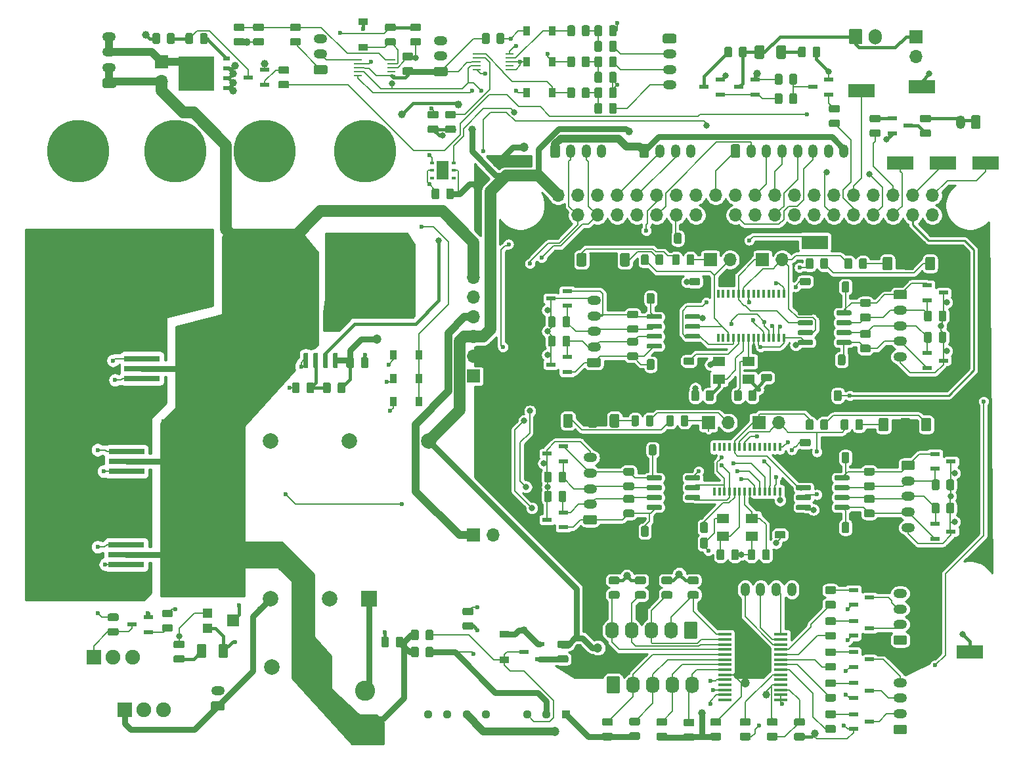
<source format=gbr>
G04 #@! TF.GenerationSoftware,KiCad,Pcbnew,5.1.5-52549c5~86~ubuntu18.04.1*
G04 #@! TF.CreationDate,2020-04-24T23:17:52-07:00*
G04 #@! TF.ProjectId,RPi_Hat,5250695f-4861-4742-9e6b-696361645f70,rev?*
G04 #@! TF.SameCoordinates,Original*
G04 #@! TF.FileFunction,Copper,L1,Top*
G04 #@! TF.FilePolarity,Positive*
%FSLAX46Y46*%
G04 Gerber Fmt 4.6, Leading zero omitted, Abs format (unit mm)*
G04 Created by KiCad (PCBNEW 5.1.5-52549c5~86~ubuntu18.04.1) date 2020-04-24 23:17:52*
%MOMM*%
%LPD*%
G04 APERTURE LIST*
%ADD10R,1.300000X0.600000*%
%ADD11C,8.000000*%
%ADD12C,0.150000*%
%ADD13R,2.000000X2.000000*%
%ADD14C,2.000000*%
%ADD15C,2.600000*%
%ADD16O,1.750000X1.200000*%
%ADD17R,1.700000X1.700000*%
%ADD18O,1.700000X1.700000*%
%ADD19R,0.900000X1.200000*%
%ADD20R,1.200000X0.900000*%
%ADD21R,1.500000X1.600000*%
%ADD22R,1.200000X1.200000*%
%ADD23R,4.600000X0.800000*%
%ADD24R,9.400000X10.800000*%
%ADD25R,0.400000X1.100000*%
%ADD26R,1.100000X0.250000*%
%ADD27R,1.600000X1.300000*%
%ADD28O,1.700000X2.000000*%
%ADD29O,1.740000X2.200000*%
%ADD30R,1.130000X1.130000*%
%ADD31C,1.130000*%
%ADD32R,1.750000X0.450000*%
%ADD33O,1.200000X1.750000*%
%ADD34R,3.400000X1.800000*%
%ADD35R,1.900000X1.900000*%
%ADD36C,1.900000*%
%ADD37R,1.500000X2.400000*%
%ADD38R,0.600000X0.400000*%
%ADD39R,0.850000X0.500000*%
%ADD40R,4.550000X4.410000*%
%ADD41C,0.800000*%
%ADD42C,0.600000*%
%ADD43C,1.000000*%
%ADD44C,1.200000*%
%ADD45C,0.200000*%
%ADD46C,0.400000*%
%ADD47C,0.800000*%
%ADD48C,1.000000*%
%ADD49C,1.500000*%
%ADD50C,0.250000*%
%ADD51C,0.254000*%
G04 APERTURE END LIST*
D10*
X64050000Y-119450000D03*
X64050000Y-117550000D03*
X61950000Y-118500000D03*
X151800000Y-50200000D03*
X151800000Y-48300000D03*
X149700000Y-49250000D03*
X142300000Y-50200000D03*
X142300000Y-48300000D03*
X140200000Y-49250000D03*
X137800000Y-50200000D03*
X137800000Y-48300000D03*
X135700000Y-49250000D03*
X118050000Y-77450000D03*
X118050000Y-75550000D03*
X115950000Y-76500000D03*
X164450000Y-83550000D03*
X164450000Y-85450000D03*
X166550000Y-84500000D03*
X118050000Y-85950000D03*
X118050000Y-84050000D03*
X115950000Y-85000000D03*
X164450000Y-74800000D03*
X164450000Y-76700000D03*
X166550000Y-75750000D03*
X117550000Y-97450000D03*
X117550000Y-95550000D03*
X115450000Y-96500000D03*
X165450000Y-105550000D03*
X165450000Y-107450000D03*
X167550000Y-106500000D03*
X117550000Y-105950000D03*
X117550000Y-104050000D03*
X115450000Y-105000000D03*
X165450000Y-96550000D03*
X165450000Y-98450000D03*
X167550000Y-97500000D03*
X114550000Y-122950000D03*
X114550000Y-121050000D03*
X112450000Y-122000000D03*
X154950000Y-130050000D03*
X154950000Y-131950000D03*
X157050000Y-131000000D03*
X154950000Y-126050000D03*
X154950000Y-127950000D03*
X157050000Y-127000000D03*
X154950000Y-122050000D03*
X154950000Y-123950000D03*
X157050000Y-123000000D03*
X159950000Y-53300000D03*
X159950000Y-55200000D03*
X162050000Y-54250000D03*
X154950000Y-118050000D03*
X154950000Y-119950000D03*
X157050000Y-119000000D03*
X154950000Y-114050000D03*
X154950000Y-115950000D03*
X157050000Y-115000000D03*
D11*
X79000000Y-72500000D03*
X79000000Y-57500000D03*
X67500000Y-72500000D03*
X67500000Y-57500000D03*
X92000000Y-72500000D03*
X92000000Y-57500000D03*
X55000000Y-72500000D03*
X55000000Y-57500000D03*
G04 #@! TA.AperFunction,SMDPad,CuDef*
D12*
G36*
X148580142Y-44051174D02*
G01*
X148603803Y-44054684D01*
X148627007Y-44060496D01*
X148649529Y-44068554D01*
X148671153Y-44078782D01*
X148691670Y-44091079D01*
X148710883Y-44105329D01*
X148728607Y-44121393D01*
X148744671Y-44139117D01*
X148758921Y-44158330D01*
X148771218Y-44178847D01*
X148781446Y-44200471D01*
X148789504Y-44222993D01*
X148795316Y-44246197D01*
X148798826Y-44269858D01*
X148800000Y-44293750D01*
X148800000Y-45206250D01*
X148798826Y-45230142D01*
X148795316Y-45253803D01*
X148789504Y-45277007D01*
X148781446Y-45299529D01*
X148771218Y-45321153D01*
X148758921Y-45341670D01*
X148744671Y-45360883D01*
X148728607Y-45378607D01*
X148710883Y-45394671D01*
X148691670Y-45408921D01*
X148671153Y-45421218D01*
X148649529Y-45431446D01*
X148627007Y-45439504D01*
X148603803Y-45445316D01*
X148580142Y-45448826D01*
X148556250Y-45450000D01*
X148068750Y-45450000D01*
X148044858Y-45448826D01*
X148021197Y-45445316D01*
X147997993Y-45439504D01*
X147975471Y-45431446D01*
X147953847Y-45421218D01*
X147933330Y-45408921D01*
X147914117Y-45394671D01*
X147896393Y-45378607D01*
X147880329Y-45360883D01*
X147866079Y-45341670D01*
X147853782Y-45321153D01*
X147843554Y-45299529D01*
X147835496Y-45277007D01*
X147829684Y-45253803D01*
X147826174Y-45230142D01*
X147825000Y-45206250D01*
X147825000Y-44293750D01*
X147826174Y-44269858D01*
X147829684Y-44246197D01*
X147835496Y-44222993D01*
X147843554Y-44200471D01*
X147853782Y-44178847D01*
X147866079Y-44158330D01*
X147880329Y-44139117D01*
X147896393Y-44121393D01*
X147914117Y-44105329D01*
X147933330Y-44091079D01*
X147953847Y-44078782D01*
X147975471Y-44068554D01*
X147997993Y-44060496D01*
X148021197Y-44054684D01*
X148044858Y-44051174D01*
X148068750Y-44050000D01*
X148556250Y-44050000D01*
X148580142Y-44051174D01*
G37*
G04 #@! TD.AperFunction*
G04 #@! TA.AperFunction,SMDPad,CuDef*
G36*
X150455142Y-44051174D02*
G01*
X150478803Y-44054684D01*
X150502007Y-44060496D01*
X150524529Y-44068554D01*
X150546153Y-44078782D01*
X150566670Y-44091079D01*
X150585883Y-44105329D01*
X150603607Y-44121393D01*
X150619671Y-44139117D01*
X150633921Y-44158330D01*
X150646218Y-44178847D01*
X150656446Y-44200471D01*
X150664504Y-44222993D01*
X150670316Y-44246197D01*
X150673826Y-44269858D01*
X150675000Y-44293750D01*
X150675000Y-45206250D01*
X150673826Y-45230142D01*
X150670316Y-45253803D01*
X150664504Y-45277007D01*
X150656446Y-45299529D01*
X150646218Y-45321153D01*
X150633921Y-45341670D01*
X150619671Y-45360883D01*
X150603607Y-45378607D01*
X150585883Y-45394671D01*
X150566670Y-45408921D01*
X150546153Y-45421218D01*
X150524529Y-45431446D01*
X150502007Y-45439504D01*
X150478803Y-45445316D01*
X150455142Y-45448826D01*
X150431250Y-45450000D01*
X149943750Y-45450000D01*
X149919858Y-45448826D01*
X149896197Y-45445316D01*
X149872993Y-45439504D01*
X149850471Y-45431446D01*
X149828847Y-45421218D01*
X149808330Y-45408921D01*
X149789117Y-45394671D01*
X149771393Y-45378607D01*
X149755329Y-45360883D01*
X149741079Y-45341670D01*
X149728782Y-45321153D01*
X149718554Y-45299529D01*
X149710496Y-45277007D01*
X149704684Y-45253803D01*
X149701174Y-45230142D01*
X149700000Y-45206250D01*
X149700000Y-44293750D01*
X149701174Y-44269858D01*
X149704684Y-44246197D01*
X149710496Y-44222993D01*
X149718554Y-44200471D01*
X149728782Y-44178847D01*
X149741079Y-44158330D01*
X149755329Y-44139117D01*
X149771393Y-44121393D01*
X149789117Y-44105329D01*
X149808330Y-44091079D01*
X149828847Y-44078782D01*
X149850471Y-44068554D01*
X149872993Y-44060496D01*
X149896197Y-44054684D01*
X149919858Y-44051174D01*
X149943750Y-44050000D01*
X150431250Y-44050000D01*
X150455142Y-44051174D01*
G37*
G04 #@! TD.AperFunction*
D13*
X92500000Y-115150000D03*
D14*
X87400000Y-115150000D03*
X100200000Y-94850000D03*
X90000000Y-94850000D03*
X79800000Y-94850000D03*
X79800000Y-115150000D03*
D15*
X92000000Y-127000000D03*
X92000000Y-132000000D03*
D16*
X121500000Y-76750000D03*
X121500000Y-78750000D03*
X121500000Y-80750000D03*
X121500000Y-82750000D03*
G04 #@! TA.AperFunction,ComponentPad*
D12*
G36*
X122149505Y-84151204D02*
G01*
X122173773Y-84154804D01*
X122197572Y-84160765D01*
X122220671Y-84169030D01*
X122242850Y-84179520D01*
X122263893Y-84192132D01*
X122283599Y-84206747D01*
X122301777Y-84223223D01*
X122318253Y-84241401D01*
X122332868Y-84261107D01*
X122345480Y-84282150D01*
X122355970Y-84304329D01*
X122364235Y-84327428D01*
X122370196Y-84351227D01*
X122373796Y-84375495D01*
X122375000Y-84399999D01*
X122375000Y-85100001D01*
X122373796Y-85124505D01*
X122370196Y-85148773D01*
X122364235Y-85172572D01*
X122355970Y-85195671D01*
X122345480Y-85217850D01*
X122332868Y-85238893D01*
X122318253Y-85258599D01*
X122301777Y-85276777D01*
X122283599Y-85293253D01*
X122263893Y-85307868D01*
X122242850Y-85320480D01*
X122220671Y-85330970D01*
X122197572Y-85339235D01*
X122173773Y-85345196D01*
X122149505Y-85348796D01*
X122125001Y-85350000D01*
X120874999Y-85350000D01*
X120850495Y-85348796D01*
X120826227Y-85345196D01*
X120802428Y-85339235D01*
X120779329Y-85330970D01*
X120757150Y-85320480D01*
X120736107Y-85307868D01*
X120716401Y-85293253D01*
X120698223Y-85276777D01*
X120681747Y-85258599D01*
X120667132Y-85238893D01*
X120654520Y-85217850D01*
X120644030Y-85195671D01*
X120635765Y-85172572D01*
X120629804Y-85148773D01*
X120626204Y-85124505D01*
X120625000Y-85100001D01*
X120625000Y-84399999D01*
X120626204Y-84375495D01*
X120629804Y-84351227D01*
X120635765Y-84327428D01*
X120644030Y-84304329D01*
X120654520Y-84282150D01*
X120667132Y-84261107D01*
X120681747Y-84241401D01*
X120698223Y-84223223D01*
X120716401Y-84206747D01*
X120736107Y-84192132D01*
X120757150Y-84179520D01*
X120779329Y-84169030D01*
X120802428Y-84160765D01*
X120826227Y-84154804D01*
X120850495Y-84151204D01*
X120874999Y-84150000D01*
X122125001Y-84150000D01*
X122149505Y-84151204D01*
G37*
G04 #@! TD.AperFunction*
D17*
X116880000Y-65760000D03*
D18*
X116880000Y-63220000D03*
X119420000Y-65760000D03*
X119420000Y-63220000D03*
X121960000Y-65760000D03*
X121960000Y-63220000D03*
X124500000Y-65760000D03*
X124500000Y-63220000D03*
X127040000Y-65760000D03*
X127040000Y-63220000D03*
X129580000Y-65760000D03*
X129580000Y-63220000D03*
X132120000Y-65760000D03*
X132120000Y-63220000D03*
X134660000Y-65760000D03*
X134660000Y-63220000D03*
X137200000Y-65760000D03*
X137200000Y-63220000D03*
X139740000Y-65760000D03*
X139740000Y-63220000D03*
X142280000Y-65760000D03*
X142280000Y-63220000D03*
X144820000Y-65760000D03*
X144820000Y-63220000D03*
X147360000Y-65760000D03*
X147360000Y-63220000D03*
X149900000Y-65760000D03*
X149900000Y-63220000D03*
X152440000Y-65760000D03*
X152440000Y-63220000D03*
X154980000Y-65760000D03*
X154980000Y-63220000D03*
X157520000Y-65760000D03*
X157520000Y-63220000D03*
X160060000Y-65760000D03*
X160060000Y-63220000D03*
X162600000Y-65760000D03*
X162600000Y-63220000D03*
X165140000Y-65760000D03*
X165140000Y-63220000D03*
G04 #@! TA.AperFunction,SMDPad,CuDef*
D12*
G36*
X136705142Y-88301174D02*
G01*
X136728803Y-88304684D01*
X136752007Y-88310496D01*
X136774529Y-88318554D01*
X136796153Y-88328782D01*
X136816670Y-88341079D01*
X136835883Y-88355329D01*
X136853607Y-88371393D01*
X136869671Y-88389117D01*
X136883921Y-88408330D01*
X136896218Y-88428847D01*
X136906446Y-88450471D01*
X136914504Y-88472993D01*
X136920316Y-88496197D01*
X136923826Y-88519858D01*
X136925000Y-88543750D01*
X136925000Y-89456250D01*
X136923826Y-89480142D01*
X136920316Y-89503803D01*
X136914504Y-89527007D01*
X136906446Y-89549529D01*
X136896218Y-89571153D01*
X136883921Y-89591670D01*
X136869671Y-89610883D01*
X136853607Y-89628607D01*
X136835883Y-89644671D01*
X136816670Y-89658921D01*
X136796153Y-89671218D01*
X136774529Y-89681446D01*
X136752007Y-89689504D01*
X136728803Y-89695316D01*
X136705142Y-89698826D01*
X136681250Y-89700000D01*
X136193750Y-89700000D01*
X136169858Y-89698826D01*
X136146197Y-89695316D01*
X136122993Y-89689504D01*
X136100471Y-89681446D01*
X136078847Y-89671218D01*
X136058330Y-89658921D01*
X136039117Y-89644671D01*
X136021393Y-89628607D01*
X136005329Y-89610883D01*
X135991079Y-89591670D01*
X135978782Y-89571153D01*
X135968554Y-89549529D01*
X135960496Y-89527007D01*
X135954684Y-89503803D01*
X135951174Y-89480142D01*
X135950000Y-89456250D01*
X135950000Y-88543750D01*
X135951174Y-88519858D01*
X135954684Y-88496197D01*
X135960496Y-88472993D01*
X135968554Y-88450471D01*
X135978782Y-88428847D01*
X135991079Y-88408330D01*
X136005329Y-88389117D01*
X136021393Y-88371393D01*
X136039117Y-88355329D01*
X136058330Y-88341079D01*
X136078847Y-88328782D01*
X136100471Y-88318554D01*
X136122993Y-88310496D01*
X136146197Y-88304684D01*
X136169858Y-88301174D01*
X136193750Y-88300000D01*
X136681250Y-88300000D01*
X136705142Y-88301174D01*
G37*
G04 #@! TD.AperFunction*
G04 #@! TA.AperFunction,SMDPad,CuDef*
G36*
X134830142Y-88301174D02*
G01*
X134853803Y-88304684D01*
X134877007Y-88310496D01*
X134899529Y-88318554D01*
X134921153Y-88328782D01*
X134941670Y-88341079D01*
X134960883Y-88355329D01*
X134978607Y-88371393D01*
X134994671Y-88389117D01*
X135008921Y-88408330D01*
X135021218Y-88428847D01*
X135031446Y-88450471D01*
X135039504Y-88472993D01*
X135045316Y-88496197D01*
X135048826Y-88519858D01*
X135050000Y-88543750D01*
X135050000Y-89456250D01*
X135048826Y-89480142D01*
X135045316Y-89503803D01*
X135039504Y-89527007D01*
X135031446Y-89549529D01*
X135021218Y-89571153D01*
X135008921Y-89591670D01*
X134994671Y-89610883D01*
X134978607Y-89628607D01*
X134960883Y-89644671D01*
X134941670Y-89658921D01*
X134921153Y-89671218D01*
X134899529Y-89681446D01*
X134877007Y-89689504D01*
X134853803Y-89695316D01*
X134830142Y-89698826D01*
X134806250Y-89700000D01*
X134318750Y-89700000D01*
X134294858Y-89698826D01*
X134271197Y-89695316D01*
X134247993Y-89689504D01*
X134225471Y-89681446D01*
X134203847Y-89671218D01*
X134183330Y-89658921D01*
X134164117Y-89644671D01*
X134146393Y-89628607D01*
X134130329Y-89610883D01*
X134116079Y-89591670D01*
X134103782Y-89571153D01*
X134093554Y-89549529D01*
X134085496Y-89527007D01*
X134079684Y-89503803D01*
X134076174Y-89480142D01*
X134075000Y-89456250D01*
X134075000Y-88543750D01*
X134076174Y-88519858D01*
X134079684Y-88496197D01*
X134085496Y-88472993D01*
X134093554Y-88450471D01*
X134103782Y-88428847D01*
X134116079Y-88408330D01*
X134130329Y-88389117D01*
X134146393Y-88371393D01*
X134164117Y-88355329D01*
X134183330Y-88341079D01*
X134203847Y-88328782D01*
X134225471Y-88318554D01*
X134247993Y-88310496D01*
X134271197Y-88304684D01*
X134294858Y-88301174D01*
X134318750Y-88300000D01*
X134806250Y-88300000D01*
X134830142Y-88301174D01*
G37*
G04 #@! TD.AperFunction*
G04 #@! TA.AperFunction,SMDPad,CuDef*
G36*
X140330142Y-88301174D02*
G01*
X140353803Y-88304684D01*
X140377007Y-88310496D01*
X140399529Y-88318554D01*
X140421153Y-88328782D01*
X140441670Y-88341079D01*
X140460883Y-88355329D01*
X140478607Y-88371393D01*
X140494671Y-88389117D01*
X140508921Y-88408330D01*
X140521218Y-88428847D01*
X140531446Y-88450471D01*
X140539504Y-88472993D01*
X140545316Y-88496197D01*
X140548826Y-88519858D01*
X140550000Y-88543750D01*
X140550000Y-89456250D01*
X140548826Y-89480142D01*
X140545316Y-89503803D01*
X140539504Y-89527007D01*
X140531446Y-89549529D01*
X140521218Y-89571153D01*
X140508921Y-89591670D01*
X140494671Y-89610883D01*
X140478607Y-89628607D01*
X140460883Y-89644671D01*
X140441670Y-89658921D01*
X140421153Y-89671218D01*
X140399529Y-89681446D01*
X140377007Y-89689504D01*
X140353803Y-89695316D01*
X140330142Y-89698826D01*
X140306250Y-89700000D01*
X139818750Y-89700000D01*
X139794858Y-89698826D01*
X139771197Y-89695316D01*
X139747993Y-89689504D01*
X139725471Y-89681446D01*
X139703847Y-89671218D01*
X139683330Y-89658921D01*
X139664117Y-89644671D01*
X139646393Y-89628607D01*
X139630329Y-89610883D01*
X139616079Y-89591670D01*
X139603782Y-89571153D01*
X139593554Y-89549529D01*
X139585496Y-89527007D01*
X139579684Y-89503803D01*
X139576174Y-89480142D01*
X139575000Y-89456250D01*
X139575000Y-88543750D01*
X139576174Y-88519858D01*
X139579684Y-88496197D01*
X139585496Y-88472993D01*
X139593554Y-88450471D01*
X139603782Y-88428847D01*
X139616079Y-88408330D01*
X139630329Y-88389117D01*
X139646393Y-88371393D01*
X139664117Y-88355329D01*
X139683330Y-88341079D01*
X139703847Y-88328782D01*
X139725471Y-88318554D01*
X139747993Y-88310496D01*
X139771197Y-88304684D01*
X139794858Y-88301174D01*
X139818750Y-88300000D01*
X140306250Y-88300000D01*
X140330142Y-88301174D01*
G37*
G04 #@! TD.AperFunction*
G04 #@! TA.AperFunction,SMDPad,CuDef*
G36*
X142205142Y-88301174D02*
G01*
X142228803Y-88304684D01*
X142252007Y-88310496D01*
X142274529Y-88318554D01*
X142296153Y-88328782D01*
X142316670Y-88341079D01*
X142335883Y-88355329D01*
X142353607Y-88371393D01*
X142369671Y-88389117D01*
X142383921Y-88408330D01*
X142396218Y-88428847D01*
X142406446Y-88450471D01*
X142414504Y-88472993D01*
X142420316Y-88496197D01*
X142423826Y-88519858D01*
X142425000Y-88543750D01*
X142425000Y-89456250D01*
X142423826Y-89480142D01*
X142420316Y-89503803D01*
X142414504Y-89527007D01*
X142406446Y-89549529D01*
X142396218Y-89571153D01*
X142383921Y-89591670D01*
X142369671Y-89610883D01*
X142353607Y-89628607D01*
X142335883Y-89644671D01*
X142316670Y-89658921D01*
X142296153Y-89671218D01*
X142274529Y-89681446D01*
X142252007Y-89689504D01*
X142228803Y-89695316D01*
X142205142Y-89698826D01*
X142181250Y-89700000D01*
X141693750Y-89700000D01*
X141669858Y-89698826D01*
X141646197Y-89695316D01*
X141622993Y-89689504D01*
X141600471Y-89681446D01*
X141578847Y-89671218D01*
X141558330Y-89658921D01*
X141539117Y-89644671D01*
X141521393Y-89628607D01*
X141505329Y-89610883D01*
X141491079Y-89591670D01*
X141478782Y-89571153D01*
X141468554Y-89549529D01*
X141460496Y-89527007D01*
X141454684Y-89503803D01*
X141451174Y-89480142D01*
X141450000Y-89456250D01*
X141450000Y-88543750D01*
X141451174Y-88519858D01*
X141454684Y-88496197D01*
X141460496Y-88472993D01*
X141468554Y-88450471D01*
X141478782Y-88428847D01*
X141491079Y-88408330D01*
X141505329Y-88389117D01*
X141521393Y-88371393D01*
X141539117Y-88355329D01*
X141558330Y-88341079D01*
X141578847Y-88328782D01*
X141600471Y-88318554D01*
X141622993Y-88310496D01*
X141646197Y-88304684D01*
X141669858Y-88301174D01*
X141693750Y-88300000D01*
X142181250Y-88300000D01*
X142205142Y-88301174D01*
G37*
G04 #@! TD.AperFunction*
G04 #@! TA.AperFunction,SMDPad,CuDef*
G36*
X144230142Y-84326174D02*
G01*
X144253803Y-84329684D01*
X144277007Y-84335496D01*
X144299529Y-84343554D01*
X144321153Y-84353782D01*
X144341670Y-84366079D01*
X144360883Y-84380329D01*
X144378607Y-84396393D01*
X144394671Y-84414117D01*
X144408921Y-84433330D01*
X144421218Y-84453847D01*
X144431446Y-84475471D01*
X144439504Y-84497993D01*
X144445316Y-84521197D01*
X144448826Y-84544858D01*
X144450000Y-84568750D01*
X144450000Y-85056250D01*
X144448826Y-85080142D01*
X144445316Y-85103803D01*
X144439504Y-85127007D01*
X144431446Y-85149529D01*
X144421218Y-85171153D01*
X144408921Y-85191670D01*
X144394671Y-85210883D01*
X144378607Y-85228607D01*
X144360883Y-85244671D01*
X144341670Y-85258921D01*
X144321153Y-85271218D01*
X144299529Y-85281446D01*
X144277007Y-85289504D01*
X144253803Y-85295316D01*
X144230142Y-85298826D01*
X144206250Y-85300000D01*
X143293750Y-85300000D01*
X143269858Y-85298826D01*
X143246197Y-85295316D01*
X143222993Y-85289504D01*
X143200471Y-85281446D01*
X143178847Y-85271218D01*
X143158330Y-85258921D01*
X143139117Y-85244671D01*
X143121393Y-85228607D01*
X143105329Y-85210883D01*
X143091079Y-85191670D01*
X143078782Y-85171153D01*
X143068554Y-85149529D01*
X143060496Y-85127007D01*
X143054684Y-85103803D01*
X143051174Y-85080142D01*
X143050000Y-85056250D01*
X143050000Y-84568750D01*
X143051174Y-84544858D01*
X143054684Y-84521197D01*
X143060496Y-84497993D01*
X143068554Y-84475471D01*
X143078782Y-84453847D01*
X143091079Y-84433330D01*
X143105329Y-84414117D01*
X143121393Y-84396393D01*
X143139117Y-84380329D01*
X143158330Y-84366079D01*
X143178847Y-84353782D01*
X143200471Y-84343554D01*
X143222993Y-84335496D01*
X143246197Y-84329684D01*
X143269858Y-84326174D01*
X143293750Y-84325000D01*
X144206250Y-84325000D01*
X144230142Y-84326174D01*
G37*
G04 #@! TD.AperFunction*
G04 #@! TA.AperFunction,SMDPad,CuDef*
G36*
X144230142Y-86201174D02*
G01*
X144253803Y-86204684D01*
X144277007Y-86210496D01*
X144299529Y-86218554D01*
X144321153Y-86228782D01*
X144341670Y-86241079D01*
X144360883Y-86255329D01*
X144378607Y-86271393D01*
X144394671Y-86289117D01*
X144408921Y-86308330D01*
X144421218Y-86328847D01*
X144431446Y-86350471D01*
X144439504Y-86372993D01*
X144445316Y-86396197D01*
X144448826Y-86419858D01*
X144450000Y-86443750D01*
X144450000Y-86931250D01*
X144448826Y-86955142D01*
X144445316Y-86978803D01*
X144439504Y-87002007D01*
X144431446Y-87024529D01*
X144421218Y-87046153D01*
X144408921Y-87066670D01*
X144394671Y-87085883D01*
X144378607Y-87103607D01*
X144360883Y-87119671D01*
X144341670Y-87133921D01*
X144321153Y-87146218D01*
X144299529Y-87156446D01*
X144277007Y-87164504D01*
X144253803Y-87170316D01*
X144230142Y-87173826D01*
X144206250Y-87175000D01*
X143293750Y-87175000D01*
X143269858Y-87173826D01*
X143246197Y-87170316D01*
X143222993Y-87164504D01*
X143200471Y-87156446D01*
X143178847Y-87146218D01*
X143158330Y-87133921D01*
X143139117Y-87119671D01*
X143121393Y-87103607D01*
X143105329Y-87085883D01*
X143091079Y-87066670D01*
X143078782Y-87046153D01*
X143068554Y-87024529D01*
X143060496Y-87002007D01*
X143054684Y-86978803D01*
X143051174Y-86955142D01*
X143050000Y-86931250D01*
X143050000Y-86443750D01*
X143051174Y-86419858D01*
X143054684Y-86396197D01*
X143060496Y-86372993D01*
X143068554Y-86350471D01*
X143078782Y-86328847D01*
X143091079Y-86308330D01*
X143105329Y-86289117D01*
X143121393Y-86271393D01*
X143139117Y-86255329D01*
X143158330Y-86241079D01*
X143178847Y-86228782D01*
X143200471Y-86218554D01*
X143222993Y-86210496D01*
X143246197Y-86204684D01*
X143269858Y-86201174D01*
X143293750Y-86200000D01*
X144206250Y-86200000D01*
X144230142Y-86201174D01*
G37*
G04 #@! TD.AperFunction*
G04 #@! TA.AperFunction,SMDPad,CuDef*
G36*
X149230142Y-73826174D02*
G01*
X149253803Y-73829684D01*
X149277007Y-73835496D01*
X149299529Y-73843554D01*
X149321153Y-73853782D01*
X149341670Y-73866079D01*
X149360883Y-73880329D01*
X149378607Y-73896393D01*
X149394671Y-73914117D01*
X149408921Y-73933330D01*
X149421218Y-73953847D01*
X149431446Y-73975471D01*
X149439504Y-73997993D01*
X149445316Y-74021197D01*
X149448826Y-74044858D01*
X149450000Y-74068750D01*
X149450000Y-74556250D01*
X149448826Y-74580142D01*
X149445316Y-74603803D01*
X149439504Y-74627007D01*
X149431446Y-74649529D01*
X149421218Y-74671153D01*
X149408921Y-74691670D01*
X149394671Y-74710883D01*
X149378607Y-74728607D01*
X149360883Y-74744671D01*
X149341670Y-74758921D01*
X149321153Y-74771218D01*
X149299529Y-74781446D01*
X149277007Y-74789504D01*
X149253803Y-74795316D01*
X149230142Y-74798826D01*
X149206250Y-74800000D01*
X148293750Y-74800000D01*
X148269858Y-74798826D01*
X148246197Y-74795316D01*
X148222993Y-74789504D01*
X148200471Y-74781446D01*
X148178847Y-74771218D01*
X148158330Y-74758921D01*
X148139117Y-74744671D01*
X148121393Y-74728607D01*
X148105329Y-74710883D01*
X148091079Y-74691670D01*
X148078782Y-74671153D01*
X148068554Y-74649529D01*
X148060496Y-74627007D01*
X148054684Y-74603803D01*
X148051174Y-74580142D01*
X148050000Y-74556250D01*
X148050000Y-74068750D01*
X148051174Y-74044858D01*
X148054684Y-74021197D01*
X148060496Y-73997993D01*
X148068554Y-73975471D01*
X148078782Y-73953847D01*
X148091079Y-73933330D01*
X148105329Y-73914117D01*
X148121393Y-73896393D01*
X148139117Y-73880329D01*
X148158330Y-73866079D01*
X148178847Y-73853782D01*
X148200471Y-73843554D01*
X148222993Y-73835496D01*
X148246197Y-73829684D01*
X148269858Y-73826174D01*
X148293750Y-73825000D01*
X149206250Y-73825000D01*
X149230142Y-73826174D01*
G37*
G04 #@! TD.AperFunction*
G04 #@! TA.AperFunction,SMDPad,CuDef*
G36*
X149230142Y-75701174D02*
G01*
X149253803Y-75704684D01*
X149277007Y-75710496D01*
X149299529Y-75718554D01*
X149321153Y-75728782D01*
X149341670Y-75741079D01*
X149360883Y-75755329D01*
X149378607Y-75771393D01*
X149394671Y-75789117D01*
X149408921Y-75808330D01*
X149421218Y-75828847D01*
X149431446Y-75850471D01*
X149439504Y-75872993D01*
X149445316Y-75896197D01*
X149448826Y-75919858D01*
X149450000Y-75943750D01*
X149450000Y-76431250D01*
X149448826Y-76455142D01*
X149445316Y-76478803D01*
X149439504Y-76502007D01*
X149431446Y-76524529D01*
X149421218Y-76546153D01*
X149408921Y-76566670D01*
X149394671Y-76585883D01*
X149378607Y-76603607D01*
X149360883Y-76619671D01*
X149341670Y-76633921D01*
X149321153Y-76646218D01*
X149299529Y-76656446D01*
X149277007Y-76664504D01*
X149253803Y-76670316D01*
X149230142Y-76673826D01*
X149206250Y-76675000D01*
X148293750Y-76675000D01*
X148269858Y-76673826D01*
X148246197Y-76670316D01*
X148222993Y-76664504D01*
X148200471Y-76656446D01*
X148178847Y-76646218D01*
X148158330Y-76633921D01*
X148139117Y-76619671D01*
X148121393Y-76603607D01*
X148105329Y-76585883D01*
X148091079Y-76566670D01*
X148078782Y-76546153D01*
X148068554Y-76524529D01*
X148060496Y-76502007D01*
X148054684Y-76478803D01*
X148051174Y-76455142D01*
X148050000Y-76431250D01*
X148050000Y-75943750D01*
X148051174Y-75919858D01*
X148054684Y-75896197D01*
X148060496Y-75872993D01*
X148068554Y-75850471D01*
X148078782Y-75828847D01*
X148091079Y-75808330D01*
X148105329Y-75789117D01*
X148121393Y-75771393D01*
X148139117Y-75755329D01*
X148158330Y-75741079D01*
X148178847Y-75728782D01*
X148200471Y-75718554D01*
X148222993Y-75710496D01*
X148246197Y-75704684D01*
X148269858Y-75701174D01*
X148293750Y-75700000D01*
X149206250Y-75700000D01*
X149230142Y-75701174D01*
G37*
G04 #@! TD.AperFunction*
G04 #@! TA.AperFunction,SMDPad,CuDef*
G36*
X134980142Y-75701174D02*
G01*
X135003803Y-75704684D01*
X135027007Y-75710496D01*
X135049529Y-75718554D01*
X135071153Y-75728782D01*
X135091670Y-75741079D01*
X135110883Y-75755329D01*
X135128607Y-75771393D01*
X135144671Y-75789117D01*
X135158921Y-75808330D01*
X135171218Y-75828847D01*
X135181446Y-75850471D01*
X135189504Y-75872993D01*
X135195316Y-75896197D01*
X135198826Y-75919858D01*
X135200000Y-75943750D01*
X135200000Y-76431250D01*
X135198826Y-76455142D01*
X135195316Y-76478803D01*
X135189504Y-76502007D01*
X135181446Y-76524529D01*
X135171218Y-76546153D01*
X135158921Y-76566670D01*
X135144671Y-76585883D01*
X135128607Y-76603607D01*
X135110883Y-76619671D01*
X135091670Y-76633921D01*
X135071153Y-76646218D01*
X135049529Y-76656446D01*
X135027007Y-76664504D01*
X135003803Y-76670316D01*
X134980142Y-76673826D01*
X134956250Y-76675000D01*
X134043750Y-76675000D01*
X134019858Y-76673826D01*
X133996197Y-76670316D01*
X133972993Y-76664504D01*
X133950471Y-76656446D01*
X133928847Y-76646218D01*
X133908330Y-76633921D01*
X133889117Y-76619671D01*
X133871393Y-76603607D01*
X133855329Y-76585883D01*
X133841079Y-76566670D01*
X133828782Y-76546153D01*
X133818554Y-76524529D01*
X133810496Y-76502007D01*
X133804684Y-76478803D01*
X133801174Y-76455142D01*
X133800000Y-76431250D01*
X133800000Y-75943750D01*
X133801174Y-75919858D01*
X133804684Y-75896197D01*
X133810496Y-75872993D01*
X133818554Y-75850471D01*
X133828782Y-75828847D01*
X133841079Y-75808330D01*
X133855329Y-75789117D01*
X133871393Y-75771393D01*
X133889117Y-75755329D01*
X133908330Y-75741079D01*
X133928847Y-75728782D01*
X133950471Y-75718554D01*
X133972993Y-75710496D01*
X133996197Y-75704684D01*
X134019858Y-75701174D01*
X134043750Y-75700000D01*
X134956250Y-75700000D01*
X134980142Y-75701174D01*
G37*
G04 #@! TD.AperFunction*
G04 #@! TA.AperFunction,SMDPad,CuDef*
G36*
X134980142Y-73826174D02*
G01*
X135003803Y-73829684D01*
X135027007Y-73835496D01*
X135049529Y-73843554D01*
X135071153Y-73853782D01*
X135091670Y-73866079D01*
X135110883Y-73880329D01*
X135128607Y-73896393D01*
X135144671Y-73914117D01*
X135158921Y-73933330D01*
X135171218Y-73953847D01*
X135181446Y-73975471D01*
X135189504Y-73997993D01*
X135195316Y-74021197D01*
X135198826Y-74044858D01*
X135200000Y-74068750D01*
X135200000Y-74556250D01*
X135198826Y-74580142D01*
X135195316Y-74603803D01*
X135189504Y-74627007D01*
X135181446Y-74649529D01*
X135171218Y-74671153D01*
X135158921Y-74691670D01*
X135144671Y-74710883D01*
X135128607Y-74728607D01*
X135110883Y-74744671D01*
X135091670Y-74758921D01*
X135071153Y-74771218D01*
X135049529Y-74781446D01*
X135027007Y-74789504D01*
X135003803Y-74795316D01*
X134980142Y-74798826D01*
X134956250Y-74800000D01*
X134043750Y-74800000D01*
X134019858Y-74798826D01*
X133996197Y-74795316D01*
X133972993Y-74789504D01*
X133950471Y-74781446D01*
X133928847Y-74771218D01*
X133908330Y-74758921D01*
X133889117Y-74744671D01*
X133871393Y-74728607D01*
X133855329Y-74710883D01*
X133841079Y-74691670D01*
X133828782Y-74671153D01*
X133818554Y-74649529D01*
X133810496Y-74627007D01*
X133804684Y-74603803D01*
X133801174Y-74580142D01*
X133800000Y-74556250D01*
X133800000Y-74068750D01*
X133801174Y-74044858D01*
X133804684Y-74021197D01*
X133810496Y-73997993D01*
X133818554Y-73975471D01*
X133828782Y-73953847D01*
X133841079Y-73933330D01*
X133855329Y-73914117D01*
X133871393Y-73896393D01*
X133889117Y-73880329D01*
X133908330Y-73866079D01*
X133928847Y-73853782D01*
X133950471Y-73843554D01*
X133972993Y-73835496D01*
X133996197Y-73829684D01*
X134019858Y-73826174D01*
X134043750Y-73825000D01*
X134956250Y-73825000D01*
X134980142Y-73826174D01*
G37*
G04 #@! TD.AperFunction*
G04 #@! TA.AperFunction,SMDPad,CuDef*
G36*
X139955142Y-108801174D02*
G01*
X139978803Y-108804684D01*
X140002007Y-108810496D01*
X140024529Y-108818554D01*
X140046153Y-108828782D01*
X140066670Y-108841079D01*
X140085883Y-108855329D01*
X140103607Y-108871393D01*
X140119671Y-108889117D01*
X140133921Y-108908330D01*
X140146218Y-108928847D01*
X140156446Y-108950471D01*
X140164504Y-108972993D01*
X140170316Y-108996197D01*
X140173826Y-109019858D01*
X140175000Y-109043750D01*
X140175000Y-109956250D01*
X140173826Y-109980142D01*
X140170316Y-110003803D01*
X140164504Y-110027007D01*
X140156446Y-110049529D01*
X140146218Y-110071153D01*
X140133921Y-110091670D01*
X140119671Y-110110883D01*
X140103607Y-110128607D01*
X140085883Y-110144671D01*
X140066670Y-110158921D01*
X140046153Y-110171218D01*
X140024529Y-110181446D01*
X140002007Y-110189504D01*
X139978803Y-110195316D01*
X139955142Y-110198826D01*
X139931250Y-110200000D01*
X139443750Y-110200000D01*
X139419858Y-110198826D01*
X139396197Y-110195316D01*
X139372993Y-110189504D01*
X139350471Y-110181446D01*
X139328847Y-110171218D01*
X139308330Y-110158921D01*
X139289117Y-110144671D01*
X139271393Y-110128607D01*
X139255329Y-110110883D01*
X139241079Y-110091670D01*
X139228782Y-110071153D01*
X139218554Y-110049529D01*
X139210496Y-110027007D01*
X139204684Y-110003803D01*
X139201174Y-109980142D01*
X139200000Y-109956250D01*
X139200000Y-109043750D01*
X139201174Y-109019858D01*
X139204684Y-108996197D01*
X139210496Y-108972993D01*
X139218554Y-108950471D01*
X139228782Y-108928847D01*
X139241079Y-108908330D01*
X139255329Y-108889117D01*
X139271393Y-108871393D01*
X139289117Y-108855329D01*
X139308330Y-108841079D01*
X139328847Y-108828782D01*
X139350471Y-108818554D01*
X139372993Y-108810496D01*
X139396197Y-108804684D01*
X139419858Y-108801174D01*
X139443750Y-108800000D01*
X139931250Y-108800000D01*
X139955142Y-108801174D01*
G37*
G04 #@! TD.AperFunction*
G04 #@! TA.AperFunction,SMDPad,CuDef*
G36*
X138080142Y-108801174D02*
G01*
X138103803Y-108804684D01*
X138127007Y-108810496D01*
X138149529Y-108818554D01*
X138171153Y-108828782D01*
X138191670Y-108841079D01*
X138210883Y-108855329D01*
X138228607Y-108871393D01*
X138244671Y-108889117D01*
X138258921Y-108908330D01*
X138271218Y-108928847D01*
X138281446Y-108950471D01*
X138289504Y-108972993D01*
X138295316Y-108996197D01*
X138298826Y-109019858D01*
X138300000Y-109043750D01*
X138300000Y-109956250D01*
X138298826Y-109980142D01*
X138295316Y-110003803D01*
X138289504Y-110027007D01*
X138281446Y-110049529D01*
X138271218Y-110071153D01*
X138258921Y-110091670D01*
X138244671Y-110110883D01*
X138228607Y-110128607D01*
X138210883Y-110144671D01*
X138191670Y-110158921D01*
X138171153Y-110171218D01*
X138149529Y-110181446D01*
X138127007Y-110189504D01*
X138103803Y-110195316D01*
X138080142Y-110198826D01*
X138056250Y-110200000D01*
X137568750Y-110200000D01*
X137544858Y-110198826D01*
X137521197Y-110195316D01*
X137497993Y-110189504D01*
X137475471Y-110181446D01*
X137453847Y-110171218D01*
X137433330Y-110158921D01*
X137414117Y-110144671D01*
X137396393Y-110128607D01*
X137380329Y-110110883D01*
X137366079Y-110091670D01*
X137353782Y-110071153D01*
X137343554Y-110049529D01*
X137335496Y-110027007D01*
X137329684Y-110003803D01*
X137326174Y-109980142D01*
X137325000Y-109956250D01*
X137325000Y-109043750D01*
X137326174Y-109019858D01*
X137329684Y-108996197D01*
X137335496Y-108972993D01*
X137343554Y-108950471D01*
X137353782Y-108928847D01*
X137366079Y-108908330D01*
X137380329Y-108889117D01*
X137396393Y-108871393D01*
X137414117Y-108855329D01*
X137433330Y-108841079D01*
X137453847Y-108828782D01*
X137475471Y-108818554D01*
X137497993Y-108810496D01*
X137521197Y-108804684D01*
X137544858Y-108801174D01*
X137568750Y-108800000D01*
X138056250Y-108800000D01*
X138080142Y-108801174D01*
G37*
G04 #@! TD.AperFunction*
G04 #@! TA.AperFunction,SMDPad,CuDef*
G36*
X142080142Y-108801174D02*
G01*
X142103803Y-108804684D01*
X142127007Y-108810496D01*
X142149529Y-108818554D01*
X142171153Y-108828782D01*
X142191670Y-108841079D01*
X142210883Y-108855329D01*
X142228607Y-108871393D01*
X142244671Y-108889117D01*
X142258921Y-108908330D01*
X142271218Y-108928847D01*
X142281446Y-108950471D01*
X142289504Y-108972993D01*
X142295316Y-108996197D01*
X142298826Y-109019858D01*
X142300000Y-109043750D01*
X142300000Y-109956250D01*
X142298826Y-109980142D01*
X142295316Y-110003803D01*
X142289504Y-110027007D01*
X142281446Y-110049529D01*
X142271218Y-110071153D01*
X142258921Y-110091670D01*
X142244671Y-110110883D01*
X142228607Y-110128607D01*
X142210883Y-110144671D01*
X142191670Y-110158921D01*
X142171153Y-110171218D01*
X142149529Y-110181446D01*
X142127007Y-110189504D01*
X142103803Y-110195316D01*
X142080142Y-110198826D01*
X142056250Y-110200000D01*
X141568750Y-110200000D01*
X141544858Y-110198826D01*
X141521197Y-110195316D01*
X141497993Y-110189504D01*
X141475471Y-110181446D01*
X141453847Y-110171218D01*
X141433330Y-110158921D01*
X141414117Y-110144671D01*
X141396393Y-110128607D01*
X141380329Y-110110883D01*
X141366079Y-110091670D01*
X141353782Y-110071153D01*
X141343554Y-110049529D01*
X141335496Y-110027007D01*
X141329684Y-110003803D01*
X141326174Y-109980142D01*
X141325000Y-109956250D01*
X141325000Y-109043750D01*
X141326174Y-109019858D01*
X141329684Y-108996197D01*
X141335496Y-108972993D01*
X141343554Y-108950471D01*
X141353782Y-108928847D01*
X141366079Y-108908330D01*
X141380329Y-108889117D01*
X141396393Y-108871393D01*
X141414117Y-108855329D01*
X141433330Y-108841079D01*
X141453847Y-108828782D01*
X141475471Y-108818554D01*
X141497993Y-108810496D01*
X141521197Y-108804684D01*
X141544858Y-108801174D01*
X141568750Y-108800000D01*
X142056250Y-108800000D01*
X142080142Y-108801174D01*
G37*
G04 #@! TD.AperFunction*
G04 #@! TA.AperFunction,SMDPad,CuDef*
G36*
X143955142Y-108801174D02*
G01*
X143978803Y-108804684D01*
X144002007Y-108810496D01*
X144024529Y-108818554D01*
X144046153Y-108828782D01*
X144066670Y-108841079D01*
X144085883Y-108855329D01*
X144103607Y-108871393D01*
X144119671Y-108889117D01*
X144133921Y-108908330D01*
X144146218Y-108928847D01*
X144156446Y-108950471D01*
X144164504Y-108972993D01*
X144170316Y-108996197D01*
X144173826Y-109019858D01*
X144175000Y-109043750D01*
X144175000Y-109956250D01*
X144173826Y-109980142D01*
X144170316Y-110003803D01*
X144164504Y-110027007D01*
X144156446Y-110049529D01*
X144146218Y-110071153D01*
X144133921Y-110091670D01*
X144119671Y-110110883D01*
X144103607Y-110128607D01*
X144085883Y-110144671D01*
X144066670Y-110158921D01*
X144046153Y-110171218D01*
X144024529Y-110181446D01*
X144002007Y-110189504D01*
X143978803Y-110195316D01*
X143955142Y-110198826D01*
X143931250Y-110200000D01*
X143443750Y-110200000D01*
X143419858Y-110198826D01*
X143396197Y-110195316D01*
X143372993Y-110189504D01*
X143350471Y-110181446D01*
X143328847Y-110171218D01*
X143308330Y-110158921D01*
X143289117Y-110144671D01*
X143271393Y-110128607D01*
X143255329Y-110110883D01*
X143241079Y-110091670D01*
X143228782Y-110071153D01*
X143218554Y-110049529D01*
X143210496Y-110027007D01*
X143204684Y-110003803D01*
X143201174Y-109980142D01*
X143200000Y-109956250D01*
X143200000Y-109043750D01*
X143201174Y-109019858D01*
X143204684Y-108996197D01*
X143210496Y-108972993D01*
X143218554Y-108950471D01*
X143228782Y-108928847D01*
X143241079Y-108908330D01*
X143255329Y-108889117D01*
X143271393Y-108871393D01*
X143289117Y-108855329D01*
X143308330Y-108841079D01*
X143328847Y-108828782D01*
X143350471Y-108818554D01*
X143372993Y-108810496D01*
X143396197Y-108804684D01*
X143419858Y-108801174D01*
X143443750Y-108800000D01*
X143931250Y-108800000D01*
X143955142Y-108801174D01*
G37*
G04 #@! TD.AperFunction*
G04 #@! TA.AperFunction,SMDPad,CuDef*
G36*
X109705142Y-42301174D02*
G01*
X109728803Y-42304684D01*
X109752007Y-42310496D01*
X109774529Y-42318554D01*
X109796153Y-42328782D01*
X109816670Y-42341079D01*
X109835883Y-42355329D01*
X109853607Y-42371393D01*
X109869671Y-42389117D01*
X109883921Y-42408330D01*
X109896218Y-42428847D01*
X109906446Y-42450471D01*
X109914504Y-42472993D01*
X109920316Y-42496197D01*
X109923826Y-42519858D01*
X109925000Y-42543750D01*
X109925000Y-43456250D01*
X109923826Y-43480142D01*
X109920316Y-43503803D01*
X109914504Y-43527007D01*
X109906446Y-43549529D01*
X109896218Y-43571153D01*
X109883921Y-43591670D01*
X109869671Y-43610883D01*
X109853607Y-43628607D01*
X109835883Y-43644671D01*
X109816670Y-43658921D01*
X109796153Y-43671218D01*
X109774529Y-43681446D01*
X109752007Y-43689504D01*
X109728803Y-43695316D01*
X109705142Y-43698826D01*
X109681250Y-43700000D01*
X109193750Y-43700000D01*
X109169858Y-43698826D01*
X109146197Y-43695316D01*
X109122993Y-43689504D01*
X109100471Y-43681446D01*
X109078847Y-43671218D01*
X109058330Y-43658921D01*
X109039117Y-43644671D01*
X109021393Y-43628607D01*
X109005329Y-43610883D01*
X108991079Y-43591670D01*
X108978782Y-43571153D01*
X108968554Y-43549529D01*
X108960496Y-43527007D01*
X108954684Y-43503803D01*
X108951174Y-43480142D01*
X108950000Y-43456250D01*
X108950000Y-42543750D01*
X108951174Y-42519858D01*
X108954684Y-42496197D01*
X108960496Y-42472993D01*
X108968554Y-42450471D01*
X108978782Y-42428847D01*
X108991079Y-42408330D01*
X109005329Y-42389117D01*
X109021393Y-42371393D01*
X109039117Y-42355329D01*
X109058330Y-42341079D01*
X109078847Y-42328782D01*
X109100471Y-42318554D01*
X109122993Y-42310496D01*
X109146197Y-42304684D01*
X109169858Y-42301174D01*
X109193750Y-42300000D01*
X109681250Y-42300000D01*
X109705142Y-42301174D01*
G37*
G04 #@! TD.AperFunction*
G04 #@! TA.AperFunction,SMDPad,CuDef*
G36*
X107830142Y-42301174D02*
G01*
X107853803Y-42304684D01*
X107877007Y-42310496D01*
X107899529Y-42318554D01*
X107921153Y-42328782D01*
X107941670Y-42341079D01*
X107960883Y-42355329D01*
X107978607Y-42371393D01*
X107994671Y-42389117D01*
X108008921Y-42408330D01*
X108021218Y-42428847D01*
X108031446Y-42450471D01*
X108039504Y-42472993D01*
X108045316Y-42496197D01*
X108048826Y-42519858D01*
X108050000Y-42543750D01*
X108050000Y-43456250D01*
X108048826Y-43480142D01*
X108045316Y-43503803D01*
X108039504Y-43527007D01*
X108031446Y-43549529D01*
X108021218Y-43571153D01*
X108008921Y-43591670D01*
X107994671Y-43610883D01*
X107978607Y-43628607D01*
X107960883Y-43644671D01*
X107941670Y-43658921D01*
X107921153Y-43671218D01*
X107899529Y-43681446D01*
X107877007Y-43689504D01*
X107853803Y-43695316D01*
X107830142Y-43698826D01*
X107806250Y-43700000D01*
X107318750Y-43700000D01*
X107294858Y-43698826D01*
X107271197Y-43695316D01*
X107247993Y-43689504D01*
X107225471Y-43681446D01*
X107203847Y-43671218D01*
X107183330Y-43658921D01*
X107164117Y-43644671D01*
X107146393Y-43628607D01*
X107130329Y-43610883D01*
X107116079Y-43591670D01*
X107103782Y-43571153D01*
X107093554Y-43549529D01*
X107085496Y-43527007D01*
X107079684Y-43503803D01*
X107076174Y-43480142D01*
X107075000Y-43456250D01*
X107075000Y-42543750D01*
X107076174Y-42519858D01*
X107079684Y-42496197D01*
X107085496Y-42472993D01*
X107093554Y-42450471D01*
X107103782Y-42428847D01*
X107116079Y-42408330D01*
X107130329Y-42389117D01*
X107146393Y-42371393D01*
X107164117Y-42355329D01*
X107183330Y-42341079D01*
X107203847Y-42328782D01*
X107225471Y-42318554D01*
X107247993Y-42310496D01*
X107271197Y-42304684D01*
X107294858Y-42301174D01*
X107318750Y-42300000D01*
X107806250Y-42300000D01*
X107830142Y-42301174D01*
G37*
G04 #@! TD.AperFunction*
G04 #@! TA.AperFunction,SMDPad,CuDef*
G36*
X97980142Y-44826174D02*
G01*
X98003803Y-44829684D01*
X98027007Y-44835496D01*
X98049529Y-44843554D01*
X98071153Y-44853782D01*
X98091670Y-44866079D01*
X98110883Y-44880329D01*
X98128607Y-44896393D01*
X98144671Y-44914117D01*
X98158921Y-44933330D01*
X98171218Y-44953847D01*
X98181446Y-44975471D01*
X98189504Y-44997993D01*
X98195316Y-45021197D01*
X98198826Y-45044858D01*
X98200000Y-45068750D01*
X98200000Y-45556250D01*
X98198826Y-45580142D01*
X98195316Y-45603803D01*
X98189504Y-45627007D01*
X98181446Y-45649529D01*
X98171218Y-45671153D01*
X98158921Y-45691670D01*
X98144671Y-45710883D01*
X98128607Y-45728607D01*
X98110883Y-45744671D01*
X98091670Y-45758921D01*
X98071153Y-45771218D01*
X98049529Y-45781446D01*
X98027007Y-45789504D01*
X98003803Y-45795316D01*
X97980142Y-45798826D01*
X97956250Y-45800000D01*
X97043750Y-45800000D01*
X97019858Y-45798826D01*
X96996197Y-45795316D01*
X96972993Y-45789504D01*
X96950471Y-45781446D01*
X96928847Y-45771218D01*
X96908330Y-45758921D01*
X96889117Y-45744671D01*
X96871393Y-45728607D01*
X96855329Y-45710883D01*
X96841079Y-45691670D01*
X96828782Y-45671153D01*
X96818554Y-45649529D01*
X96810496Y-45627007D01*
X96804684Y-45603803D01*
X96801174Y-45580142D01*
X96800000Y-45556250D01*
X96800000Y-45068750D01*
X96801174Y-45044858D01*
X96804684Y-45021197D01*
X96810496Y-44997993D01*
X96818554Y-44975471D01*
X96828782Y-44953847D01*
X96841079Y-44933330D01*
X96855329Y-44914117D01*
X96871393Y-44896393D01*
X96889117Y-44880329D01*
X96908330Y-44866079D01*
X96928847Y-44853782D01*
X96950471Y-44843554D01*
X96972993Y-44835496D01*
X96996197Y-44829684D01*
X97019858Y-44826174D01*
X97043750Y-44825000D01*
X97956250Y-44825000D01*
X97980142Y-44826174D01*
G37*
G04 #@! TD.AperFunction*
G04 #@! TA.AperFunction,SMDPad,CuDef*
G36*
X97980142Y-46701174D02*
G01*
X98003803Y-46704684D01*
X98027007Y-46710496D01*
X98049529Y-46718554D01*
X98071153Y-46728782D01*
X98091670Y-46741079D01*
X98110883Y-46755329D01*
X98128607Y-46771393D01*
X98144671Y-46789117D01*
X98158921Y-46808330D01*
X98171218Y-46828847D01*
X98181446Y-46850471D01*
X98189504Y-46872993D01*
X98195316Y-46896197D01*
X98198826Y-46919858D01*
X98200000Y-46943750D01*
X98200000Y-47431250D01*
X98198826Y-47455142D01*
X98195316Y-47478803D01*
X98189504Y-47502007D01*
X98181446Y-47524529D01*
X98171218Y-47546153D01*
X98158921Y-47566670D01*
X98144671Y-47585883D01*
X98128607Y-47603607D01*
X98110883Y-47619671D01*
X98091670Y-47633921D01*
X98071153Y-47646218D01*
X98049529Y-47656446D01*
X98027007Y-47664504D01*
X98003803Y-47670316D01*
X97980142Y-47673826D01*
X97956250Y-47675000D01*
X97043750Y-47675000D01*
X97019858Y-47673826D01*
X96996197Y-47670316D01*
X96972993Y-47664504D01*
X96950471Y-47656446D01*
X96928847Y-47646218D01*
X96908330Y-47633921D01*
X96889117Y-47619671D01*
X96871393Y-47603607D01*
X96855329Y-47585883D01*
X96841079Y-47566670D01*
X96828782Y-47546153D01*
X96818554Y-47524529D01*
X96810496Y-47502007D01*
X96804684Y-47478803D01*
X96801174Y-47455142D01*
X96800000Y-47431250D01*
X96800000Y-46943750D01*
X96801174Y-46919858D01*
X96804684Y-46896197D01*
X96810496Y-46872993D01*
X96818554Y-46850471D01*
X96828782Y-46828847D01*
X96841079Y-46808330D01*
X96855329Y-46789117D01*
X96871393Y-46771393D01*
X96889117Y-46755329D01*
X96908330Y-46741079D01*
X96928847Y-46728782D01*
X96950471Y-46718554D01*
X96972993Y-46710496D01*
X96996197Y-46704684D01*
X97019858Y-46701174D01*
X97043750Y-46700000D01*
X97956250Y-46700000D01*
X97980142Y-46701174D01*
G37*
G04 #@! TD.AperFunction*
G04 #@! TA.AperFunction,SMDPad,CuDef*
G36*
X145980142Y-106451174D02*
G01*
X146003803Y-106454684D01*
X146027007Y-106460496D01*
X146049529Y-106468554D01*
X146071153Y-106478782D01*
X146091670Y-106491079D01*
X146110883Y-106505329D01*
X146128607Y-106521393D01*
X146144671Y-106539117D01*
X146158921Y-106558330D01*
X146171218Y-106578847D01*
X146181446Y-106600471D01*
X146189504Y-106622993D01*
X146195316Y-106646197D01*
X146198826Y-106669858D01*
X146200000Y-106693750D01*
X146200000Y-107181250D01*
X146198826Y-107205142D01*
X146195316Y-107228803D01*
X146189504Y-107252007D01*
X146181446Y-107274529D01*
X146171218Y-107296153D01*
X146158921Y-107316670D01*
X146144671Y-107335883D01*
X146128607Y-107353607D01*
X146110883Y-107369671D01*
X146091670Y-107383921D01*
X146071153Y-107396218D01*
X146049529Y-107406446D01*
X146027007Y-107414504D01*
X146003803Y-107420316D01*
X145980142Y-107423826D01*
X145956250Y-107425000D01*
X145043750Y-107425000D01*
X145019858Y-107423826D01*
X144996197Y-107420316D01*
X144972993Y-107414504D01*
X144950471Y-107406446D01*
X144928847Y-107396218D01*
X144908330Y-107383921D01*
X144889117Y-107369671D01*
X144871393Y-107353607D01*
X144855329Y-107335883D01*
X144841079Y-107316670D01*
X144828782Y-107296153D01*
X144818554Y-107274529D01*
X144810496Y-107252007D01*
X144804684Y-107228803D01*
X144801174Y-107205142D01*
X144800000Y-107181250D01*
X144800000Y-106693750D01*
X144801174Y-106669858D01*
X144804684Y-106646197D01*
X144810496Y-106622993D01*
X144818554Y-106600471D01*
X144828782Y-106578847D01*
X144841079Y-106558330D01*
X144855329Y-106539117D01*
X144871393Y-106521393D01*
X144889117Y-106505329D01*
X144908330Y-106491079D01*
X144928847Y-106478782D01*
X144950471Y-106468554D01*
X144972993Y-106460496D01*
X144996197Y-106454684D01*
X145019858Y-106451174D01*
X145043750Y-106450000D01*
X145956250Y-106450000D01*
X145980142Y-106451174D01*
G37*
G04 #@! TD.AperFunction*
G04 #@! TA.AperFunction,SMDPad,CuDef*
G36*
X145980142Y-104576174D02*
G01*
X146003803Y-104579684D01*
X146027007Y-104585496D01*
X146049529Y-104593554D01*
X146071153Y-104603782D01*
X146091670Y-104616079D01*
X146110883Y-104630329D01*
X146128607Y-104646393D01*
X146144671Y-104664117D01*
X146158921Y-104683330D01*
X146171218Y-104703847D01*
X146181446Y-104725471D01*
X146189504Y-104747993D01*
X146195316Y-104771197D01*
X146198826Y-104794858D01*
X146200000Y-104818750D01*
X146200000Y-105306250D01*
X146198826Y-105330142D01*
X146195316Y-105353803D01*
X146189504Y-105377007D01*
X146181446Y-105399529D01*
X146171218Y-105421153D01*
X146158921Y-105441670D01*
X146144671Y-105460883D01*
X146128607Y-105478607D01*
X146110883Y-105494671D01*
X146091670Y-105508921D01*
X146071153Y-105521218D01*
X146049529Y-105531446D01*
X146027007Y-105539504D01*
X146003803Y-105545316D01*
X145980142Y-105548826D01*
X145956250Y-105550000D01*
X145043750Y-105550000D01*
X145019858Y-105548826D01*
X144996197Y-105545316D01*
X144972993Y-105539504D01*
X144950471Y-105531446D01*
X144928847Y-105521218D01*
X144908330Y-105508921D01*
X144889117Y-105494671D01*
X144871393Y-105478607D01*
X144855329Y-105460883D01*
X144841079Y-105441670D01*
X144828782Y-105421153D01*
X144818554Y-105399529D01*
X144810496Y-105377007D01*
X144804684Y-105353803D01*
X144801174Y-105330142D01*
X144800000Y-105306250D01*
X144800000Y-104818750D01*
X144801174Y-104794858D01*
X144804684Y-104771197D01*
X144810496Y-104747993D01*
X144818554Y-104725471D01*
X144828782Y-104703847D01*
X144841079Y-104683330D01*
X144855329Y-104664117D01*
X144871393Y-104646393D01*
X144889117Y-104630329D01*
X144908330Y-104616079D01*
X144928847Y-104603782D01*
X144950471Y-104593554D01*
X144972993Y-104585496D01*
X144996197Y-104579684D01*
X145019858Y-104576174D01*
X145043750Y-104575000D01*
X145956250Y-104575000D01*
X145980142Y-104576174D01*
G37*
G04 #@! TD.AperFunction*
G04 #@! TA.AperFunction,SMDPad,CuDef*
G36*
X149230142Y-96451174D02*
G01*
X149253803Y-96454684D01*
X149277007Y-96460496D01*
X149299529Y-96468554D01*
X149321153Y-96478782D01*
X149341670Y-96491079D01*
X149360883Y-96505329D01*
X149378607Y-96521393D01*
X149394671Y-96539117D01*
X149408921Y-96558330D01*
X149421218Y-96578847D01*
X149431446Y-96600471D01*
X149439504Y-96622993D01*
X149445316Y-96646197D01*
X149448826Y-96669858D01*
X149450000Y-96693750D01*
X149450000Y-97181250D01*
X149448826Y-97205142D01*
X149445316Y-97228803D01*
X149439504Y-97252007D01*
X149431446Y-97274529D01*
X149421218Y-97296153D01*
X149408921Y-97316670D01*
X149394671Y-97335883D01*
X149378607Y-97353607D01*
X149360883Y-97369671D01*
X149341670Y-97383921D01*
X149321153Y-97396218D01*
X149299529Y-97406446D01*
X149277007Y-97414504D01*
X149253803Y-97420316D01*
X149230142Y-97423826D01*
X149206250Y-97425000D01*
X148293750Y-97425000D01*
X148269858Y-97423826D01*
X148246197Y-97420316D01*
X148222993Y-97414504D01*
X148200471Y-97406446D01*
X148178847Y-97396218D01*
X148158330Y-97383921D01*
X148139117Y-97369671D01*
X148121393Y-97353607D01*
X148105329Y-97335883D01*
X148091079Y-97316670D01*
X148078782Y-97296153D01*
X148068554Y-97274529D01*
X148060496Y-97252007D01*
X148054684Y-97228803D01*
X148051174Y-97205142D01*
X148050000Y-97181250D01*
X148050000Y-96693750D01*
X148051174Y-96669858D01*
X148054684Y-96646197D01*
X148060496Y-96622993D01*
X148068554Y-96600471D01*
X148078782Y-96578847D01*
X148091079Y-96558330D01*
X148105329Y-96539117D01*
X148121393Y-96521393D01*
X148139117Y-96505329D01*
X148158330Y-96491079D01*
X148178847Y-96478782D01*
X148200471Y-96468554D01*
X148222993Y-96460496D01*
X148246197Y-96454684D01*
X148269858Y-96451174D01*
X148293750Y-96450000D01*
X149206250Y-96450000D01*
X149230142Y-96451174D01*
G37*
G04 #@! TD.AperFunction*
G04 #@! TA.AperFunction,SMDPad,CuDef*
G36*
X149230142Y-94576174D02*
G01*
X149253803Y-94579684D01*
X149277007Y-94585496D01*
X149299529Y-94593554D01*
X149321153Y-94603782D01*
X149341670Y-94616079D01*
X149360883Y-94630329D01*
X149378607Y-94646393D01*
X149394671Y-94664117D01*
X149408921Y-94683330D01*
X149421218Y-94703847D01*
X149431446Y-94725471D01*
X149439504Y-94747993D01*
X149445316Y-94771197D01*
X149448826Y-94794858D01*
X149450000Y-94818750D01*
X149450000Y-95306250D01*
X149448826Y-95330142D01*
X149445316Y-95353803D01*
X149439504Y-95377007D01*
X149431446Y-95399529D01*
X149421218Y-95421153D01*
X149408921Y-95441670D01*
X149394671Y-95460883D01*
X149378607Y-95478607D01*
X149360883Y-95494671D01*
X149341670Y-95508921D01*
X149321153Y-95521218D01*
X149299529Y-95531446D01*
X149277007Y-95539504D01*
X149253803Y-95545316D01*
X149230142Y-95548826D01*
X149206250Y-95550000D01*
X148293750Y-95550000D01*
X148269858Y-95548826D01*
X148246197Y-95545316D01*
X148222993Y-95539504D01*
X148200471Y-95531446D01*
X148178847Y-95521218D01*
X148158330Y-95508921D01*
X148139117Y-95494671D01*
X148121393Y-95478607D01*
X148105329Y-95460883D01*
X148091079Y-95441670D01*
X148078782Y-95421153D01*
X148068554Y-95399529D01*
X148060496Y-95377007D01*
X148054684Y-95353803D01*
X148051174Y-95330142D01*
X148050000Y-95306250D01*
X148050000Y-94818750D01*
X148051174Y-94794858D01*
X148054684Y-94771197D01*
X148060496Y-94747993D01*
X148068554Y-94725471D01*
X148078782Y-94703847D01*
X148091079Y-94683330D01*
X148105329Y-94664117D01*
X148121393Y-94646393D01*
X148139117Y-94630329D01*
X148158330Y-94616079D01*
X148178847Y-94603782D01*
X148200471Y-94593554D01*
X148222993Y-94585496D01*
X148246197Y-94579684D01*
X148269858Y-94576174D01*
X148293750Y-94575000D01*
X149206250Y-94575000D01*
X149230142Y-94576174D01*
G37*
G04 #@! TD.AperFunction*
G04 #@! TA.AperFunction,SMDPad,CuDef*
G36*
X134080142Y-107301174D02*
G01*
X134103803Y-107304684D01*
X134127007Y-107310496D01*
X134149529Y-107318554D01*
X134171153Y-107328782D01*
X134191670Y-107341079D01*
X134210883Y-107355329D01*
X134228607Y-107371393D01*
X134244671Y-107389117D01*
X134258921Y-107408330D01*
X134271218Y-107428847D01*
X134281446Y-107450471D01*
X134289504Y-107472993D01*
X134295316Y-107496197D01*
X134298826Y-107519858D01*
X134300000Y-107543750D01*
X134300000Y-108456250D01*
X134298826Y-108480142D01*
X134295316Y-108503803D01*
X134289504Y-108527007D01*
X134281446Y-108549529D01*
X134271218Y-108571153D01*
X134258921Y-108591670D01*
X134244671Y-108610883D01*
X134228607Y-108628607D01*
X134210883Y-108644671D01*
X134191670Y-108658921D01*
X134171153Y-108671218D01*
X134149529Y-108681446D01*
X134127007Y-108689504D01*
X134103803Y-108695316D01*
X134080142Y-108698826D01*
X134056250Y-108700000D01*
X133568750Y-108700000D01*
X133544858Y-108698826D01*
X133521197Y-108695316D01*
X133497993Y-108689504D01*
X133475471Y-108681446D01*
X133453847Y-108671218D01*
X133433330Y-108658921D01*
X133414117Y-108644671D01*
X133396393Y-108628607D01*
X133380329Y-108610883D01*
X133366079Y-108591670D01*
X133353782Y-108571153D01*
X133343554Y-108549529D01*
X133335496Y-108527007D01*
X133329684Y-108503803D01*
X133326174Y-108480142D01*
X133325000Y-108456250D01*
X133325000Y-107543750D01*
X133326174Y-107519858D01*
X133329684Y-107496197D01*
X133335496Y-107472993D01*
X133343554Y-107450471D01*
X133353782Y-107428847D01*
X133366079Y-107408330D01*
X133380329Y-107389117D01*
X133396393Y-107371393D01*
X133414117Y-107355329D01*
X133433330Y-107341079D01*
X133453847Y-107328782D01*
X133475471Y-107318554D01*
X133497993Y-107310496D01*
X133521197Y-107304684D01*
X133544858Y-107301174D01*
X133568750Y-107300000D01*
X134056250Y-107300000D01*
X134080142Y-107301174D01*
G37*
G04 #@! TD.AperFunction*
G04 #@! TA.AperFunction,SMDPad,CuDef*
G36*
X135955142Y-107301174D02*
G01*
X135978803Y-107304684D01*
X136002007Y-107310496D01*
X136024529Y-107318554D01*
X136046153Y-107328782D01*
X136066670Y-107341079D01*
X136085883Y-107355329D01*
X136103607Y-107371393D01*
X136119671Y-107389117D01*
X136133921Y-107408330D01*
X136146218Y-107428847D01*
X136156446Y-107450471D01*
X136164504Y-107472993D01*
X136170316Y-107496197D01*
X136173826Y-107519858D01*
X136175000Y-107543750D01*
X136175000Y-108456250D01*
X136173826Y-108480142D01*
X136170316Y-108503803D01*
X136164504Y-108527007D01*
X136156446Y-108549529D01*
X136146218Y-108571153D01*
X136133921Y-108591670D01*
X136119671Y-108610883D01*
X136103607Y-108628607D01*
X136085883Y-108644671D01*
X136066670Y-108658921D01*
X136046153Y-108671218D01*
X136024529Y-108681446D01*
X136002007Y-108689504D01*
X135978803Y-108695316D01*
X135955142Y-108698826D01*
X135931250Y-108700000D01*
X135443750Y-108700000D01*
X135419858Y-108698826D01*
X135396197Y-108695316D01*
X135372993Y-108689504D01*
X135350471Y-108681446D01*
X135328847Y-108671218D01*
X135308330Y-108658921D01*
X135289117Y-108644671D01*
X135271393Y-108628607D01*
X135255329Y-108610883D01*
X135241079Y-108591670D01*
X135228782Y-108571153D01*
X135218554Y-108549529D01*
X135210496Y-108527007D01*
X135204684Y-108503803D01*
X135201174Y-108480142D01*
X135200000Y-108456250D01*
X135200000Y-107543750D01*
X135201174Y-107519858D01*
X135204684Y-107496197D01*
X135210496Y-107472993D01*
X135218554Y-107450471D01*
X135228782Y-107428847D01*
X135241079Y-107408330D01*
X135255329Y-107389117D01*
X135271393Y-107371393D01*
X135289117Y-107355329D01*
X135308330Y-107341079D01*
X135328847Y-107328782D01*
X135350471Y-107318554D01*
X135372993Y-107310496D01*
X135396197Y-107304684D01*
X135419858Y-107301174D01*
X135443750Y-107300000D01*
X135931250Y-107300000D01*
X135955142Y-107301174D01*
G37*
G04 #@! TD.AperFunction*
G04 #@! TA.AperFunction,SMDPad,CuDef*
G36*
X125899504Y-70626204D02*
G01*
X125923773Y-70629804D01*
X125947571Y-70635765D01*
X125970671Y-70644030D01*
X125992849Y-70654520D01*
X126013893Y-70667133D01*
X126033598Y-70681747D01*
X126051777Y-70698223D01*
X126068253Y-70716402D01*
X126082867Y-70736107D01*
X126095480Y-70757151D01*
X126105970Y-70779329D01*
X126114235Y-70802429D01*
X126120196Y-70826227D01*
X126123796Y-70850496D01*
X126125000Y-70875000D01*
X126125000Y-72125000D01*
X126123796Y-72149504D01*
X126120196Y-72173773D01*
X126114235Y-72197571D01*
X126105970Y-72220671D01*
X126095480Y-72242849D01*
X126082867Y-72263893D01*
X126068253Y-72283598D01*
X126051777Y-72301777D01*
X126033598Y-72318253D01*
X126013893Y-72332867D01*
X125992849Y-72345480D01*
X125970671Y-72355970D01*
X125947571Y-72364235D01*
X125923773Y-72370196D01*
X125899504Y-72373796D01*
X125875000Y-72375000D01*
X125125000Y-72375000D01*
X125100496Y-72373796D01*
X125076227Y-72370196D01*
X125052429Y-72364235D01*
X125029329Y-72355970D01*
X125007151Y-72345480D01*
X124986107Y-72332867D01*
X124966402Y-72318253D01*
X124948223Y-72301777D01*
X124931747Y-72283598D01*
X124917133Y-72263893D01*
X124904520Y-72242849D01*
X124894030Y-72220671D01*
X124885765Y-72197571D01*
X124879804Y-72173773D01*
X124876204Y-72149504D01*
X124875000Y-72125000D01*
X124875000Y-70875000D01*
X124876204Y-70850496D01*
X124879804Y-70826227D01*
X124885765Y-70802429D01*
X124894030Y-70779329D01*
X124904520Y-70757151D01*
X124917133Y-70736107D01*
X124931747Y-70716402D01*
X124948223Y-70698223D01*
X124966402Y-70681747D01*
X124986107Y-70667133D01*
X125007151Y-70654520D01*
X125029329Y-70644030D01*
X125052429Y-70635765D01*
X125076227Y-70629804D01*
X125100496Y-70626204D01*
X125125000Y-70625000D01*
X125875000Y-70625000D01*
X125899504Y-70626204D01*
G37*
G04 #@! TD.AperFunction*
G04 #@! TA.AperFunction,SMDPad,CuDef*
G36*
X123099504Y-70626204D02*
G01*
X123123773Y-70629804D01*
X123147571Y-70635765D01*
X123170671Y-70644030D01*
X123192849Y-70654520D01*
X123213893Y-70667133D01*
X123233598Y-70681747D01*
X123251777Y-70698223D01*
X123268253Y-70716402D01*
X123282867Y-70736107D01*
X123295480Y-70757151D01*
X123305970Y-70779329D01*
X123314235Y-70802429D01*
X123320196Y-70826227D01*
X123323796Y-70850496D01*
X123325000Y-70875000D01*
X123325000Y-72125000D01*
X123323796Y-72149504D01*
X123320196Y-72173773D01*
X123314235Y-72197571D01*
X123305970Y-72220671D01*
X123295480Y-72242849D01*
X123282867Y-72263893D01*
X123268253Y-72283598D01*
X123251777Y-72301777D01*
X123233598Y-72318253D01*
X123213893Y-72332867D01*
X123192849Y-72345480D01*
X123170671Y-72355970D01*
X123147571Y-72364235D01*
X123123773Y-72370196D01*
X123099504Y-72373796D01*
X123075000Y-72375000D01*
X122325000Y-72375000D01*
X122300496Y-72373796D01*
X122276227Y-72370196D01*
X122252429Y-72364235D01*
X122229329Y-72355970D01*
X122207151Y-72345480D01*
X122186107Y-72332867D01*
X122166402Y-72318253D01*
X122148223Y-72301777D01*
X122131747Y-72283598D01*
X122117133Y-72263893D01*
X122104520Y-72242849D01*
X122094030Y-72220671D01*
X122085765Y-72197571D01*
X122079804Y-72173773D01*
X122076204Y-72149504D01*
X122075000Y-72125000D01*
X122075000Y-70875000D01*
X122076204Y-70850496D01*
X122079804Y-70826227D01*
X122085765Y-70802429D01*
X122094030Y-70779329D01*
X122104520Y-70757151D01*
X122117133Y-70736107D01*
X122131747Y-70716402D01*
X122148223Y-70698223D01*
X122166402Y-70681747D01*
X122186107Y-70667133D01*
X122207151Y-70654520D01*
X122229329Y-70644030D01*
X122252429Y-70635765D01*
X122276227Y-70629804D01*
X122300496Y-70626204D01*
X122325000Y-70625000D01*
X123075000Y-70625000D01*
X123099504Y-70626204D01*
G37*
G04 #@! TD.AperFunction*
G04 #@! TA.AperFunction,SMDPad,CuDef*
G36*
X117499504Y-70626204D02*
G01*
X117523773Y-70629804D01*
X117547571Y-70635765D01*
X117570671Y-70644030D01*
X117592849Y-70654520D01*
X117613893Y-70667133D01*
X117633598Y-70681747D01*
X117651777Y-70698223D01*
X117668253Y-70716402D01*
X117682867Y-70736107D01*
X117695480Y-70757151D01*
X117705970Y-70779329D01*
X117714235Y-70802429D01*
X117720196Y-70826227D01*
X117723796Y-70850496D01*
X117725000Y-70875000D01*
X117725000Y-72125000D01*
X117723796Y-72149504D01*
X117720196Y-72173773D01*
X117714235Y-72197571D01*
X117705970Y-72220671D01*
X117695480Y-72242849D01*
X117682867Y-72263893D01*
X117668253Y-72283598D01*
X117651777Y-72301777D01*
X117633598Y-72318253D01*
X117613893Y-72332867D01*
X117592849Y-72345480D01*
X117570671Y-72355970D01*
X117547571Y-72364235D01*
X117523773Y-72370196D01*
X117499504Y-72373796D01*
X117475000Y-72375000D01*
X116725000Y-72375000D01*
X116700496Y-72373796D01*
X116676227Y-72370196D01*
X116652429Y-72364235D01*
X116629329Y-72355970D01*
X116607151Y-72345480D01*
X116586107Y-72332867D01*
X116566402Y-72318253D01*
X116548223Y-72301777D01*
X116531747Y-72283598D01*
X116517133Y-72263893D01*
X116504520Y-72242849D01*
X116494030Y-72220671D01*
X116485765Y-72197571D01*
X116479804Y-72173773D01*
X116476204Y-72149504D01*
X116475000Y-72125000D01*
X116475000Y-70875000D01*
X116476204Y-70850496D01*
X116479804Y-70826227D01*
X116485765Y-70802429D01*
X116494030Y-70779329D01*
X116504520Y-70757151D01*
X116517133Y-70736107D01*
X116531747Y-70716402D01*
X116548223Y-70698223D01*
X116566402Y-70681747D01*
X116586107Y-70667133D01*
X116607151Y-70654520D01*
X116629329Y-70644030D01*
X116652429Y-70635765D01*
X116676227Y-70629804D01*
X116700496Y-70626204D01*
X116725000Y-70625000D01*
X117475000Y-70625000D01*
X117499504Y-70626204D01*
G37*
G04 #@! TD.AperFunction*
G04 #@! TA.AperFunction,SMDPad,CuDef*
G36*
X120299504Y-70626204D02*
G01*
X120323773Y-70629804D01*
X120347571Y-70635765D01*
X120370671Y-70644030D01*
X120392849Y-70654520D01*
X120413893Y-70667133D01*
X120433598Y-70681747D01*
X120451777Y-70698223D01*
X120468253Y-70716402D01*
X120482867Y-70736107D01*
X120495480Y-70757151D01*
X120505970Y-70779329D01*
X120514235Y-70802429D01*
X120520196Y-70826227D01*
X120523796Y-70850496D01*
X120525000Y-70875000D01*
X120525000Y-72125000D01*
X120523796Y-72149504D01*
X120520196Y-72173773D01*
X120514235Y-72197571D01*
X120505970Y-72220671D01*
X120495480Y-72242849D01*
X120482867Y-72263893D01*
X120468253Y-72283598D01*
X120451777Y-72301777D01*
X120433598Y-72318253D01*
X120413893Y-72332867D01*
X120392849Y-72345480D01*
X120370671Y-72355970D01*
X120347571Y-72364235D01*
X120323773Y-72370196D01*
X120299504Y-72373796D01*
X120275000Y-72375000D01*
X119525000Y-72375000D01*
X119500496Y-72373796D01*
X119476227Y-72370196D01*
X119452429Y-72364235D01*
X119429329Y-72355970D01*
X119407151Y-72345480D01*
X119386107Y-72332867D01*
X119366402Y-72318253D01*
X119348223Y-72301777D01*
X119331747Y-72283598D01*
X119317133Y-72263893D01*
X119304520Y-72242849D01*
X119294030Y-72220671D01*
X119285765Y-72197571D01*
X119279804Y-72173773D01*
X119276204Y-72149504D01*
X119275000Y-72125000D01*
X119275000Y-70875000D01*
X119276204Y-70850496D01*
X119279804Y-70826227D01*
X119285765Y-70802429D01*
X119294030Y-70779329D01*
X119304520Y-70757151D01*
X119317133Y-70736107D01*
X119331747Y-70716402D01*
X119348223Y-70698223D01*
X119366402Y-70681747D01*
X119386107Y-70667133D01*
X119407151Y-70654520D01*
X119429329Y-70644030D01*
X119452429Y-70635765D01*
X119476227Y-70629804D01*
X119500496Y-70626204D01*
X119525000Y-70625000D01*
X120275000Y-70625000D01*
X120299504Y-70626204D01*
G37*
G04 #@! TD.AperFunction*
G04 #@! TA.AperFunction,SMDPad,CuDef*
G36*
X159749504Y-71126204D02*
G01*
X159773773Y-71129804D01*
X159797571Y-71135765D01*
X159820671Y-71144030D01*
X159842849Y-71154520D01*
X159863893Y-71167133D01*
X159883598Y-71181747D01*
X159901777Y-71198223D01*
X159918253Y-71216402D01*
X159932867Y-71236107D01*
X159945480Y-71257151D01*
X159955970Y-71279329D01*
X159964235Y-71302429D01*
X159970196Y-71326227D01*
X159973796Y-71350496D01*
X159975000Y-71375000D01*
X159975000Y-72625000D01*
X159973796Y-72649504D01*
X159970196Y-72673773D01*
X159964235Y-72697571D01*
X159955970Y-72720671D01*
X159945480Y-72742849D01*
X159932867Y-72763893D01*
X159918253Y-72783598D01*
X159901777Y-72801777D01*
X159883598Y-72818253D01*
X159863893Y-72832867D01*
X159842849Y-72845480D01*
X159820671Y-72855970D01*
X159797571Y-72864235D01*
X159773773Y-72870196D01*
X159749504Y-72873796D01*
X159725000Y-72875000D01*
X158975000Y-72875000D01*
X158950496Y-72873796D01*
X158926227Y-72870196D01*
X158902429Y-72864235D01*
X158879329Y-72855970D01*
X158857151Y-72845480D01*
X158836107Y-72832867D01*
X158816402Y-72818253D01*
X158798223Y-72801777D01*
X158781747Y-72783598D01*
X158767133Y-72763893D01*
X158754520Y-72742849D01*
X158744030Y-72720671D01*
X158735765Y-72697571D01*
X158729804Y-72673773D01*
X158726204Y-72649504D01*
X158725000Y-72625000D01*
X158725000Y-71375000D01*
X158726204Y-71350496D01*
X158729804Y-71326227D01*
X158735765Y-71302429D01*
X158744030Y-71279329D01*
X158754520Y-71257151D01*
X158767133Y-71236107D01*
X158781747Y-71216402D01*
X158798223Y-71198223D01*
X158816402Y-71181747D01*
X158836107Y-71167133D01*
X158857151Y-71154520D01*
X158879329Y-71144030D01*
X158902429Y-71135765D01*
X158926227Y-71129804D01*
X158950496Y-71126204D01*
X158975000Y-71125000D01*
X159725000Y-71125000D01*
X159749504Y-71126204D01*
G37*
G04 #@! TD.AperFunction*
G04 #@! TA.AperFunction,SMDPad,CuDef*
G36*
X162549504Y-71126204D02*
G01*
X162573773Y-71129804D01*
X162597571Y-71135765D01*
X162620671Y-71144030D01*
X162642849Y-71154520D01*
X162663893Y-71167133D01*
X162683598Y-71181747D01*
X162701777Y-71198223D01*
X162718253Y-71216402D01*
X162732867Y-71236107D01*
X162745480Y-71257151D01*
X162755970Y-71279329D01*
X162764235Y-71302429D01*
X162770196Y-71326227D01*
X162773796Y-71350496D01*
X162775000Y-71375000D01*
X162775000Y-72625000D01*
X162773796Y-72649504D01*
X162770196Y-72673773D01*
X162764235Y-72697571D01*
X162755970Y-72720671D01*
X162745480Y-72742849D01*
X162732867Y-72763893D01*
X162718253Y-72783598D01*
X162701777Y-72801777D01*
X162683598Y-72818253D01*
X162663893Y-72832867D01*
X162642849Y-72845480D01*
X162620671Y-72855970D01*
X162597571Y-72864235D01*
X162573773Y-72870196D01*
X162549504Y-72873796D01*
X162525000Y-72875000D01*
X161775000Y-72875000D01*
X161750496Y-72873796D01*
X161726227Y-72870196D01*
X161702429Y-72864235D01*
X161679329Y-72855970D01*
X161657151Y-72845480D01*
X161636107Y-72832867D01*
X161616402Y-72818253D01*
X161598223Y-72801777D01*
X161581747Y-72783598D01*
X161567133Y-72763893D01*
X161554520Y-72742849D01*
X161544030Y-72720671D01*
X161535765Y-72697571D01*
X161529804Y-72673773D01*
X161526204Y-72649504D01*
X161525000Y-72625000D01*
X161525000Y-71375000D01*
X161526204Y-71350496D01*
X161529804Y-71326227D01*
X161535765Y-71302429D01*
X161544030Y-71279329D01*
X161554520Y-71257151D01*
X161567133Y-71236107D01*
X161581747Y-71216402D01*
X161598223Y-71198223D01*
X161616402Y-71181747D01*
X161636107Y-71167133D01*
X161657151Y-71154520D01*
X161679329Y-71144030D01*
X161702429Y-71135765D01*
X161726227Y-71129804D01*
X161750496Y-71126204D01*
X161775000Y-71125000D01*
X162525000Y-71125000D01*
X162549504Y-71126204D01*
G37*
G04 #@! TD.AperFunction*
G04 #@! TA.AperFunction,SMDPad,CuDef*
G36*
X168049504Y-71126204D02*
G01*
X168073773Y-71129804D01*
X168097571Y-71135765D01*
X168120671Y-71144030D01*
X168142849Y-71154520D01*
X168163893Y-71167133D01*
X168183598Y-71181747D01*
X168201777Y-71198223D01*
X168218253Y-71216402D01*
X168232867Y-71236107D01*
X168245480Y-71257151D01*
X168255970Y-71279329D01*
X168264235Y-71302429D01*
X168270196Y-71326227D01*
X168273796Y-71350496D01*
X168275000Y-71375000D01*
X168275000Y-72625000D01*
X168273796Y-72649504D01*
X168270196Y-72673773D01*
X168264235Y-72697571D01*
X168255970Y-72720671D01*
X168245480Y-72742849D01*
X168232867Y-72763893D01*
X168218253Y-72783598D01*
X168201777Y-72801777D01*
X168183598Y-72818253D01*
X168163893Y-72832867D01*
X168142849Y-72845480D01*
X168120671Y-72855970D01*
X168097571Y-72864235D01*
X168073773Y-72870196D01*
X168049504Y-72873796D01*
X168025000Y-72875000D01*
X167275000Y-72875000D01*
X167250496Y-72873796D01*
X167226227Y-72870196D01*
X167202429Y-72864235D01*
X167179329Y-72855970D01*
X167157151Y-72845480D01*
X167136107Y-72832867D01*
X167116402Y-72818253D01*
X167098223Y-72801777D01*
X167081747Y-72783598D01*
X167067133Y-72763893D01*
X167054520Y-72742849D01*
X167044030Y-72720671D01*
X167035765Y-72697571D01*
X167029804Y-72673773D01*
X167026204Y-72649504D01*
X167025000Y-72625000D01*
X167025000Y-71375000D01*
X167026204Y-71350496D01*
X167029804Y-71326227D01*
X167035765Y-71302429D01*
X167044030Y-71279329D01*
X167054520Y-71257151D01*
X167067133Y-71236107D01*
X167081747Y-71216402D01*
X167098223Y-71198223D01*
X167116402Y-71181747D01*
X167136107Y-71167133D01*
X167157151Y-71154520D01*
X167179329Y-71144030D01*
X167202429Y-71135765D01*
X167226227Y-71129804D01*
X167250496Y-71126204D01*
X167275000Y-71125000D01*
X168025000Y-71125000D01*
X168049504Y-71126204D01*
G37*
G04 #@! TD.AperFunction*
G04 #@! TA.AperFunction,SMDPad,CuDef*
G36*
X165249504Y-71126204D02*
G01*
X165273773Y-71129804D01*
X165297571Y-71135765D01*
X165320671Y-71144030D01*
X165342849Y-71154520D01*
X165363893Y-71167133D01*
X165383598Y-71181747D01*
X165401777Y-71198223D01*
X165418253Y-71216402D01*
X165432867Y-71236107D01*
X165445480Y-71257151D01*
X165455970Y-71279329D01*
X165464235Y-71302429D01*
X165470196Y-71326227D01*
X165473796Y-71350496D01*
X165475000Y-71375000D01*
X165475000Y-72625000D01*
X165473796Y-72649504D01*
X165470196Y-72673773D01*
X165464235Y-72697571D01*
X165455970Y-72720671D01*
X165445480Y-72742849D01*
X165432867Y-72763893D01*
X165418253Y-72783598D01*
X165401777Y-72801777D01*
X165383598Y-72818253D01*
X165363893Y-72832867D01*
X165342849Y-72845480D01*
X165320671Y-72855970D01*
X165297571Y-72864235D01*
X165273773Y-72870196D01*
X165249504Y-72873796D01*
X165225000Y-72875000D01*
X164475000Y-72875000D01*
X164450496Y-72873796D01*
X164426227Y-72870196D01*
X164402429Y-72864235D01*
X164379329Y-72855970D01*
X164357151Y-72845480D01*
X164336107Y-72832867D01*
X164316402Y-72818253D01*
X164298223Y-72801777D01*
X164281747Y-72783598D01*
X164267133Y-72763893D01*
X164254520Y-72742849D01*
X164244030Y-72720671D01*
X164235765Y-72697571D01*
X164229804Y-72673773D01*
X164226204Y-72649504D01*
X164225000Y-72625000D01*
X164225000Y-71375000D01*
X164226204Y-71350496D01*
X164229804Y-71326227D01*
X164235765Y-71302429D01*
X164244030Y-71279329D01*
X164254520Y-71257151D01*
X164267133Y-71236107D01*
X164281747Y-71216402D01*
X164298223Y-71198223D01*
X164316402Y-71181747D01*
X164336107Y-71167133D01*
X164357151Y-71154520D01*
X164379329Y-71144030D01*
X164402429Y-71135765D01*
X164426227Y-71129804D01*
X164450496Y-71126204D01*
X164475000Y-71125000D01*
X165225000Y-71125000D01*
X165249504Y-71126204D01*
G37*
G04 #@! TD.AperFunction*
D19*
X98950000Y-89800000D03*
X95650000Y-89800000D03*
X95650000Y-86800000D03*
X98950000Y-86800000D03*
X95650000Y-83800000D03*
X98950000Y-83800000D03*
G04 #@! TA.AperFunction,SMDPad,CuDef*
D12*
G36*
X74099504Y-121026204D02*
G01*
X74123773Y-121029804D01*
X74147571Y-121035765D01*
X74170671Y-121044030D01*
X74192849Y-121054520D01*
X74213893Y-121067133D01*
X74233598Y-121081747D01*
X74251777Y-121098223D01*
X74268253Y-121116402D01*
X74282867Y-121136107D01*
X74295480Y-121157151D01*
X74305970Y-121179329D01*
X74314235Y-121202429D01*
X74320196Y-121226227D01*
X74323796Y-121250496D01*
X74325000Y-121275000D01*
X74325000Y-122525000D01*
X74323796Y-122549504D01*
X74320196Y-122573773D01*
X74314235Y-122597571D01*
X74305970Y-122620671D01*
X74295480Y-122642849D01*
X74282867Y-122663893D01*
X74268253Y-122683598D01*
X74251777Y-122701777D01*
X74233598Y-122718253D01*
X74213893Y-122732867D01*
X74192849Y-122745480D01*
X74170671Y-122755970D01*
X74147571Y-122764235D01*
X74123773Y-122770196D01*
X74099504Y-122773796D01*
X74075000Y-122775000D01*
X73325000Y-122775000D01*
X73300496Y-122773796D01*
X73276227Y-122770196D01*
X73252429Y-122764235D01*
X73229329Y-122755970D01*
X73207151Y-122745480D01*
X73186107Y-122732867D01*
X73166402Y-122718253D01*
X73148223Y-122701777D01*
X73131747Y-122683598D01*
X73117133Y-122663893D01*
X73104520Y-122642849D01*
X73094030Y-122620671D01*
X73085765Y-122597571D01*
X73079804Y-122573773D01*
X73076204Y-122549504D01*
X73075000Y-122525000D01*
X73075000Y-121275000D01*
X73076204Y-121250496D01*
X73079804Y-121226227D01*
X73085765Y-121202429D01*
X73094030Y-121179329D01*
X73104520Y-121157151D01*
X73117133Y-121136107D01*
X73131747Y-121116402D01*
X73148223Y-121098223D01*
X73166402Y-121081747D01*
X73186107Y-121067133D01*
X73207151Y-121054520D01*
X73229329Y-121044030D01*
X73252429Y-121035765D01*
X73276227Y-121029804D01*
X73300496Y-121026204D01*
X73325000Y-121025000D01*
X74075000Y-121025000D01*
X74099504Y-121026204D01*
G37*
G04 #@! TD.AperFunction*
G04 #@! TA.AperFunction,SMDPad,CuDef*
G36*
X71299504Y-121026204D02*
G01*
X71323773Y-121029804D01*
X71347571Y-121035765D01*
X71370671Y-121044030D01*
X71392849Y-121054520D01*
X71413893Y-121067133D01*
X71433598Y-121081747D01*
X71451777Y-121098223D01*
X71468253Y-121116402D01*
X71482867Y-121136107D01*
X71495480Y-121157151D01*
X71505970Y-121179329D01*
X71514235Y-121202429D01*
X71520196Y-121226227D01*
X71523796Y-121250496D01*
X71525000Y-121275000D01*
X71525000Y-122525000D01*
X71523796Y-122549504D01*
X71520196Y-122573773D01*
X71514235Y-122597571D01*
X71505970Y-122620671D01*
X71495480Y-122642849D01*
X71482867Y-122663893D01*
X71468253Y-122683598D01*
X71451777Y-122701777D01*
X71433598Y-122718253D01*
X71413893Y-122732867D01*
X71392849Y-122745480D01*
X71370671Y-122755970D01*
X71347571Y-122764235D01*
X71323773Y-122770196D01*
X71299504Y-122773796D01*
X71275000Y-122775000D01*
X70525000Y-122775000D01*
X70500496Y-122773796D01*
X70476227Y-122770196D01*
X70452429Y-122764235D01*
X70429329Y-122755970D01*
X70407151Y-122745480D01*
X70386107Y-122732867D01*
X70366402Y-122718253D01*
X70348223Y-122701777D01*
X70331747Y-122683598D01*
X70317133Y-122663893D01*
X70304520Y-122642849D01*
X70294030Y-122620671D01*
X70285765Y-122597571D01*
X70279804Y-122573773D01*
X70276204Y-122549504D01*
X70275000Y-122525000D01*
X70275000Y-121275000D01*
X70276204Y-121250496D01*
X70279804Y-121226227D01*
X70285765Y-121202429D01*
X70294030Y-121179329D01*
X70304520Y-121157151D01*
X70317133Y-121136107D01*
X70331747Y-121116402D01*
X70348223Y-121098223D01*
X70366402Y-121081747D01*
X70386107Y-121067133D01*
X70407151Y-121054520D01*
X70429329Y-121044030D01*
X70452429Y-121035765D01*
X70476227Y-121029804D01*
X70500496Y-121026204D01*
X70525000Y-121025000D01*
X71275000Y-121025000D01*
X71299504Y-121026204D01*
G37*
G04 #@! TD.AperFunction*
G04 #@! TA.AperFunction,SMDPad,CuDef*
G36*
X124549504Y-91376204D02*
G01*
X124573773Y-91379804D01*
X124597571Y-91385765D01*
X124620671Y-91394030D01*
X124642849Y-91404520D01*
X124663893Y-91417133D01*
X124683598Y-91431747D01*
X124701777Y-91448223D01*
X124718253Y-91466402D01*
X124732867Y-91486107D01*
X124745480Y-91507151D01*
X124755970Y-91529329D01*
X124764235Y-91552429D01*
X124770196Y-91576227D01*
X124773796Y-91600496D01*
X124775000Y-91625000D01*
X124775000Y-92875000D01*
X124773796Y-92899504D01*
X124770196Y-92923773D01*
X124764235Y-92947571D01*
X124755970Y-92970671D01*
X124745480Y-92992849D01*
X124732867Y-93013893D01*
X124718253Y-93033598D01*
X124701777Y-93051777D01*
X124683598Y-93068253D01*
X124663893Y-93082867D01*
X124642849Y-93095480D01*
X124620671Y-93105970D01*
X124597571Y-93114235D01*
X124573773Y-93120196D01*
X124549504Y-93123796D01*
X124525000Y-93125000D01*
X123775000Y-93125000D01*
X123750496Y-93123796D01*
X123726227Y-93120196D01*
X123702429Y-93114235D01*
X123679329Y-93105970D01*
X123657151Y-93095480D01*
X123636107Y-93082867D01*
X123616402Y-93068253D01*
X123598223Y-93051777D01*
X123581747Y-93033598D01*
X123567133Y-93013893D01*
X123554520Y-92992849D01*
X123544030Y-92970671D01*
X123535765Y-92947571D01*
X123529804Y-92923773D01*
X123526204Y-92899504D01*
X123525000Y-92875000D01*
X123525000Y-91625000D01*
X123526204Y-91600496D01*
X123529804Y-91576227D01*
X123535765Y-91552429D01*
X123544030Y-91529329D01*
X123554520Y-91507151D01*
X123567133Y-91486107D01*
X123581747Y-91466402D01*
X123598223Y-91448223D01*
X123616402Y-91431747D01*
X123636107Y-91417133D01*
X123657151Y-91404520D01*
X123679329Y-91394030D01*
X123702429Y-91385765D01*
X123726227Y-91379804D01*
X123750496Y-91376204D01*
X123775000Y-91375000D01*
X124525000Y-91375000D01*
X124549504Y-91376204D01*
G37*
G04 #@! TD.AperFunction*
G04 #@! TA.AperFunction,SMDPad,CuDef*
G36*
X121749504Y-91376204D02*
G01*
X121773773Y-91379804D01*
X121797571Y-91385765D01*
X121820671Y-91394030D01*
X121842849Y-91404520D01*
X121863893Y-91417133D01*
X121883598Y-91431747D01*
X121901777Y-91448223D01*
X121918253Y-91466402D01*
X121932867Y-91486107D01*
X121945480Y-91507151D01*
X121955970Y-91529329D01*
X121964235Y-91552429D01*
X121970196Y-91576227D01*
X121973796Y-91600496D01*
X121975000Y-91625000D01*
X121975000Y-92875000D01*
X121973796Y-92899504D01*
X121970196Y-92923773D01*
X121964235Y-92947571D01*
X121955970Y-92970671D01*
X121945480Y-92992849D01*
X121932867Y-93013893D01*
X121918253Y-93033598D01*
X121901777Y-93051777D01*
X121883598Y-93068253D01*
X121863893Y-93082867D01*
X121842849Y-93095480D01*
X121820671Y-93105970D01*
X121797571Y-93114235D01*
X121773773Y-93120196D01*
X121749504Y-93123796D01*
X121725000Y-93125000D01*
X120975000Y-93125000D01*
X120950496Y-93123796D01*
X120926227Y-93120196D01*
X120902429Y-93114235D01*
X120879329Y-93105970D01*
X120857151Y-93095480D01*
X120836107Y-93082867D01*
X120816402Y-93068253D01*
X120798223Y-93051777D01*
X120781747Y-93033598D01*
X120767133Y-93013893D01*
X120754520Y-92992849D01*
X120744030Y-92970671D01*
X120735765Y-92947571D01*
X120729804Y-92923773D01*
X120726204Y-92899504D01*
X120725000Y-92875000D01*
X120725000Y-91625000D01*
X120726204Y-91600496D01*
X120729804Y-91576227D01*
X120735765Y-91552429D01*
X120744030Y-91529329D01*
X120754520Y-91507151D01*
X120767133Y-91486107D01*
X120781747Y-91466402D01*
X120798223Y-91448223D01*
X120816402Y-91431747D01*
X120836107Y-91417133D01*
X120857151Y-91404520D01*
X120879329Y-91394030D01*
X120902429Y-91385765D01*
X120926227Y-91379804D01*
X120950496Y-91376204D01*
X120975000Y-91375000D01*
X121725000Y-91375000D01*
X121749504Y-91376204D01*
G37*
G04 #@! TD.AperFunction*
G04 #@! TA.AperFunction,SMDPad,CuDef*
G36*
X118549504Y-91376204D02*
G01*
X118573773Y-91379804D01*
X118597571Y-91385765D01*
X118620671Y-91394030D01*
X118642849Y-91404520D01*
X118663893Y-91417133D01*
X118683598Y-91431747D01*
X118701777Y-91448223D01*
X118718253Y-91466402D01*
X118732867Y-91486107D01*
X118745480Y-91507151D01*
X118755970Y-91529329D01*
X118764235Y-91552429D01*
X118770196Y-91576227D01*
X118773796Y-91600496D01*
X118775000Y-91625000D01*
X118775000Y-92875000D01*
X118773796Y-92899504D01*
X118770196Y-92923773D01*
X118764235Y-92947571D01*
X118755970Y-92970671D01*
X118745480Y-92992849D01*
X118732867Y-93013893D01*
X118718253Y-93033598D01*
X118701777Y-93051777D01*
X118683598Y-93068253D01*
X118663893Y-93082867D01*
X118642849Y-93095480D01*
X118620671Y-93105970D01*
X118597571Y-93114235D01*
X118573773Y-93120196D01*
X118549504Y-93123796D01*
X118525000Y-93125000D01*
X117775000Y-93125000D01*
X117750496Y-93123796D01*
X117726227Y-93120196D01*
X117702429Y-93114235D01*
X117679329Y-93105970D01*
X117657151Y-93095480D01*
X117636107Y-93082867D01*
X117616402Y-93068253D01*
X117598223Y-93051777D01*
X117581747Y-93033598D01*
X117567133Y-93013893D01*
X117554520Y-92992849D01*
X117544030Y-92970671D01*
X117535765Y-92947571D01*
X117529804Y-92923773D01*
X117526204Y-92899504D01*
X117525000Y-92875000D01*
X117525000Y-91625000D01*
X117526204Y-91600496D01*
X117529804Y-91576227D01*
X117535765Y-91552429D01*
X117544030Y-91529329D01*
X117554520Y-91507151D01*
X117567133Y-91486107D01*
X117581747Y-91466402D01*
X117598223Y-91448223D01*
X117616402Y-91431747D01*
X117636107Y-91417133D01*
X117657151Y-91404520D01*
X117679329Y-91394030D01*
X117702429Y-91385765D01*
X117726227Y-91379804D01*
X117750496Y-91376204D01*
X117775000Y-91375000D01*
X118525000Y-91375000D01*
X118549504Y-91376204D01*
G37*
G04 #@! TD.AperFunction*
G04 #@! TA.AperFunction,SMDPad,CuDef*
G36*
X115749504Y-91376204D02*
G01*
X115773773Y-91379804D01*
X115797571Y-91385765D01*
X115820671Y-91394030D01*
X115842849Y-91404520D01*
X115863893Y-91417133D01*
X115883598Y-91431747D01*
X115901777Y-91448223D01*
X115918253Y-91466402D01*
X115932867Y-91486107D01*
X115945480Y-91507151D01*
X115955970Y-91529329D01*
X115964235Y-91552429D01*
X115970196Y-91576227D01*
X115973796Y-91600496D01*
X115975000Y-91625000D01*
X115975000Y-92875000D01*
X115973796Y-92899504D01*
X115970196Y-92923773D01*
X115964235Y-92947571D01*
X115955970Y-92970671D01*
X115945480Y-92992849D01*
X115932867Y-93013893D01*
X115918253Y-93033598D01*
X115901777Y-93051777D01*
X115883598Y-93068253D01*
X115863893Y-93082867D01*
X115842849Y-93095480D01*
X115820671Y-93105970D01*
X115797571Y-93114235D01*
X115773773Y-93120196D01*
X115749504Y-93123796D01*
X115725000Y-93125000D01*
X114975000Y-93125000D01*
X114950496Y-93123796D01*
X114926227Y-93120196D01*
X114902429Y-93114235D01*
X114879329Y-93105970D01*
X114857151Y-93095480D01*
X114836107Y-93082867D01*
X114816402Y-93068253D01*
X114798223Y-93051777D01*
X114781747Y-93033598D01*
X114767133Y-93013893D01*
X114754520Y-92992849D01*
X114744030Y-92970671D01*
X114735765Y-92947571D01*
X114729804Y-92923773D01*
X114726204Y-92899504D01*
X114725000Y-92875000D01*
X114725000Y-91625000D01*
X114726204Y-91600496D01*
X114729804Y-91576227D01*
X114735765Y-91552429D01*
X114744030Y-91529329D01*
X114754520Y-91507151D01*
X114767133Y-91486107D01*
X114781747Y-91466402D01*
X114798223Y-91448223D01*
X114816402Y-91431747D01*
X114836107Y-91417133D01*
X114857151Y-91404520D01*
X114879329Y-91394030D01*
X114902429Y-91385765D01*
X114926227Y-91379804D01*
X114950496Y-91376204D01*
X114975000Y-91375000D01*
X115725000Y-91375000D01*
X115749504Y-91376204D01*
G37*
G04 #@! TD.AperFunction*
G04 #@! TA.AperFunction,SMDPad,CuDef*
G36*
X162049504Y-91876204D02*
G01*
X162073773Y-91879804D01*
X162097571Y-91885765D01*
X162120671Y-91894030D01*
X162142849Y-91904520D01*
X162163893Y-91917133D01*
X162183598Y-91931747D01*
X162201777Y-91948223D01*
X162218253Y-91966402D01*
X162232867Y-91986107D01*
X162245480Y-92007151D01*
X162255970Y-92029329D01*
X162264235Y-92052429D01*
X162270196Y-92076227D01*
X162273796Y-92100496D01*
X162275000Y-92125000D01*
X162275000Y-93375000D01*
X162273796Y-93399504D01*
X162270196Y-93423773D01*
X162264235Y-93447571D01*
X162255970Y-93470671D01*
X162245480Y-93492849D01*
X162232867Y-93513893D01*
X162218253Y-93533598D01*
X162201777Y-93551777D01*
X162183598Y-93568253D01*
X162163893Y-93582867D01*
X162142849Y-93595480D01*
X162120671Y-93605970D01*
X162097571Y-93614235D01*
X162073773Y-93620196D01*
X162049504Y-93623796D01*
X162025000Y-93625000D01*
X161275000Y-93625000D01*
X161250496Y-93623796D01*
X161226227Y-93620196D01*
X161202429Y-93614235D01*
X161179329Y-93605970D01*
X161157151Y-93595480D01*
X161136107Y-93582867D01*
X161116402Y-93568253D01*
X161098223Y-93551777D01*
X161081747Y-93533598D01*
X161067133Y-93513893D01*
X161054520Y-93492849D01*
X161044030Y-93470671D01*
X161035765Y-93447571D01*
X161029804Y-93423773D01*
X161026204Y-93399504D01*
X161025000Y-93375000D01*
X161025000Y-92125000D01*
X161026204Y-92100496D01*
X161029804Y-92076227D01*
X161035765Y-92052429D01*
X161044030Y-92029329D01*
X161054520Y-92007151D01*
X161067133Y-91986107D01*
X161081747Y-91966402D01*
X161098223Y-91948223D01*
X161116402Y-91931747D01*
X161136107Y-91917133D01*
X161157151Y-91904520D01*
X161179329Y-91894030D01*
X161202429Y-91885765D01*
X161226227Y-91879804D01*
X161250496Y-91876204D01*
X161275000Y-91875000D01*
X162025000Y-91875000D01*
X162049504Y-91876204D01*
G37*
G04 #@! TD.AperFunction*
G04 #@! TA.AperFunction,SMDPad,CuDef*
G36*
X159249504Y-91876204D02*
G01*
X159273773Y-91879804D01*
X159297571Y-91885765D01*
X159320671Y-91894030D01*
X159342849Y-91904520D01*
X159363893Y-91917133D01*
X159383598Y-91931747D01*
X159401777Y-91948223D01*
X159418253Y-91966402D01*
X159432867Y-91986107D01*
X159445480Y-92007151D01*
X159455970Y-92029329D01*
X159464235Y-92052429D01*
X159470196Y-92076227D01*
X159473796Y-92100496D01*
X159475000Y-92125000D01*
X159475000Y-93375000D01*
X159473796Y-93399504D01*
X159470196Y-93423773D01*
X159464235Y-93447571D01*
X159455970Y-93470671D01*
X159445480Y-93492849D01*
X159432867Y-93513893D01*
X159418253Y-93533598D01*
X159401777Y-93551777D01*
X159383598Y-93568253D01*
X159363893Y-93582867D01*
X159342849Y-93595480D01*
X159320671Y-93605970D01*
X159297571Y-93614235D01*
X159273773Y-93620196D01*
X159249504Y-93623796D01*
X159225000Y-93625000D01*
X158475000Y-93625000D01*
X158450496Y-93623796D01*
X158426227Y-93620196D01*
X158402429Y-93614235D01*
X158379329Y-93605970D01*
X158357151Y-93595480D01*
X158336107Y-93582867D01*
X158316402Y-93568253D01*
X158298223Y-93551777D01*
X158281747Y-93533598D01*
X158267133Y-93513893D01*
X158254520Y-93492849D01*
X158244030Y-93470671D01*
X158235765Y-93447571D01*
X158229804Y-93423773D01*
X158226204Y-93399504D01*
X158225000Y-93375000D01*
X158225000Y-92125000D01*
X158226204Y-92100496D01*
X158229804Y-92076227D01*
X158235765Y-92052429D01*
X158244030Y-92029329D01*
X158254520Y-92007151D01*
X158267133Y-91986107D01*
X158281747Y-91966402D01*
X158298223Y-91948223D01*
X158316402Y-91931747D01*
X158336107Y-91917133D01*
X158357151Y-91904520D01*
X158379329Y-91894030D01*
X158402429Y-91885765D01*
X158426227Y-91879804D01*
X158450496Y-91876204D01*
X158475000Y-91875000D01*
X159225000Y-91875000D01*
X159249504Y-91876204D01*
G37*
G04 #@! TD.AperFunction*
G04 #@! TA.AperFunction,SMDPad,CuDef*
G36*
X164749504Y-91876204D02*
G01*
X164773773Y-91879804D01*
X164797571Y-91885765D01*
X164820671Y-91894030D01*
X164842849Y-91904520D01*
X164863893Y-91917133D01*
X164883598Y-91931747D01*
X164901777Y-91948223D01*
X164918253Y-91966402D01*
X164932867Y-91986107D01*
X164945480Y-92007151D01*
X164955970Y-92029329D01*
X164964235Y-92052429D01*
X164970196Y-92076227D01*
X164973796Y-92100496D01*
X164975000Y-92125000D01*
X164975000Y-93375000D01*
X164973796Y-93399504D01*
X164970196Y-93423773D01*
X164964235Y-93447571D01*
X164955970Y-93470671D01*
X164945480Y-93492849D01*
X164932867Y-93513893D01*
X164918253Y-93533598D01*
X164901777Y-93551777D01*
X164883598Y-93568253D01*
X164863893Y-93582867D01*
X164842849Y-93595480D01*
X164820671Y-93605970D01*
X164797571Y-93614235D01*
X164773773Y-93620196D01*
X164749504Y-93623796D01*
X164725000Y-93625000D01*
X163975000Y-93625000D01*
X163950496Y-93623796D01*
X163926227Y-93620196D01*
X163902429Y-93614235D01*
X163879329Y-93605970D01*
X163857151Y-93595480D01*
X163836107Y-93582867D01*
X163816402Y-93568253D01*
X163798223Y-93551777D01*
X163781747Y-93533598D01*
X163767133Y-93513893D01*
X163754520Y-93492849D01*
X163744030Y-93470671D01*
X163735765Y-93447571D01*
X163729804Y-93423773D01*
X163726204Y-93399504D01*
X163725000Y-93375000D01*
X163725000Y-92125000D01*
X163726204Y-92100496D01*
X163729804Y-92076227D01*
X163735765Y-92052429D01*
X163744030Y-92029329D01*
X163754520Y-92007151D01*
X163767133Y-91986107D01*
X163781747Y-91966402D01*
X163798223Y-91948223D01*
X163816402Y-91931747D01*
X163836107Y-91917133D01*
X163857151Y-91904520D01*
X163879329Y-91894030D01*
X163902429Y-91885765D01*
X163926227Y-91879804D01*
X163950496Y-91876204D01*
X163975000Y-91875000D01*
X164725000Y-91875000D01*
X164749504Y-91876204D01*
G37*
G04 #@! TD.AperFunction*
G04 #@! TA.AperFunction,SMDPad,CuDef*
G36*
X167549504Y-91876204D02*
G01*
X167573773Y-91879804D01*
X167597571Y-91885765D01*
X167620671Y-91894030D01*
X167642849Y-91904520D01*
X167663893Y-91917133D01*
X167683598Y-91931747D01*
X167701777Y-91948223D01*
X167718253Y-91966402D01*
X167732867Y-91986107D01*
X167745480Y-92007151D01*
X167755970Y-92029329D01*
X167764235Y-92052429D01*
X167770196Y-92076227D01*
X167773796Y-92100496D01*
X167775000Y-92125000D01*
X167775000Y-93375000D01*
X167773796Y-93399504D01*
X167770196Y-93423773D01*
X167764235Y-93447571D01*
X167755970Y-93470671D01*
X167745480Y-93492849D01*
X167732867Y-93513893D01*
X167718253Y-93533598D01*
X167701777Y-93551777D01*
X167683598Y-93568253D01*
X167663893Y-93582867D01*
X167642849Y-93595480D01*
X167620671Y-93605970D01*
X167597571Y-93614235D01*
X167573773Y-93620196D01*
X167549504Y-93623796D01*
X167525000Y-93625000D01*
X166775000Y-93625000D01*
X166750496Y-93623796D01*
X166726227Y-93620196D01*
X166702429Y-93614235D01*
X166679329Y-93605970D01*
X166657151Y-93595480D01*
X166636107Y-93582867D01*
X166616402Y-93568253D01*
X166598223Y-93551777D01*
X166581747Y-93533598D01*
X166567133Y-93513893D01*
X166554520Y-93492849D01*
X166544030Y-93470671D01*
X166535765Y-93447571D01*
X166529804Y-93423773D01*
X166526204Y-93399504D01*
X166525000Y-93375000D01*
X166525000Y-92125000D01*
X166526204Y-92100496D01*
X166529804Y-92076227D01*
X166535765Y-92052429D01*
X166544030Y-92029329D01*
X166554520Y-92007151D01*
X166567133Y-91986107D01*
X166581747Y-91966402D01*
X166598223Y-91948223D01*
X166616402Y-91931747D01*
X166636107Y-91917133D01*
X166657151Y-91904520D01*
X166679329Y-91894030D01*
X166702429Y-91885765D01*
X166726227Y-91879804D01*
X166750496Y-91876204D01*
X166775000Y-91875000D01*
X167525000Y-91875000D01*
X167549504Y-91876204D01*
G37*
G04 #@! TD.AperFunction*
D19*
X116150000Y-42000000D03*
X112850000Y-42000000D03*
X116150000Y-46000000D03*
X112850000Y-46000000D03*
D20*
X91750000Y-44150000D03*
X91750000Y-40850000D03*
D19*
X112850000Y-50000000D03*
X116150000Y-50000000D03*
D18*
X139040000Y-71500000D03*
D17*
X136500000Y-71500000D03*
X143250000Y-71500000D03*
D18*
X145790000Y-71500000D03*
G04 #@! TA.AperFunction,ComponentPad*
D12*
G36*
X161649505Y-75401204D02*
G01*
X161673773Y-75404804D01*
X161697572Y-75410765D01*
X161720671Y-75419030D01*
X161742850Y-75429520D01*
X161763893Y-75442132D01*
X161783599Y-75456747D01*
X161801777Y-75473223D01*
X161818253Y-75491401D01*
X161832868Y-75511107D01*
X161845480Y-75532150D01*
X161855970Y-75554329D01*
X161864235Y-75577428D01*
X161870196Y-75601227D01*
X161873796Y-75625495D01*
X161875000Y-75649999D01*
X161875000Y-76350001D01*
X161873796Y-76374505D01*
X161870196Y-76398773D01*
X161864235Y-76422572D01*
X161855970Y-76445671D01*
X161845480Y-76467850D01*
X161832868Y-76488893D01*
X161818253Y-76508599D01*
X161801777Y-76526777D01*
X161783599Y-76543253D01*
X161763893Y-76557868D01*
X161742850Y-76570480D01*
X161720671Y-76580970D01*
X161697572Y-76589235D01*
X161673773Y-76595196D01*
X161649505Y-76598796D01*
X161625001Y-76600000D01*
X160374999Y-76600000D01*
X160350495Y-76598796D01*
X160326227Y-76595196D01*
X160302428Y-76589235D01*
X160279329Y-76580970D01*
X160257150Y-76570480D01*
X160236107Y-76557868D01*
X160216401Y-76543253D01*
X160198223Y-76526777D01*
X160181747Y-76508599D01*
X160167132Y-76488893D01*
X160154520Y-76467850D01*
X160144030Y-76445671D01*
X160135765Y-76422572D01*
X160129804Y-76398773D01*
X160126204Y-76374505D01*
X160125000Y-76350001D01*
X160125000Y-75649999D01*
X160126204Y-75625495D01*
X160129804Y-75601227D01*
X160135765Y-75577428D01*
X160144030Y-75554329D01*
X160154520Y-75532150D01*
X160167132Y-75511107D01*
X160181747Y-75491401D01*
X160198223Y-75473223D01*
X160216401Y-75456747D01*
X160236107Y-75442132D01*
X160257150Y-75429520D01*
X160279329Y-75419030D01*
X160302428Y-75410765D01*
X160326227Y-75404804D01*
X160350495Y-75401204D01*
X160374999Y-75400000D01*
X161625001Y-75400000D01*
X161649505Y-75401204D01*
G37*
G04 #@! TD.AperFunction*
D16*
X161000000Y-78000000D03*
X161000000Y-80000000D03*
X161000000Y-82000000D03*
X161000000Y-84000000D03*
G04 #@! TA.AperFunction,ComponentPad*
D12*
G36*
X131899505Y-42401204D02*
G01*
X131923773Y-42404804D01*
X131947572Y-42410765D01*
X131970671Y-42419030D01*
X131992850Y-42429520D01*
X132013893Y-42442132D01*
X132033599Y-42456747D01*
X132051777Y-42473223D01*
X132068253Y-42491401D01*
X132082868Y-42511107D01*
X132095480Y-42532150D01*
X132105970Y-42554329D01*
X132114235Y-42577428D01*
X132120196Y-42601227D01*
X132123796Y-42625495D01*
X132125000Y-42649999D01*
X132125000Y-43350001D01*
X132123796Y-43374505D01*
X132120196Y-43398773D01*
X132114235Y-43422572D01*
X132105970Y-43445671D01*
X132095480Y-43467850D01*
X132082868Y-43488893D01*
X132068253Y-43508599D01*
X132051777Y-43526777D01*
X132033599Y-43543253D01*
X132013893Y-43557868D01*
X131992850Y-43570480D01*
X131970671Y-43580970D01*
X131947572Y-43589235D01*
X131923773Y-43595196D01*
X131899505Y-43598796D01*
X131875001Y-43600000D01*
X130624999Y-43600000D01*
X130600495Y-43598796D01*
X130576227Y-43595196D01*
X130552428Y-43589235D01*
X130529329Y-43580970D01*
X130507150Y-43570480D01*
X130486107Y-43557868D01*
X130466401Y-43543253D01*
X130448223Y-43526777D01*
X130431747Y-43508599D01*
X130417132Y-43488893D01*
X130404520Y-43467850D01*
X130394030Y-43445671D01*
X130385765Y-43422572D01*
X130379804Y-43398773D01*
X130376204Y-43374505D01*
X130375000Y-43350001D01*
X130375000Y-42649999D01*
X130376204Y-42625495D01*
X130379804Y-42601227D01*
X130385765Y-42577428D01*
X130394030Y-42554329D01*
X130404520Y-42532150D01*
X130417132Y-42511107D01*
X130431747Y-42491401D01*
X130448223Y-42473223D01*
X130466401Y-42456747D01*
X130486107Y-42442132D01*
X130507150Y-42429520D01*
X130529329Y-42419030D01*
X130552428Y-42410765D01*
X130576227Y-42404804D01*
X130600495Y-42401204D01*
X130624999Y-42400000D01*
X131875001Y-42400000D01*
X131899505Y-42401204D01*
G37*
G04 #@! TD.AperFunction*
D16*
X131250000Y-45000000D03*
X131250000Y-47000000D03*
X131250000Y-49000000D03*
X162000000Y-106000000D03*
X162000000Y-104000000D03*
X162000000Y-102000000D03*
X162000000Y-100000000D03*
G04 #@! TA.AperFunction,ComponentPad*
D12*
G36*
X162649505Y-97401204D02*
G01*
X162673773Y-97404804D01*
X162697572Y-97410765D01*
X162720671Y-97419030D01*
X162742850Y-97429520D01*
X162763893Y-97442132D01*
X162783599Y-97456747D01*
X162801777Y-97473223D01*
X162818253Y-97491401D01*
X162832868Y-97511107D01*
X162845480Y-97532150D01*
X162855970Y-97554329D01*
X162864235Y-97577428D01*
X162870196Y-97601227D01*
X162873796Y-97625495D01*
X162875000Y-97649999D01*
X162875000Y-98350001D01*
X162873796Y-98374505D01*
X162870196Y-98398773D01*
X162864235Y-98422572D01*
X162855970Y-98445671D01*
X162845480Y-98467850D01*
X162832868Y-98488893D01*
X162818253Y-98508599D01*
X162801777Y-98526777D01*
X162783599Y-98543253D01*
X162763893Y-98557868D01*
X162742850Y-98570480D01*
X162720671Y-98580970D01*
X162697572Y-98589235D01*
X162673773Y-98595196D01*
X162649505Y-98598796D01*
X162625001Y-98600000D01*
X161374999Y-98600000D01*
X161350495Y-98598796D01*
X161326227Y-98595196D01*
X161302428Y-98589235D01*
X161279329Y-98580970D01*
X161257150Y-98570480D01*
X161236107Y-98557868D01*
X161216401Y-98543253D01*
X161198223Y-98526777D01*
X161181747Y-98508599D01*
X161167132Y-98488893D01*
X161154520Y-98467850D01*
X161144030Y-98445671D01*
X161135765Y-98422572D01*
X161129804Y-98398773D01*
X161126204Y-98374505D01*
X161125000Y-98350001D01*
X161125000Y-97649999D01*
X161126204Y-97625495D01*
X161129804Y-97601227D01*
X161135765Y-97577428D01*
X161144030Y-97554329D01*
X161154520Y-97532150D01*
X161167132Y-97511107D01*
X161181747Y-97491401D01*
X161198223Y-97473223D01*
X161216401Y-97456747D01*
X161236107Y-97442132D01*
X161257150Y-97429520D01*
X161279329Y-97419030D01*
X161302428Y-97410765D01*
X161326227Y-97404804D01*
X161350495Y-97401204D01*
X161374999Y-97400000D01*
X162625001Y-97400000D01*
X162649505Y-97401204D01*
G37*
G04 #@! TD.AperFunction*
G04 #@! TA.AperFunction,ComponentPad*
G36*
X121649505Y-104401204D02*
G01*
X121673773Y-104404804D01*
X121697572Y-104410765D01*
X121720671Y-104419030D01*
X121742850Y-104429520D01*
X121763893Y-104442132D01*
X121783599Y-104456747D01*
X121801777Y-104473223D01*
X121818253Y-104491401D01*
X121832868Y-104511107D01*
X121845480Y-104532150D01*
X121855970Y-104554329D01*
X121864235Y-104577428D01*
X121870196Y-104601227D01*
X121873796Y-104625495D01*
X121875000Y-104649999D01*
X121875000Y-105350001D01*
X121873796Y-105374505D01*
X121870196Y-105398773D01*
X121864235Y-105422572D01*
X121855970Y-105445671D01*
X121845480Y-105467850D01*
X121832868Y-105488893D01*
X121818253Y-105508599D01*
X121801777Y-105526777D01*
X121783599Y-105543253D01*
X121763893Y-105557868D01*
X121742850Y-105570480D01*
X121720671Y-105580970D01*
X121697572Y-105589235D01*
X121673773Y-105595196D01*
X121649505Y-105598796D01*
X121625001Y-105600000D01*
X120374999Y-105600000D01*
X120350495Y-105598796D01*
X120326227Y-105595196D01*
X120302428Y-105589235D01*
X120279329Y-105580970D01*
X120257150Y-105570480D01*
X120236107Y-105557868D01*
X120216401Y-105543253D01*
X120198223Y-105526777D01*
X120181747Y-105508599D01*
X120167132Y-105488893D01*
X120154520Y-105467850D01*
X120144030Y-105445671D01*
X120135765Y-105422572D01*
X120129804Y-105398773D01*
X120126204Y-105374505D01*
X120125000Y-105350001D01*
X120125000Y-104649999D01*
X120126204Y-104625495D01*
X120129804Y-104601227D01*
X120135765Y-104577428D01*
X120144030Y-104554329D01*
X120154520Y-104532150D01*
X120167132Y-104511107D01*
X120181747Y-104491401D01*
X120198223Y-104473223D01*
X120216401Y-104456747D01*
X120236107Y-104442132D01*
X120257150Y-104429520D01*
X120279329Y-104419030D01*
X120302428Y-104410765D01*
X120326227Y-104404804D01*
X120350495Y-104401204D01*
X120374999Y-104400000D01*
X121625001Y-104400000D01*
X121649505Y-104401204D01*
G37*
G04 #@! TD.AperFunction*
D16*
X121000000Y-103000000D03*
X121000000Y-101000000D03*
X121000000Y-99000000D03*
X121000000Y-97000000D03*
D21*
X74950000Y-118000000D03*
D22*
X71700000Y-117000000D03*
X71700000Y-119000000D03*
G04 #@! TA.AperFunction,SMDPad,CuDef*
D12*
G36*
X128330142Y-70801174D02*
G01*
X128353803Y-70804684D01*
X128377007Y-70810496D01*
X128399529Y-70818554D01*
X128421153Y-70828782D01*
X128441670Y-70841079D01*
X128460883Y-70855329D01*
X128478607Y-70871393D01*
X128494671Y-70889117D01*
X128508921Y-70908330D01*
X128521218Y-70928847D01*
X128531446Y-70950471D01*
X128539504Y-70972993D01*
X128545316Y-70996197D01*
X128548826Y-71019858D01*
X128550000Y-71043750D01*
X128550000Y-71956250D01*
X128548826Y-71980142D01*
X128545316Y-72003803D01*
X128539504Y-72027007D01*
X128531446Y-72049529D01*
X128521218Y-72071153D01*
X128508921Y-72091670D01*
X128494671Y-72110883D01*
X128478607Y-72128607D01*
X128460883Y-72144671D01*
X128441670Y-72158921D01*
X128421153Y-72171218D01*
X128399529Y-72181446D01*
X128377007Y-72189504D01*
X128353803Y-72195316D01*
X128330142Y-72198826D01*
X128306250Y-72200000D01*
X127818750Y-72200000D01*
X127794858Y-72198826D01*
X127771197Y-72195316D01*
X127747993Y-72189504D01*
X127725471Y-72181446D01*
X127703847Y-72171218D01*
X127683330Y-72158921D01*
X127664117Y-72144671D01*
X127646393Y-72128607D01*
X127630329Y-72110883D01*
X127616079Y-72091670D01*
X127603782Y-72071153D01*
X127593554Y-72049529D01*
X127585496Y-72027007D01*
X127579684Y-72003803D01*
X127576174Y-71980142D01*
X127575000Y-71956250D01*
X127575000Y-71043750D01*
X127576174Y-71019858D01*
X127579684Y-70996197D01*
X127585496Y-70972993D01*
X127593554Y-70950471D01*
X127603782Y-70928847D01*
X127616079Y-70908330D01*
X127630329Y-70889117D01*
X127646393Y-70871393D01*
X127664117Y-70855329D01*
X127683330Y-70841079D01*
X127703847Y-70828782D01*
X127725471Y-70818554D01*
X127747993Y-70810496D01*
X127771197Y-70804684D01*
X127794858Y-70801174D01*
X127818750Y-70800000D01*
X128306250Y-70800000D01*
X128330142Y-70801174D01*
G37*
G04 #@! TD.AperFunction*
G04 #@! TA.AperFunction,SMDPad,CuDef*
G36*
X130205142Y-70801174D02*
G01*
X130228803Y-70804684D01*
X130252007Y-70810496D01*
X130274529Y-70818554D01*
X130296153Y-70828782D01*
X130316670Y-70841079D01*
X130335883Y-70855329D01*
X130353607Y-70871393D01*
X130369671Y-70889117D01*
X130383921Y-70908330D01*
X130396218Y-70928847D01*
X130406446Y-70950471D01*
X130414504Y-70972993D01*
X130420316Y-70996197D01*
X130423826Y-71019858D01*
X130425000Y-71043750D01*
X130425000Y-71956250D01*
X130423826Y-71980142D01*
X130420316Y-72003803D01*
X130414504Y-72027007D01*
X130406446Y-72049529D01*
X130396218Y-72071153D01*
X130383921Y-72091670D01*
X130369671Y-72110883D01*
X130353607Y-72128607D01*
X130335883Y-72144671D01*
X130316670Y-72158921D01*
X130296153Y-72171218D01*
X130274529Y-72181446D01*
X130252007Y-72189504D01*
X130228803Y-72195316D01*
X130205142Y-72198826D01*
X130181250Y-72200000D01*
X129693750Y-72200000D01*
X129669858Y-72198826D01*
X129646197Y-72195316D01*
X129622993Y-72189504D01*
X129600471Y-72181446D01*
X129578847Y-72171218D01*
X129558330Y-72158921D01*
X129539117Y-72144671D01*
X129521393Y-72128607D01*
X129505329Y-72110883D01*
X129491079Y-72091670D01*
X129478782Y-72071153D01*
X129468554Y-72049529D01*
X129460496Y-72027007D01*
X129454684Y-72003803D01*
X129451174Y-71980142D01*
X129450000Y-71956250D01*
X129450000Y-71043750D01*
X129451174Y-71019858D01*
X129454684Y-70996197D01*
X129460496Y-70972993D01*
X129468554Y-70950471D01*
X129478782Y-70928847D01*
X129491079Y-70908330D01*
X129505329Y-70889117D01*
X129521393Y-70871393D01*
X129539117Y-70855329D01*
X129558330Y-70841079D01*
X129578847Y-70828782D01*
X129600471Y-70818554D01*
X129622993Y-70810496D01*
X129646197Y-70804684D01*
X129669858Y-70801174D01*
X129693750Y-70800000D01*
X130181250Y-70800000D01*
X130205142Y-70801174D01*
G37*
G04 #@! TD.AperFunction*
G04 #@! TA.AperFunction,SMDPad,CuDef*
G36*
X132330142Y-70801174D02*
G01*
X132353803Y-70804684D01*
X132377007Y-70810496D01*
X132399529Y-70818554D01*
X132421153Y-70828782D01*
X132441670Y-70841079D01*
X132460883Y-70855329D01*
X132478607Y-70871393D01*
X132494671Y-70889117D01*
X132508921Y-70908330D01*
X132521218Y-70928847D01*
X132531446Y-70950471D01*
X132539504Y-70972993D01*
X132545316Y-70996197D01*
X132548826Y-71019858D01*
X132550000Y-71043750D01*
X132550000Y-71956250D01*
X132548826Y-71980142D01*
X132545316Y-72003803D01*
X132539504Y-72027007D01*
X132531446Y-72049529D01*
X132521218Y-72071153D01*
X132508921Y-72091670D01*
X132494671Y-72110883D01*
X132478607Y-72128607D01*
X132460883Y-72144671D01*
X132441670Y-72158921D01*
X132421153Y-72171218D01*
X132399529Y-72181446D01*
X132377007Y-72189504D01*
X132353803Y-72195316D01*
X132330142Y-72198826D01*
X132306250Y-72200000D01*
X131818750Y-72200000D01*
X131794858Y-72198826D01*
X131771197Y-72195316D01*
X131747993Y-72189504D01*
X131725471Y-72181446D01*
X131703847Y-72171218D01*
X131683330Y-72158921D01*
X131664117Y-72144671D01*
X131646393Y-72128607D01*
X131630329Y-72110883D01*
X131616079Y-72091670D01*
X131603782Y-72071153D01*
X131593554Y-72049529D01*
X131585496Y-72027007D01*
X131579684Y-72003803D01*
X131576174Y-71980142D01*
X131575000Y-71956250D01*
X131575000Y-71043750D01*
X131576174Y-71019858D01*
X131579684Y-70996197D01*
X131585496Y-70972993D01*
X131593554Y-70950471D01*
X131603782Y-70928847D01*
X131616079Y-70908330D01*
X131630329Y-70889117D01*
X131646393Y-70871393D01*
X131664117Y-70855329D01*
X131683330Y-70841079D01*
X131703847Y-70828782D01*
X131725471Y-70818554D01*
X131747993Y-70810496D01*
X131771197Y-70804684D01*
X131794858Y-70801174D01*
X131818750Y-70800000D01*
X132306250Y-70800000D01*
X132330142Y-70801174D01*
G37*
G04 #@! TD.AperFunction*
G04 #@! TA.AperFunction,SMDPad,CuDef*
G36*
X134205142Y-70801174D02*
G01*
X134228803Y-70804684D01*
X134252007Y-70810496D01*
X134274529Y-70818554D01*
X134296153Y-70828782D01*
X134316670Y-70841079D01*
X134335883Y-70855329D01*
X134353607Y-70871393D01*
X134369671Y-70889117D01*
X134383921Y-70908330D01*
X134396218Y-70928847D01*
X134406446Y-70950471D01*
X134414504Y-70972993D01*
X134420316Y-70996197D01*
X134423826Y-71019858D01*
X134425000Y-71043750D01*
X134425000Y-71956250D01*
X134423826Y-71980142D01*
X134420316Y-72003803D01*
X134414504Y-72027007D01*
X134406446Y-72049529D01*
X134396218Y-72071153D01*
X134383921Y-72091670D01*
X134369671Y-72110883D01*
X134353607Y-72128607D01*
X134335883Y-72144671D01*
X134316670Y-72158921D01*
X134296153Y-72171218D01*
X134274529Y-72181446D01*
X134252007Y-72189504D01*
X134228803Y-72195316D01*
X134205142Y-72198826D01*
X134181250Y-72200000D01*
X133693750Y-72200000D01*
X133669858Y-72198826D01*
X133646197Y-72195316D01*
X133622993Y-72189504D01*
X133600471Y-72181446D01*
X133578847Y-72171218D01*
X133558330Y-72158921D01*
X133539117Y-72144671D01*
X133521393Y-72128607D01*
X133505329Y-72110883D01*
X133491079Y-72091670D01*
X133478782Y-72071153D01*
X133468554Y-72049529D01*
X133460496Y-72027007D01*
X133454684Y-72003803D01*
X133451174Y-71980142D01*
X133450000Y-71956250D01*
X133450000Y-71043750D01*
X133451174Y-71019858D01*
X133454684Y-70996197D01*
X133460496Y-70972993D01*
X133468554Y-70950471D01*
X133478782Y-70928847D01*
X133491079Y-70908330D01*
X133505329Y-70889117D01*
X133521393Y-70871393D01*
X133539117Y-70855329D01*
X133558330Y-70841079D01*
X133578847Y-70828782D01*
X133600471Y-70818554D01*
X133622993Y-70810496D01*
X133646197Y-70804684D01*
X133669858Y-70801174D01*
X133693750Y-70800000D01*
X134181250Y-70800000D01*
X134205142Y-70801174D01*
G37*
G04 #@! TD.AperFunction*
G04 #@! TA.AperFunction,SMDPad,CuDef*
G36*
X154580142Y-71301174D02*
G01*
X154603803Y-71304684D01*
X154627007Y-71310496D01*
X154649529Y-71318554D01*
X154671153Y-71328782D01*
X154691670Y-71341079D01*
X154710883Y-71355329D01*
X154728607Y-71371393D01*
X154744671Y-71389117D01*
X154758921Y-71408330D01*
X154771218Y-71428847D01*
X154781446Y-71450471D01*
X154789504Y-71472993D01*
X154795316Y-71496197D01*
X154798826Y-71519858D01*
X154800000Y-71543750D01*
X154800000Y-72456250D01*
X154798826Y-72480142D01*
X154795316Y-72503803D01*
X154789504Y-72527007D01*
X154781446Y-72549529D01*
X154771218Y-72571153D01*
X154758921Y-72591670D01*
X154744671Y-72610883D01*
X154728607Y-72628607D01*
X154710883Y-72644671D01*
X154691670Y-72658921D01*
X154671153Y-72671218D01*
X154649529Y-72681446D01*
X154627007Y-72689504D01*
X154603803Y-72695316D01*
X154580142Y-72698826D01*
X154556250Y-72700000D01*
X154068750Y-72700000D01*
X154044858Y-72698826D01*
X154021197Y-72695316D01*
X153997993Y-72689504D01*
X153975471Y-72681446D01*
X153953847Y-72671218D01*
X153933330Y-72658921D01*
X153914117Y-72644671D01*
X153896393Y-72628607D01*
X153880329Y-72610883D01*
X153866079Y-72591670D01*
X153853782Y-72571153D01*
X153843554Y-72549529D01*
X153835496Y-72527007D01*
X153829684Y-72503803D01*
X153826174Y-72480142D01*
X153825000Y-72456250D01*
X153825000Y-71543750D01*
X153826174Y-71519858D01*
X153829684Y-71496197D01*
X153835496Y-71472993D01*
X153843554Y-71450471D01*
X153853782Y-71428847D01*
X153866079Y-71408330D01*
X153880329Y-71389117D01*
X153896393Y-71371393D01*
X153914117Y-71355329D01*
X153933330Y-71341079D01*
X153953847Y-71328782D01*
X153975471Y-71318554D01*
X153997993Y-71310496D01*
X154021197Y-71304684D01*
X154044858Y-71301174D01*
X154068750Y-71300000D01*
X154556250Y-71300000D01*
X154580142Y-71301174D01*
G37*
G04 #@! TD.AperFunction*
G04 #@! TA.AperFunction,SMDPad,CuDef*
G36*
X156455142Y-71301174D02*
G01*
X156478803Y-71304684D01*
X156502007Y-71310496D01*
X156524529Y-71318554D01*
X156546153Y-71328782D01*
X156566670Y-71341079D01*
X156585883Y-71355329D01*
X156603607Y-71371393D01*
X156619671Y-71389117D01*
X156633921Y-71408330D01*
X156646218Y-71428847D01*
X156656446Y-71450471D01*
X156664504Y-71472993D01*
X156670316Y-71496197D01*
X156673826Y-71519858D01*
X156675000Y-71543750D01*
X156675000Y-72456250D01*
X156673826Y-72480142D01*
X156670316Y-72503803D01*
X156664504Y-72527007D01*
X156656446Y-72549529D01*
X156646218Y-72571153D01*
X156633921Y-72591670D01*
X156619671Y-72610883D01*
X156603607Y-72628607D01*
X156585883Y-72644671D01*
X156566670Y-72658921D01*
X156546153Y-72671218D01*
X156524529Y-72681446D01*
X156502007Y-72689504D01*
X156478803Y-72695316D01*
X156455142Y-72698826D01*
X156431250Y-72700000D01*
X155943750Y-72700000D01*
X155919858Y-72698826D01*
X155896197Y-72695316D01*
X155872993Y-72689504D01*
X155850471Y-72681446D01*
X155828847Y-72671218D01*
X155808330Y-72658921D01*
X155789117Y-72644671D01*
X155771393Y-72628607D01*
X155755329Y-72610883D01*
X155741079Y-72591670D01*
X155728782Y-72571153D01*
X155718554Y-72549529D01*
X155710496Y-72527007D01*
X155704684Y-72503803D01*
X155701174Y-72480142D01*
X155700000Y-72456250D01*
X155700000Y-71543750D01*
X155701174Y-71519858D01*
X155704684Y-71496197D01*
X155710496Y-71472993D01*
X155718554Y-71450471D01*
X155728782Y-71428847D01*
X155741079Y-71408330D01*
X155755329Y-71389117D01*
X155771393Y-71371393D01*
X155789117Y-71355329D01*
X155808330Y-71341079D01*
X155828847Y-71328782D01*
X155850471Y-71318554D01*
X155872993Y-71310496D01*
X155896197Y-71304684D01*
X155919858Y-71301174D01*
X155943750Y-71300000D01*
X156431250Y-71300000D01*
X156455142Y-71301174D01*
G37*
G04 #@! TD.AperFunction*
G04 #@! TA.AperFunction,SMDPad,CuDef*
G36*
X151455142Y-71301174D02*
G01*
X151478803Y-71304684D01*
X151502007Y-71310496D01*
X151524529Y-71318554D01*
X151546153Y-71328782D01*
X151566670Y-71341079D01*
X151585883Y-71355329D01*
X151603607Y-71371393D01*
X151619671Y-71389117D01*
X151633921Y-71408330D01*
X151646218Y-71428847D01*
X151656446Y-71450471D01*
X151664504Y-71472993D01*
X151670316Y-71496197D01*
X151673826Y-71519858D01*
X151675000Y-71543750D01*
X151675000Y-72456250D01*
X151673826Y-72480142D01*
X151670316Y-72503803D01*
X151664504Y-72527007D01*
X151656446Y-72549529D01*
X151646218Y-72571153D01*
X151633921Y-72591670D01*
X151619671Y-72610883D01*
X151603607Y-72628607D01*
X151585883Y-72644671D01*
X151566670Y-72658921D01*
X151546153Y-72671218D01*
X151524529Y-72681446D01*
X151502007Y-72689504D01*
X151478803Y-72695316D01*
X151455142Y-72698826D01*
X151431250Y-72700000D01*
X150943750Y-72700000D01*
X150919858Y-72698826D01*
X150896197Y-72695316D01*
X150872993Y-72689504D01*
X150850471Y-72681446D01*
X150828847Y-72671218D01*
X150808330Y-72658921D01*
X150789117Y-72644671D01*
X150771393Y-72628607D01*
X150755329Y-72610883D01*
X150741079Y-72591670D01*
X150728782Y-72571153D01*
X150718554Y-72549529D01*
X150710496Y-72527007D01*
X150704684Y-72503803D01*
X150701174Y-72480142D01*
X150700000Y-72456250D01*
X150700000Y-71543750D01*
X150701174Y-71519858D01*
X150704684Y-71496197D01*
X150710496Y-71472993D01*
X150718554Y-71450471D01*
X150728782Y-71428847D01*
X150741079Y-71408330D01*
X150755329Y-71389117D01*
X150771393Y-71371393D01*
X150789117Y-71355329D01*
X150808330Y-71341079D01*
X150828847Y-71328782D01*
X150850471Y-71318554D01*
X150872993Y-71310496D01*
X150896197Y-71304684D01*
X150919858Y-71301174D01*
X150943750Y-71300000D01*
X151431250Y-71300000D01*
X151455142Y-71301174D01*
G37*
G04 #@! TD.AperFunction*
G04 #@! TA.AperFunction,SMDPad,CuDef*
G36*
X149580142Y-71301174D02*
G01*
X149603803Y-71304684D01*
X149627007Y-71310496D01*
X149649529Y-71318554D01*
X149671153Y-71328782D01*
X149691670Y-71341079D01*
X149710883Y-71355329D01*
X149728607Y-71371393D01*
X149744671Y-71389117D01*
X149758921Y-71408330D01*
X149771218Y-71428847D01*
X149781446Y-71450471D01*
X149789504Y-71472993D01*
X149795316Y-71496197D01*
X149798826Y-71519858D01*
X149800000Y-71543750D01*
X149800000Y-72456250D01*
X149798826Y-72480142D01*
X149795316Y-72503803D01*
X149789504Y-72527007D01*
X149781446Y-72549529D01*
X149771218Y-72571153D01*
X149758921Y-72591670D01*
X149744671Y-72610883D01*
X149728607Y-72628607D01*
X149710883Y-72644671D01*
X149691670Y-72658921D01*
X149671153Y-72671218D01*
X149649529Y-72681446D01*
X149627007Y-72689504D01*
X149603803Y-72695316D01*
X149580142Y-72698826D01*
X149556250Y-72700000D01*
X149068750Y-72700000D01*
X149044858Y-72698826D01*
X149021197Y-72695316D01*
X148997993Y-72689504D01*
X148975471Y-72681446D01*
X148953847Y-72671218D01*
X148933330Y-72658921D01*
X148914117Y-72644671D01*
X148896393Y-72628607D01*
X148880329Y-72610883D01*
X148866079Y-72591670D01*
X148853782Y-72571153D01*
X148843554Y-72549529D01*
X148835496Y-72527007D01*
X148829684Y-72503803D01*
X148826174Y-72480142D01*
X148825000Y-72456250D01*
X148825000Y-71543750D01*
X148826174Y-71519858D01*
X148829684Y-71496197D01*
X148835496Y-71472993D01*
X148843554Y-71450471D01*
X148853782Y-71428847D01*
X148866079Y-71408330D01*
X148880329Y-71389117D01*
X148896393Y-71371393D01*
X148914117Y-71355329D01*
X148933330Y-71341079D01*
X148953847Y-71328782D01*
X148975471Y-71318554D01*
X148997993Y-71310496D01*
X149021197Y-71304684D01*
X149044858Y-71301174D01*
X149068750Y-71300000D01*
X149556250Y-71300000D01*
X149580142Y-71301174D01*
G37*
G04 #@! TD.AperFunction*
G04 #@! TA.AperFunction,SMDPad,CuDef*
G36*
X134230142Y-84076174D02*
G01*
X134253803Y-84079684D01*
X134277007Y-84085496D01*
X134299529Y-84093554D01*
X134321153Y-84103782D01*
X134341670Y-84116079D01*
X134360883Y-84130329D01*
X134378607Y-84146393D01*
X134394671Y-84164117D01*
X134408921Y-84183330D01*
X134421218Y-84203847D01*
X134431446Y-84225471D01*
X134439504Y-84247993D01*
X134445316Y-84271197D01*
X134448826Y-84294858D01*
X134450000Y-84318750D01*
X134450000Y-84806250D01*
X134448826Y-84830142D01*
X134445316Y-84853803D01*
X134439504Y-84877007D01*
X134431446Y-84899529D01*
X134421218Y-84921153D01*
X134408921Y-84941670D01*
X134394671Y-84960883D01*
X134378607Y-84978607D01*
X134360883Y-84994671D01*
X134341670Y-85008921D01*
X134321153Y-85021218D01*
X134299529Y-85031446D01*
X134277007Y-85039504D01*
X134253803Y-85045316D01*
X134230142Y-85048826D01*
X134206250Y-85050000D01*
X133293750Y-85050000D01*
X133269858Y-85048826D01*
X133246197Y-85045316D01*
X133222993Y-85039504D01*
X133200471Y-85031446D01*
X133178847Y-85021218D01*
X133158330Y-85008921D01*
X133139117Y-84994671D01*
X133121393Y-84978607D01*
X133105329Y-84960883D01*
X133091079Y-84941670D01*
X133078782Y-84921153D01*
X133068554Y-84899529D01*
X133060496Y-84877007D01*
X133054684Y-84853803D01*
X133051174Y-84830142D01*
X133050000Y-84806250D01*
X133050000Y-84318750D01*
X133051174Y-84294858D01*
X133054684Y-84271197D01*
X133060496Y-84247993D01*
X133068554Y-84225471D01*
X133078782Y-84203847D01*
X133091079Y-84183330D01*
X133105329Y-84164117D01*
X133121393Y-84146393D01*
X133139117Y-84130329D01*
X133158330Y-84116079D01*
X133178847Y-84103782D01*
X133200471Y-84093554D01*
X133222993Y-84085496D01*
X133246197Y-84079684D01*
X133269858Y-84076174D01*
X133293750Y-84075000D01*
X134206250Y-84075000D01*
X134230142Y-84076174D01*
G37*
G04 #@! TD.AperFunction*
G04 #@! TA.AperFunction,SMDPad,CuDef*
G36*
X134230142Y-85951174D02*
G01*
X134253803Y-85954684D01*
X134277007Y-85960496D01*
X134299529Y-85968554D01*
X134321153Y-85978782D01*
X134341670Y-85991079D01*
X134360883Y-86005329D01*
X134378607Y-86021393D01*
X134394671Y-86039117D01*
X134408921Y-86058330D01*
X134421218Y-86078847D01*
X134431446Y-86100471D01*
X134439504Y-86122993D01*
X134445316Y-86146197D01*
X134448826Y-86169858D01*
X134450000Y-86193750D01*
X134450000Y-86681250D01*
X134448826Y-86705142D01*
X134445316Y-86728803D01*
X134439504Y-86752007D01*
X134431446Y-86774529D01*
X134421218Y-86796153D01*
X134408921Y-86816670D01*
X134394671Y-86835883D01*
X134378607Y-86853607D01*
X134360883Y-86869671D01*
X134341670Y-86883921D01*
X134321153Y-86896218D01*
X134299529Y-86906446D01*
X134277007Y-86914504D01*
X134253803Y-86920316D01*
X134230142Y-86923826D01*
X134206250Y-86925000D01*
X133293750Y-86925000D01*
X133269858Y-86923826D01*
X133246197Y-86920316D01*
X133222993Y-86914504D01*
X133200471Y-86906446D01*
X133178847Y-86896218D01*
X133158330Y-86883921D01*
X133139117Y-86869671D01*
X133121393Y-86853607D01*
X133105329Y-86835883D01*
X133091079Y-86816670D01*
X133078782Y-86796153D01*
X133068554Y-86774529D01*
X133060496Y-86752007D01*
X133054684Y-86728803D01*
X133051174Y-86705142D01*
X133050000Y-86681250D01*
X133050000Y-86193750D01*
X133051174Y-86169858D01*
X133054684Y-86146197D01*
X133060496Y-86122993D01*
X133068554Y-86100471D01*
X133078782Y-86078847D01*
X133091079Y-86058330D01*
X133105329Y-86039117D01*
X133121393Y-86021393D01*
X133139117Y-86005329D01*
X133158330Y-85991079D01*
X133178847Y-85978782D01*
X133200471Y-85968554D01*
X133222993Y-85960496D01*
X133246197Y-85954684D01*
X133269858Y-85951174D01*
X133293750Y-85950000D01*
X134206250Y-85950000D01*
X134230142Y-85951174D01*
G37*
G04 #@! TD.AperFunction*
G04 #@! TA.AperFunction,SMDPad,CuDef*
G36*
X132580142Y-68051174D02*
G01*
X132603803Y-68054684D01*
X132627007Y-68060496D01*
X132649529Y-68068554D01*
X132671153Y-68078782D01*
X132691670Y-68091079D01*
X132710883Y-68105329D01*
X132728607Y-68121393D01*
X132744671Y-68139117D01*
X132758921Y-68158330D01*
X132771218Y-68178847D01*
X132781446Y-68200471D01*
X132789504Y-68222993D01*
X132795316Y-68246197D01*
X132798826Y-68269858D01*
X132800000Y-68293750D01*
X132800000Y-69206250D01*
X132798826Y-69230142D01*
X132795316Y-69253803D01*
X132789504Y-69277007D01*
X132781446Y-69299529D01*
X132771218Y-69321153D01*
X132758921Y-69341670D01*
X132744671Y-69360883D01*
X132728607Y-69378607D01*
X132710883Y-69394671D01*
X132691670Y-69408921D01*
X132671153Y-69421218D01*
X132649529Y-69431446D01*
X132627007Y-69439504D01*
X132603803Y-69445316D01*
X132580142Y-69448826D01*
X132556250Y-69450000D01*
X132068750Y-69450000D01*
X132044858Y-69448826D01*
X132021197Y-69445316D01*
X131997993Y-69439504D01*
X131975471Y-69431446D01*
X131953847Y-69421218D01*
X131933330Y-69408921D01*
X131914117Y-69394671D01*
X131896393Y-69378607D01*
X131880329Y-69360883D01*
X131866079Y-69341670D01*
X131853782Y-69321153D01*
X131843554Y-69299529D01*
X131835496Y-69277007D01*
X131829684Y-69253803D01*
X131826174Y-69230142D01*
X131825000Y-69206250D01*
X131825000Y-68293750D01*
X131826174Y-68269858D01*
X131829684Y-68246197D01*
X131835496Y-68222993D01*
X131843554Y-68200471D01*
X131853782Y-68178847D01*
X131866079Y-68158330D01*
X131880329Y-68139117D01*
X131896393Y-68121393D01*
X131914117Y-68105329D01*
X131933330Y-68091079D01*
X131953847Y-68078782D01*
X131975471Y-68068554D01*
X131997993Y-68060496D01*
X132021197Y-68054684D01*
X132044858Y-68051174D01*
X132068750Y-68050000D01*
X132556250Y-68050000D01*
X132580142Y-68051174D01*
G37*
G04 #@! TD.AperFunction*
G04 #@! TA.AperFunction,SMDPad,CuDef*
G36*
X134455142Y-68051174D02*
G01*
X134478803Y-68054684D01*
X134502007Y-68060496D01*
X134524529Y-68068554D01*
X134546153Y-68078782D01*
X134566670Y-68091079D01*
X134585883Y-68105329D01*
X134603607Y-68121393D01*
X134619671Y-68139117D01*
X134633921Y-68158330D01*
X134646218Y-68178847D01*
X134656446Y-68200471D01*
X134664504Y-68222993D01*
X134670316Y-68246197D01*
X134673826Y-68269858D01*
X134675000Y-68293750D01*
X134675000Y-69206250D01*
X134673826Y-69230142D01*
X134670316Y-69253803D01*
X134664504Y-69277007D01*
X134656446Y-69299529D01*
X134646218Y-69321153D01*
X134633921Y-69341670D01*
X134619671Y-69360883D01*
X134603607Y-69378607D01*
X134585883Y-69394671D01*
X134566670Y-69408921D01*
X134546153Y-69421218D01*
X134524529Y-69431446D01*
X134502007Y-69439504D01*
X134478803Y-69445316D01*
X134455142Y-69448826D01*
X134431250Y-69450000D01*
X133943750Y-69450000D01*
X133919858Y-69448826D01*
X133896197Y-69445316D01*
X133872993Y-69439504D01*
X133850471Y-69431446D01*
X133828847Y-69421218D01*
X133808330Y-69408921D01*
X133789117Y-69394671D01*
X133771393Y-69378607D01*
X133755329Y-69360883D01*
X133741079Y-69341670D01*
X133728782Y-69321153D01*
X133718554Y-69299529D01*
X133710496Y-69277007D01*
X133704684Y-69253803D01*
X133701174Y-69230142D01*
X133700000Y-69206250D01*
X133700000Y-68293750D01*
X133701174Y-68269858D01*
X133704684Y-68246197D01*
X133710496Y-68222993D01*
X133718554Y-68200471D01*
X133728782Y-68178847D01*
X133741079Y-68158330D01*
X133755329Y-68139117D01*
X133771393Y-68121393D01*
X133789117Y-68105329D01*
X133808330Y-68091079D01*
X133828847Y-68078782D01*
X133850471Y-68068554D01*
X133872993Y-68060496D01*
X133896197Y-68054684D01*
X133919858Y-68051174D01*
X133943750Y-68050000D01*
X134431250Y-68050000D01*
X134455142Y-68051174D01*
G37*
G04 #@! TD.AperFunction*
G04 #@! TA.AperFunction,SMDPad,CuDef*
G36*
X66980142Y-116576174D02*
G01*
X67003803Y-116579684D01*
X67027007Y-116585496D01*
X67049529Y-116593554D01*
X67071153Y-116603782D01*
X67091670Y-116616079D01*
X67110883Y-116630329D01*
X67128607Y-116646393D01*
X67144671Y-116664117D01*
X67158921Y-116683330D01*
X67171218Y-116703847D01*
X67181446Y-116725471D01*
X67189504Y-116747993D01*
X67195316Y-116771197D01*
X67198826Y-116794858D01*
X67200000Y-116818750D01*
X67200000Y-117306250D01*
X67198826Y-117330142D01*
X67195316Y-117353803D01*
X67189504Y-117377007D01*
X67181446Y-117399529D01*
X67171218Y-117421153D01*
X67158921Y-117441670D01*
X67144671Y-117460883D01*
X67128607Y-117478607D01*
X67110883Y-117494671D01*
X67091670Y-117508921D01*
X67071153Y-117521218D01*
X67049529Y-117531446D01*
X67027007Y-117539504D01*
X67003803Y-117545316D01*
X66980142Y-117548826D01*
X66956250Y-117550000D01*
X66043750Y-117550000D01*
X66019858Y-117548826D01*
X65996197Y-117545316D01*
X65972993Y-117539504D01*
X65950471Y-117531446D01*
X65928847Y-117521218D01*
X65908330Y-117508921D01*
X65889117Y-117494671D01*
X65871393Y-117478607D01*
X65855329Y-117460883D01*
X65841079Y-117441670D01*
X65828782Y-117421153D01*
X65818554Y-117399529D01*
X65810496Y-117377007D01*
X65804684Y-117353803D01*
X65801174Y-117330142D01*
X65800000Y-117306250D01*
X65800000Y-116818750D01*
X65801174Y-116794858D01*
X65804684Y-116771197D01*
X65810496Y-116747993D01*
X65818554Y-116725471D01*
X65828782Y-116703847D01*
X65841079Y-116683330D01*
X65855329Y-116664117D01*
X65871393Y-116646393D01*
X65889117Y-116630329D01*
X65908330Y-116616079D01*
X65928847Y-116603782D01*
X65950471Y-116593554D01*
X65972993Y-116585496D01*
X65996197Y-116579684D01*
X66019858Y-116576174D01*
X66043750Y-116575000D01*
X66956250Y-116575000D01*
X66980142Y-116576174D01*
G37*
G04 #@! TD.AperFunction*
G04 #@! TA.AperFunction,SMDPad,CuDef*
G36*
X66980142Y-118451174D02*
G01*
X67003803Y-118454684D01*
X67027007Y-118460496D01*
X67049529Y-118468554D01*
X67071153Y-118478782D01*
X67091670Y-118491079D01*
X67110883Y-118505329D01*
X67128607Y-118521393D01*
X67144671Y-118539117D01*
X67158921Y-118558330D01*
X67171218Y-118578847D01*
X67181446Y-118600471D01*
X67189504Y-118622993D01*
X67195316Y-118646197D01*
X67198826Y-118669858D01*
X67200000Y-118693750D01*
X67200000Y-119181250D01*
X67198826Y-119205142D01*
X67195316Y-119228803D01*
X67189504Y-119252007D01*
X67181446Y-119274529D01*
X67171218Y-119296153D01*
X67158921Y-119316670D01*
X67144671Y-119335883D01*
X67128607Y-119353607D01*
X67110883Y-119369671D01*
X67091670Y-119383921D01*
X67071153Y-119396218D01*
X67049529Y-119406446D01*
X67027007Y-119414504D01*
X67003803Y-119420316D01*
X66980142Y-119423826D01*
X66956250Y-119425000D01*
X66043750Y-119425000D01*
X66019858Y-119423826D01*
X65996197Y-119420316D01*
X65972993Y-119414504D01*
X65950471Y-119406446D01*
X65928847Y-119396218D01*
X65908330Y-119383921D01*
X65889117Y-119369671D01*
X65871393Y-119353607D01*
X65855329Y-119335883D01*
X65841079Y-119316670D01*
X65828782Y-119296153D01*
X65818554Y-119274529D01*
X65810496Y-119252007D01*
X65804684Y-119228803D01*
X65801174Y-119205142D01*
X65800000Y-119181250D01*
X65800000Y-118693750D01*
X65801174Y-118669858D01*
X65804684Y-118646197D01*
X65810496Y-118622993D01*
X65818554Y-118600471D01*
X65828782Y-118578847D01*
X65841079Y-118558330D01*
X65855329Y-118539117D01*
X65871393Y-118521393D01*
X65889117Y-118505329D01*
X65908330Y-118491079D01*
X65928847Y-118478782D01*
X65950471Y-118468554D01*
X65972993Y-118460496D01*
X65996197Y-118454684D01*
X66019858Y-118451174D01*
X66043750Y-118450000D01*
X66956250Y-118450000D01*
X66980142Y-118451174D01*
G37*
G04 #@! TD.AperFunction*
G04 #@! TA.AperFunction,SMDPad,CuDef*
G36*
X59980142Y-117076174D02*
G01*
X60003803Y-117079684D01*
X60027007Y-117085496D01*
X60049529Y-117093554D01*
X60071153Y-117103782D01*
X60091670Y-117116079D01*
X60110883Y-117130329D01*
X60128607Y-117146393D01*
X60144671Y-117164117D01*
X60158921Y-117183330D01*
X60171218Y-117203847D01*
X60181446Y-117225471D01*
X60189504Y-117247993D01*
X60195316Y-117271197D01*
X60198826Y-117294858D01*
X60200000Y-117318750D01*
X60200000Y-117806250D01*
X60198826Y-117830142D01*
X60195316Y-117853803D01*
X60189504Y-117877007D01*
X60181446Y-117899529D01*
X60171218Y-117921153D01*
X60158921Y-117941670D01*
X60144671Y-117960883D01*
X60128607Y-117978607D01*
X60110883Y-117994671D01*
X60091670Y-118008921D01*
X60071153Y-118021218D01*
X60049529Y-118031446D01*
X60027007Y-118039504D01*
X60003803Y-118045316D01*
X59980142Y-118048826D01*
X59956250Y-118050000D01*
X59043750Y-118050000D01*
X59019858Y-118048826D01*
X58996197Y-118045316D01*
X58972993Y-118039504D01*
X58950471Y-118031446D01*
X58928847Y-118021218D01*
X58908330Y-118008921D01*
X58889117Y-117994671D01*
X58871393Y-117978607D01*
X58855329Y-117960883D01*
X58841079Y-117941670D01*
X58828782Y-117921153D01*
X58818554Y-117899529D01*
X58810496Y-117877007D01*
X58804684Y-117853803D01*
X58801174Y-117830142D01*
X58800000Y-117806250D01*
X58800000Y-117318750D01*
X58801174Y-117294858D01*
X58804684Y-117271197D01*
X58810496Y-117247993D01*
X58818554Y-117225471D01*
X58828782Y-117203847D01*
X58841079Y-117183330D01*
X58855329Y-117164117D01*
X58871393Y-117146393D01*
X58889117Y-117130329D01*
X58908330Y-117116079D01*
X58928847Y-117103782D01*
X58950471Y-117093554D01*
X58972993Y-117085496D01*
X58996197Y-117079684D01*
X59019858Y-117076174D01*
X59043750Y-117075000D01*
X59956250Y-117075000D01*
X59980142Y-117076174D01*
G37*
G04 #@! TD.AperFunction*
G04 #@! TA.AperFunction,SMDPad,CuDef*
G36*
X59980142Y-118951174D02*
G01*
X60003803Y-118954684D01*
X60027007Y-118960496D01*
X60049529Y-118968554D01*
X60071153Y-118978782D01*
X60091670Y-118991079D01*
X60110883Y-119005329D01*
X60128607Y-119021393D01*
X60144671Y-119039117D01*
X60158921Y-119058330D01*
X60171218Y-119078847D01*
X60181446Y-119100471D01*
X60189504Y-119122993D01*
X60195316Y-119146197D01*
X60198826Y-119169858D01*
X60200000Y-119193750D01*
X60200000Y-119681250D01*
X60198826Y-119705142D01*
X60195316Y-119728803D01*
X60189504Y-119752007D01*
X60181446Y-119774529D01*
X60171218Y-119796153D01*
X60158921Y-119816670D01*
X60144671Y-119835883D01*
X60128607Y-119853607D01*
X60110883Y-119869671D01*
X60091670Y-119883921D01*
X60071153Y-119896218D01*
X60049529Y-119906446D01*
X60027007Y-119914504D01*
X60003803Y-119920316D01*
X59980142Y-119923826D01*
X59956250Y-119925000D01*
X59043750Y-119925000D01*
X59019858Y-119923826D01*
X58996197Y-119920316D01*
X58972993Y-119914504D01*
X58950471Y-119906446D01*
X58928847Y-119896218D01*
X58908330Y-119883921D01*
X58889117Y-119869671D01*
X58871393Y-119853607D01*
X58855329Y-119835883D01*
X58841079Y-119816670D01*
X58828782Y-119796153D01*
X58818554Y-119774529D01*
X58810496Y-119752007D01*
X58804684Y-119728803D01*
X58801174Y-119705142D01*
X58800000Y-119681250D01*
X58800000Y-119193750D01*
X58801174Y-119169858D01*
X58804684Y-119146197D01*
X58810496Y-119122993D01*
X58818554Y-119100471D01*
X58828782Y-119078847D01*
X58841079Y-119058330D01*
X58855329Y-119039117D01*
X58871393Y-119021393D01*
X58889117Y-119005329D01*
X58908330Y-118991079D01*
X58928847Y-118978782D01*
X58950471Y-118968554D01*
X58972993Y-118960496D01*
X58996197Y-118954684D01*
X59019858Y-118951174D01*
X59043750Y-118950000D01*
X59956250Y-118950000D01*
X59980142Y-118951174D01*
G37*
G04 #@! TD.AperFunction*
G04 #@! TA.AperFunction,SMDPad,CuDef*
G36*
X68480142Y-120576174D02*
G01*
X68503803Y-120579684D01*
X68527007Y-120585496D01*
X68549529Y-120593554D01*
X68571153Y-120603782D01*
X68591670Y-120616079D01*
X68610883Y-120630329D01*
X68628607Y-120646393D01*
X68644671Y-120664117D01*
X68658921Y-120683330D01*
X68671218Y-120703847D01*
X68681446Y-120725471D01*
X68689504Y-120747993D01*
X68695316Y-120771197D01*
X68698826Y-120794858D01*
X68700000Y-120818750D01*
X68700000Y-121306250D01*
X68698826Y-121330142D01*
X68695316Y-121353803D01*
X68689504Y-121377007D01*
X68681446Y-121399529D01*
X68671218Y-121421153D01*
X68658921Y-121441670D01*
X68644671Y-121460883D01*
X68628607Y-121478607D01*
X68610883Y-121494671D01*
X68591670Y-121508921D01*
X68571153Y-121521218D01*
X68549529Y-121531446D01*
X68527007Y-121539504D01*
X68503803Y-121545316D01*
X68480142Y-121548826D01*
X68456250Y-121550000D01*
X67543750Y-121550000D01*
X67519858Y-121548826D01*
X67496197Y-121545316D01*
X67472993Y-121539504D01*
X67450471Y-121531446D01*
X67428847Y-121521218D01*
X67408330Y-121508921D01*
X67389117Y-121494671D01*
X67371393Y-121478607D01*
X67355329Y-121460883D01*
X67341079Y-121441670D01*
X67328782Y-121421153D01*
X67318554Y-121399529D01*
X67310496Y-121377007D01*
X67304684Y-121353803D01*
X67301174Y-121330142D01*
X67300000Y-121306250D01*
X67300000Y-120818750D01*
X67301174Y-120794858D01*
X67304684Y-120771197D01*
X67310496Y-120747993D01*
X67318554Y-120725471D01*
X67328782Y-120703847D01*
X67341079Y-120683330D01*
X67355329Y-120664117D01*
X67371393Y-120646393D01*
X67389117Y-120630329D01*
X67408330Y-120616079D01*
X67428847Y-120603782D01*
X67450471Y-120593554D01*
X67472993Y-120585496D01*
X67496197Y-120579684D01*
X67519858Y-120576174D01*
X67543750Y-120575000D01*
X68456250Y-120575000D01*
X68480142Y-120576174D01*
G37*
G04 #@! TD.AperFunction*
G04 #@! TA.AperFunction,SMDPad,CuDef*
G36*
X68480142Y-122451174D02*
G01*
X68503803Y-122454684D01*
X68527007Y-122460496D01*
X68549529Y-122468554D01*
X68571153Y-122478782D01*
X68591670Y-122491079D01*
X68610883Y-122505329D01*
X68628607Y-122521393D01*
X68644671Y-122539117D01*
X68658921Y-122558330D01*
X68671218Y-122578847D01*
X68681446Y-122600471D01*
X68689504Y-122622993D01*
X68695316Y-122646197D01*
X68698826Y-122669858D01*
X68700000Y-122693750D01*
X68700000Y-123181250D01*
X68698826Y-123205142D01*
X68695316Y-123228803D01*
X68689504Y-123252007D01*
X68681446Y-123274529D01*
X68671218Y-123296153D01*
X68658921Y-123316670D01*
X68644671Y-123335883D01*
X68628607Y-123353607D01*
X68610883Y-123369671D01*
X68591670Y-123383921D01*
X68571153Y-123396218D01*
X68549529Y-123406446D01*
X68527007Y-123414504D01*
X68503803Y-123420316D01*
X68480142Y-123423826D01*
X68456250Y-123425000D01*
X67543750Y-123425000D01*
X67519858Y-123423826D01*
X67496197Y-123420316D01*
X67472993Y-123414504D01*
X67450471Y-123406446D01*
X67428847Y-123396218D01*
X67408330Y-123383921D01*
X67389117Y-123369671D01*
X67371393Y-123353607D01*
X67355329Y-123335883D01*
X67341079Y-123316670D01*
X67328782Y-123296153D01*
X67318554Y-123274529D01*
X67310496Y-123252007D01*
X67304684Y-123228803D01*
X67301174Y-123205142D01*
X67300000Y-123181250D01*
X67300000Y-122693750D01*
X67301174Y-122669858D01*
X67304684Y-122646197D01*
X67310496Y-122622993D01*
X67318554Y-122600471D01*
X67328782Y-122578847D01*
X67341079Y-122558330D01*
X67355329Y-122539117D01*
X67371393Y-122521393D01*
X67389117Y-122505329D01*
X67408330Y-122491079D01*
X67428847Y-122478782D01*
X67450471Y-122468554D01*
X67472993Y-122460496D01*
X67496197Y-122454684D01*
X67519858Y-122451174D01*
X67543750Y-122450000D01*
X68456250Y-122450000D01*
X68480142Y-122451174D01*
G37*
G04 #@! TD.AperFunction*
G04 #@! TA.AperFunction,SMDPad,CuDef*
G36*
X128955142Y-91551174D02*
G01*
X128978803Y-91554684D01*
X129002007Y-91560496D01*
X129024529Y-91568554D01*
X129046153Y-91578782D01*
X129066670Y-91591079D01*
X129085883Y-91605329D01*
X129103607Y-91621393D01*
X129119671Y-91639117D01*
X129133921Y-91658330D01*
X129146218Y-91678847D01*
X129156446Y-91700471D01*
X129164504Y-91722993D01*
X129170316Y-91746197D01*
X129173826Y-91769858D01*
X129175000Y-91793750D01*
X129175000Y-92706250D01*
X129173826Y-92730142D01*
X129170316Y-92753803D01*
X129164504Y-92777007D01*
X129156446Y-92799529D01*
X129146218Y-92821153D01*
X129133921Y-92841670D01*
X129119671Y-92860883D01*
X129103607Y-92878607D01*
X129085883Y-92894671D01*
X129066670Y-92908921D01*
X129046153Y-92921218D01*
X129024529Y-92931446D01*
X129002007Y-92939504D01*
X128978803Y-92945316D01*
X128955142Y-92948826D01*
X128931250Y-92950000D01*
X128443750Y-92950000D01*
X128419858Y-92948826D01*
X128396197Y-92945316D01*
X128372993Y-92939504D01*
X128350471Y-92931446D01*
X128328847Y-92921218D01*
X128308330Y-92908921D01*
X128289117Y-92894671D01*
X128271393Y-92878607D01*
X128255329Y-92860883D01*
X128241079Y-92841670D01*
X128228782Y-92821153D01*
X128218554Y-92799529D01*
X128210496Y-92777007D01*
X128204684Y-92753803D01*
X128201174Y-92730142D01*
X128200000Y-92706250D01*
X128200000Y-91793750D01*
X128201174Y-91769858D01*
X128204684Y-91746197D01*
X128210496Y-91722993D01*
X128218554Y-91700471D01*
X128228782Y-91678847D01*
X128241079Y-91658330D01*
X128255329Y-91639117D01*
X128271393Y-91621393D01*
X128289117Y-91605329D01*
X128308330Y-91591079D01*
X128328847Y-91578782D01*
X128350471Y-91568554D01*
X128372993Y-91560496D01*
X128396197Y-91554684D01*
X128419858Y-91551174D01*
X128443750Y-91550000D01*
X128931250Y-91550000D01*
X128955142Y-91551174D01*
G37*
G04 #@! TD.AperFunction*
G04 #@! TA.AperFunction,SMDPad,CuDef*
G36*
X127080142Y-91551174D02*
G01*
X127103803Y-91554684D01*
X127127007Y-91560496D01*
X127149529Y-91568554D01*
X127171153Y-91578782D01*
X127191670Y-91591079D01*
X127210883Y-91605329D01*
X127228607Y-91621393D01*
X127244671Y-91639117D01*
X127258921Y-91658330D01*
X127271218Y-91678847D01*
X127281446Y-91700471D01*
X127289504Y-91722993D01*
X127295316Y-91746197D01*
X127298826Y-91769858D01*
X127300000Y-91793750D01*
X127300000Y-92706250D01*
X127298826Y-92730142D01*
X127295316Y-92753803D01*
X127289504Y-92777007D01*
X127281446Y-92799529D01*
X127271218Y-92821153D01*
X127258921Y-92841670D01*
X127244671Y-92860883D01*
X127228607Y-92878607D01*
X127210883Y-92894671D01*
X127191670Y-92908921D01*
X127171153Y-92921218D01*
X127149529Y-92931446D01*
X127127007Y-92939504D01*
X127103803Y-92945316D01*
X127080142Y-92948826D01*
X127056250Y-92950000D01*
X126568750Y-92950000D01*
X126544858Y-92948826D01*
X126521197Y-92945316D01*
X126497993Y-92939504D01*
X126475471Y-92931446D01*
X126453847Y-92921218D01*
X126433330Y-92908921D01*
X126414117Y-92894671D01*
X126396393Y-92878607D01*
X126380329Y-92860883D01*
X126366079Y-92841670D01*
X126353782Y-92821153D01*
X126343554Y-92799529D01*
X126335496Y-92777007D01*
X126329684Y-92753803D01*
X126326174Y-92730142D01*
X126325000Y-92706250D01*
X126325000Y-91793750D01*
X126326174Y-91769858D01*
X126329684Y-91746197D01*
X126335496Y-91722993D01*
X126343554Y-91700471D01*
X126353782Y-91678847D01*
X126366079Y-91658330D01*
X126380329Y-91639117D01*
X126396393Y-91621393D01*
X126414117Y-91605329D01*
X126433330Y-91591079D01*
X126453847Y-91578782D01*
X126475471Y-91568554D01*
X126497993Y-91560496D01*
X126521197Y-91554684D01*
X126544858Y-91551174D01*
X126568750Y-91550000D01*
X127056250Y-91550000D01*
X127080142Y-91551174D01*
G37*
G04 #@! TD.AperFunction*
G04 #@! TA.AperFunction,SMDPad,CuDef*
G36*
X131580142Y-91551174D02*
G01*
X131603803Y-91554684D01*
X131627007Y-91560496D01*
X131649529Y-91568554D01*
X131671153Y-91578782D01*
X131691670Y-91591079D01*
X131710883Y-91605329D01*
X131728607Y-91621393D01*
X131744671Y-91639117D01*
X131758921Y-91658330D01*
X131771218Y-91678847D01*
X131781446Y-91700471D01*
X131789504Y-91722993D01*
X131795316Y-91746197D01*
X131798826Y-91769858D01*
X131800000Y-91793750D01*
X131800000Y-92706250D01*
X131798826Y-92730142D01*
X131795316Y-92753803D01*
X131789504Y-92777007D01*
X131781446Y-92799529D01*
X131771218Y-92821153D01*
X131758921Y-92841670D01*
X131744671Y-92860883D01*
X131728607Y-92878607D01*
X131710883Y-92894671D01*
X131691670Y-92908921D01*
X131671153Y-92921218D01*
X131649529Y-92931446D01*
X131627007Y-92939504D01*
X131603803Y-92945316D01*
X131580142Y-92948826D01*
X131556250Y-92950000D01*
X131068750Y-92950000D01*
X131044858Y-92948826D01*
X131021197Y-92945316D01*
X130997993Y-92939504D01*
X130975471Y-92931446D01*
X130953847Y-92921218D01*
X130933330Y-92908921D01*
X130914117Y-92894671D01*
X130896393Y-92878607D01*
X130880329Y-92860883D01*
X130866079Y-92841670D01*
X130853782Y-92821153D01*
X130843554Y-92799529D01*
X130835496Y-92777007D01*
X130829684Y-92753803D01*
X130826174Y-92730142D01*
X130825000Y-92706250D01*
X130825000Y-91793750D01*
X130826174Y-91769858D01*
X130829684Y-91746197D01*
X130835496Y-91722993D01*
X130843554Y-91700471D01*
X130853782Y-91678847D01*
X130866079Y-91658330D01*
X130880329Y-91639117D01*
X130896393Y-91621393D01*
X130914117Y-91605329D01*
X130933330Y-91591079D01*
X130953847Y-91578782D01*
X130975471Y-91568554D01*
X130997993Y-91560496D01*
X131021197Y-91554684D01*
X131044858Y-91551174D01*
X131068750Y-91550000D01*
X131556250Y-91550000D01*
X131580142Y-91551174D01*
G37*
G04 #@! TD.AperFunction*
G04 #@! TA.AperFunction,SMDPad,CuDef*
G36*
X133455142Y-91551174D02*
G01*
X133478803Y-91554684D01*
X133502007Y-91560496D01*
X133524529Y-91568554D01*
X133546153Y-91578782D01*
X133566670Y-91591079D01*
X133585883Y-91605329D01*
X133603607Y-91621393D01*
X133619671Y-91639117D01*
X133633921Y-91658330D01*
X133646218Y-91678847D01*
X133656446Y-91700471D01*
X133664504Y-91722993D01*
X133670316Y-91746197D01*
X133673826Y-91769858D01*
X133675000Y-91793750D01*
X133675000Y-92706250D01*
X133673826Y-92730142D01*
X133670316Y-92753803D01*
X133664504Y-92777007D01*
X133656446Y-92799529D01*
X133646218Y-92821153D01*
X133633921Y-92841670D01*
X133619671Y-92860883D01*
X133603607Y-92878607D01*
X133585883Y-92894671D01*
X133566670Y-92908921D01*
X133546153Y-92921218D01*
X133524529Y-92931446D01*
X133502007Y-92939504D01*
X133478803Y-92945316D01*
X133455142Y-92948826D01*
X133431250Y-92950000D01*
X132943750Y-92950000D01*
X132919858Y-92948826D01*
X132896197Y-92945316D01*
X132872993Y-92939504D01*
X132850471Y-92931446D01*
X132828847Y-92921218D01*
X132808330Y-92908921D01*
X132789117Y-92894671D01*
X132771393Y-92878607D01*
X132755329Y-92860883D01*
X132741079Y-92841670D01*
X132728782Y-92821153D01*
X132718554Y-92799529D01*
X132710496Y-92777007D01*
X132704684Y-92753803D01*
X132701174Y-92730142D01*
X132700000Y-92706250D01*
X132700000Y-91793750D01*
X132701174Y-91769858D01*
X132704684Y-91746197D01*
X132710496Y-91722993D01*
X132718554Y-91700471D01*
X132728782Y-91678847D01*
X132741079Y-91658330D01*
X132755329Y-91639117D01*
X132771393Y-91621393D01*
X132789117Y-91605329D01*
X132808330Y-91591079D01*
X132828847Y-91578782D01*
X132850471Y-91568554D01*
X132872993Y-91560496D01*
X132896197Y-91554684D01*
X132919858Y-91551174D01*
X132943750Y-91550000D01*
X133431250Y-91550000D01*
X133455142Y-91551174D01*
G37*
G04 #@! TD.AperFunction*
G04 #@! TA.AperFunction,SMDPad,CuDef*
G36*
X154080142Y-92051174D02*
G01*
X154103803Y-92054684D01*
X154127007Y-92060496D01*
X154149529Y-92068554D01*
X154171153Y-92078782D01*
X154191670Y-92091079D01*
X154210883Y-92105329D01*
X154228607Y-92121393D01*
X154244671Y-92139117D01*
X154258921Y-92158330D01*
X154271218Y-92178847D01*
X154281446Y-92200471D01*
X154289504Y-92222993D01*
X154295316Y-92246197D01*
X154298826Y-92269858D01*
X154300000Y-92293750D01*
X154300000Y-93206250D01*
X154298826Y-93230142D01*
X154295316Y-93253803D01*
X154289504Y-93277007D01*
X154281446Y-93299529D01*
X154271218Y-93321153D01*
X154258921Y-93341670D01*
X154244671Y-93360883D01*
X154228607Y-93378607D01*
X154210883Y-93394671D01*
X154191670Y-93408921D01*
X154171153Y-93421218D01*
X154149529Y-93431446D01*
X154127007Y-93439504D01*
X154103803Y-93445316D01*
X154080142Y-93448826D01*
X154056250Y-93450000D01*
X153568750Y-93450000D01*
X153544858Y-93448826D01*
X153521197Y-93445316D01*
X153497993Y-93439504D01*
X153475471Y-93431446D01*
X153453847Y-93421218D01*
X153433330Y-93408921D01*
X153414117Y-93394671D01*
X153396393Y-93378607D01*
X153380329Y-93360883D01*
X153366079Y-93341670D01*
X153353782Y-93321153D01*
X153343554Y-93299529D01*
X153335496Y-93277007D01*
X153329684Y-93253803D01*
X153326174Y-93230142D01*
X153325000Y-93206250D01*
X153325000Y-92293750D01*
X153326174Y-92269858D01*
X153329684Y-92246197D01*
X153335496Y-92222993D01*
X153343554Y-92200471D01*
X153353782Y-92178847D01*
X153366079Y-92158330D01*
X153380329Y-92139117D01*
X153396393Y-92121393D01*
X153414117Y-92105329D01*
X153433330Y-92091079D01*
X153453847Y-92078782D01*
X153475471Y-92068554D01*
X153497993Y-92060496D01*
X153521197Y-92054684D01*
X153544858Y-92051174D01*
X153568750Y-92050000D01*
X154056250Y-92050000D01*
X154080142Y-92051174D01*
G37*
G04 #@! TD.AperFunction*
G04 #@! TA.AperFunction,SMDPad,CuDef*
G36*
X155955142Y-92051174D02*
G01*
X155978803Y-92054684D01*
X156002007Y-92060496D01*
X156024529Y-92068554D01*
X156046153Y-92078782D01*
X156066670Y-92091079D01*
X156085883Y-92105329D01*
X156103607Y-92121393D01*
X156119671Y-92139117D01*
X156133921Y-92158330D01*
X156146218Y-92178847D01*
X156156446Y-92200471D01*
X156164504Y-92222993D01*
X156170316Y-92246197D01*
X156173826Y-92269858D01*
X156175000Y-92293750D01*
X156175000Y-93206250D01*
X156173826Y-93230142D01*
X156170316Y-93253803D01*
X156164504Y-93277007D01*
X156156446Y-93299529D01*
X156146218Y-93321153D01*
X156133921Y-93341670D01*
X156119671Y-93360883D01*
X156103607Y-93378607D01*
X156085883Y-93394671D01*
X156066670Y-93408921D01*
X156046153Y-93421218D01*
X156024529Y-93431446D01*
X156002007Y-93439504D01*
X155978803Y-93445316D01*
X155955142Y-93448826D01*
X155931250Y-93450000D01*
X155443750Y-93450000D01*
X155419858Y-93448826D01*
X155396197Y-93445316D01*
X155372993Y-93439504D01*
X155350471Y-93431446D01*
X155328847Y-93421218D01*
X155308330Y-93408921D01*
X155289117Y-93394671D01*
X155271393Y-93378607D01*
X155255329Y-93360883D01*
X155241079Y-93341670D01*
X155228782Y-93321153D01*
X155218554Y-93299529D01*
X155210496Y-93277007D01*
X155204684Y-93253803D01*
X155201174Y-93230142D01*
X155200000Y-93206250D01*
X155200000Y-92293750D01*
X155201174Y-92269858D01*
X155204684Y-92246197D01*
X155210496Y-92222993D01*
X155218554Y-92200471D01*
X155228782Y-92178847D01*
X155241079Y-92158330D01*
X155255329Y-92139117D01*
X155271393Y-92121393D01*
X155289117Y-92105329D01*
X155308330Y-92091079D01*
X155328847Y-92078782D01*
X155350471Y-92068554D01*
X155372993Y-92060496D01*
X155396197Y-92054684D01*
X155419858Y-92051174D01*
X155443750Y-92050000D01*
X155931250Y-92050000D01*
X155955142Y-92051174D01*
G37*
G04 #@! TD.AperFunction*
G04 #@! TA.AperFunction,SMDPad,CuDef*
G36*
X151455142Y-92051174D02*
G01*
X151478803Y-92054684D01*
X151502007Y-92060496D01*
X151524529Y-92068554D01*
X151546153Y-92078782D01*
X151566670Y-92091079D01*
X151585883Y-92105329D01*
X151603607Y-92121393D01*
X151619671Y-92139117D01*
X151633921Y-92158330D01*
X151646218Y-92178847D01*
X151656446Y-92200471D01*
X151664504Y-92222993D01*
X151670316Y-92246197D01*
X151673826Y-92269858D01*
X151675000Y-92293750D01*
X151675000Y-93206250D01*
X151673826Y-93230142D01*
X151670316Y-93253803D01*
X151664504Y-93277007D01*
X151656446Y-93299529D01*
X151646218Y-93321153D01*
X151633921Y-93341670D01*
X151619671Y-93360883D01*
X151603607Y-93378607D01*
X151585883Y-93394671D01*
X151566670Y-93408921D01*
X151546153Y-93421218D01*
X151524529Y-93431446D01*
X151502007Y-93439504D01*
X151478803Y-93445316D01*
X151455142Y-93448826D01*
X151431250Y-93450000D01*
X150943750Y-93450000D01*
X150919858Y-93448826D01*
X150896197Y-93445316D01*
X150872993Y-93439504D01*
X150850471Y-93431446D01*
X150828847Y-93421218D01*
X150808330Y-93408921D01*
X150789117Y-93394671D01*
X150771393Y-93378607D01*
X150755329Y-93360883D01*
X150741079Y-93341670D01*
X150728782Y-93321153D01*
X150718554Y-93299529D01*
X150710496Y-93277007D01*
X150704684Y-93253803D01*
X150701174Y-93230142D01*
X150700000Y-93206250D01*
X150700000Y-92293750D01*
X150701174Y-92269858D01*
X150704684Y-92246197D01*
X150710496Y-92222993D01*
X150718554Y-92200471D01*
X150728782Y-92178847D01*
X150741079Y-92158330D01*
X150755329Y-92139117D01*
X150771393Y-92121393D01*
X150789117Y-92105329D01*
X150808330Y-92091079D01*
X150828847Y-92078782D01*
X150850471Y-92068554D01*
X150872993Y-92060496D01*
X150896197Y-92054684D01*
X150919858Y-92051174D01*
X150943750Y-92050000D01*
X151431250Y-92050000D01*
X151455142Y-92051174D01*
G37*
G04 #@! TD.AperFunction*
G04 #@! TA.AperFunction,SMDPad,CuDef*
G36*
X149580142Y-92051174D02*
G01*
X149603803Y-92054684D01*
X149627007Y-92060496D01*
X149649529Y-92068554D01*
X149671153Y-92078782D01*
X149691670Y-92091079D01*
X149710883Y-92105329D01*
X149728607Y-92121393D01*
X149744671Y-92139117D01*
X149758921Y-92158330D01*
X149771218Y-92178847D01*
X149781446Y-92200471D01*
X149789504Y-92222993D01*
X149795316Y-92246197D01*
X149798826Y-92269858D01*
X149800000Y-92293750D01*
X149800000Y-93206250D01*
X149798826Y-93230142D01*
X149795316Y-93253803D01*
X149789504Y-93277007D01*
X149781446Y-93299529D01*
X149771218Y-93321153D01*
X149758921Y-93341670D01*
X149744671Y-93360883D01*
X149728607Y-93378607D01*
X149710883Y-93394671D01*
X149691670Y-93408921D01*
X149671153Y-93421218D01*
X149649529Y-93431446D01*
X149627007Y-93439504D01*
X149603803Y-93445316D01*
X149580142Y-93448826D01*
X149556250Y-93450000D01*
X149068750Y-93450000D01*
X149044858Y-93448826D01*
X149021197Y-93445316D01*
X148997993Y-93439504D01*
X148975471Y-93431446D01*
X148953847Y-93421218D01*
X148933330Y-93408921D01*
X148914117Y-93394671D01*
X148896393Y-93378607D01*
X148880329Y-93360883D01*
X148866079Y-93341670D01*
X148853782Y-93321153D01*
X148843554Y-93299529D01*
X148835496Y-93277007D01*
X148829684Y-93253803D01*
X148826174Y-93230142D01*
X148825000Y-93206250D01*
X148825000Y-92293750D01*
X148826174Y-92269858D01*
X148829684Y-92246197D01*
X148835496Y-92222993D01*
X148843554Y-92200471D01*
X148853782Y-92178847D01*
X148866079Y-92158330D01*
X148880329Y-92139117D01*
X148896393Y-92121393D01*
X148914117Y-92105329D01*
X148933330Y-92091079D01*
X148953847Y-92078782D01*
X148975471Y-92068554D01*
X148997993Y-92060496D01*
X149021197Y-92054684D01*
X149044858Y-92051174D01*
X149068750Y-92050000D01*
X149556250Y-92050000D01*
X149580142Y-92051174D01*
G37*
G04 #@! TD.AperFunction*
G04 #@! TA.AperFunction,SMDPad,CuDef*
G36*
X135955142Y-105301174D02*
G01*
X135978803Y-105304684D01*
X136002007Y-105310496D01*
X136024529Y-105318554D01*
X136046153Y-105328782D01*
X136066670Y-105341079D01*
X136085883Y-105355329D01*
X136103607Y-105371393D01*
X136119671Y-105389117D01*
X136133921Y-105408330D01*
X136146218Y-105428847D01*
X136156446Y-105450471D01*
X136164504Y-105472993D01*
X136170316Y-105496197D01*
X136173826Y-105519858D01*
X136175000Y-105543750D01*
X136175000Y-106456250D01*
X136173826Y-106480142D01*
X136170316Y-106503803D01*
X136164504Y-106527007D01*
X136156446Y-106549529D01*
X136146218Y-106571153D01*
X136133921Y-106591670D01*
X136119671Y-106610883D01*
X136103607Y-106628607D01*
X136085883Y-106644671D01*
X136066670Y-106658921D01*
X136046153Y-106671218D01*
X136024529Y-106681446D01*
X136002007Y-106689504D01*
X135978803Y-106695316D01*
X135955142Y-106698826D01*
X135931250Y-106700000D01*
X135443750Y-106700000D01*
X135419858Y-106698826D01*
X135396197Y-106695316D01*
X135372993Y-106689504D01*
X135350471Y-106681446D01*
X135328847Y-106671218D01*
X135308330Y-106658921D01*
X135289117Y-106644671D01*
X135271393Y-106628607D01*
X135255329Y-106610883D01*
X135241079Y-106591670D01*
X135228782Y-106571153D01*
X135218554Y-106549529D01*
X135210496Y-106527007D01*
X135204684Y-106503803D01*
X135201174Y-106480142D01*
X135200000Y-106456250D01*
X135200000Y-105543750D01*
X135201174Y-105519858D01*
X135204684Y-105496197D01*
X135210496Y-105472993D01*
X135218554Y-105450471D01*
X135228782Y-105428847D01*
X135241079Y-105408330D01*
X135255329Y-105389117D01*
X135271393Y-105371393D01*
X135289117Y-105355329D01*
X135308330Y-105341079D01*
X135328847Y-105328782D01*
X135350471Y-105318554D01*
X135372993Y-105310496D01*
X135396197Y-105304684D01*
X135419858Y-105301174D01*
X135443750Y-105300000D01*
X135931250Y-105300000D01*
X135955142Y-105301174D01*
G37*
G04 #@! TD.AperFunction*
G04 #@! TA.AperFunction,SMDPad,CuDef*
G36*
X134080142Y-105301174D02*
G01*
X134103803Y-105304684D01*
X134127007Y-105310496D01*
X134149529Y-105318554D01*
X134171153Y-105328782D01*
X134191670Y-105341079D01*
X134210883Y-105355329D01*
X134228607Y-105371393D01*
X134244671Y-105389117D01*
X134258921Y-105408330D01*
X134271218Y-105428847D01*
X134281446Y-105450471D01*
X134289504Y-105472993D01*
X134295316Y-105496197D01*
X134298826Y-105519858D01*
X134300000Y-105543750D01*
X134300000Y-106456250D01*
X134298826Y-106480142D01*
X134295316Y-106503803D01*
X134289504Y-106527007D01*
X134281446Y-106549529D01*
X134271218Y-106571153D01*
X134258921Y-106591670D01*
X134244671Y-106610883D01*
X134228607Y-106628607D01*
X134210883Y-106644671D01*
X134191670Y-106658921D01*
X134171153Y-106671218D01*
X134149529Y-106681446D01*
X134127007Y-106689504D01*
X134103803Y-106695316D01*
X134080142Y-106698826D01*
X134056250Y-106700000D01*
X133568750Y-106700000D01*
X133544858Y-106698826D01*
X133521197Y-106695316D01*
X133497993Y-106689504D01*
X133475471Y-106681446D01*
X133453847Y-106671218D01*
X133433330Y-106658921D01*
X133414117Y-106644671D01*
X133396393Y-106628607D01*
X133380329Y-106610883D01*
X133366079Y-106591670D01*
X133353782Y-106571153D01*
X133343554Y-106549529D01*
X133335496Y-106527007D01*
X133329684Y-106503803D01*
X133326174Y-106480142D01*
X133325000Y-106456250D01*
X133325000Y-105543750D01*
X133326174Y-105519858D01*
X133329684Y-105496197D01*
X133335496Y-105472993D01*
X133343554Y-105450471D01*
X133353782Y-105428847D01*
X133366079Y-105408330D01*
X133380329Y-105389117D01*
X133396393Y-105371393D01*
X133414117Y-105355329D01*
X133433330Y-105341079D01*
X133453847Y-105328782D01*
X133475471Y-105318554D01*
X133497993Y-105310496D01*
X133521197Y-105304684D01*
X133544858Y-105301174D01*
X133568750Y-105300000D01*
X134056250Y-105300000D01*
X134080142Y-105301174D01*
G37*
G04 #@! TD.AperFunction*
G04 #@! TA.AperFunction,SMDPad,CuDef*
G36*
X153205142Y-88301174D02*
G01*
X153228803Y-88304684D01*
X153252007Y-88310496D01*
X153274529Y-88318554D01*
X153296153Y-88328782D01*
X153316670Y-88341079D01*
X153335883Y-88355329D01*
X153353607Y-88371393D01*
X153369671Y-88389117D01*
X153383921Y-88408330D01*
X153396218Y-88428847D01*
X153406446Y-88450471D01*
X153414504Y-88472993D01*
X153420316Y-88496197D01*
X153423826Y-88519858D01*
X153425000Y-88543750D01*
X153425000Y-89456250D01*
X153423826Y-89480142D01*
X153420316Y-89503803D01*
X153414504Y-89527007D01*
X153406446Y-89549529D01*
X153396218Y-89571153D01*
X153383921Y-89591670D01*
X153369671Y-89610883D01*
X153353607Y-89628607D01*
X153335883Y-89644671D01*
X153316670Y-89658921D01*
X153296153Y-89671218D01*
X153274529Y-89681446D01*
X153252007Y-89689504D01*
X153228803Y-89695316D01*
X153205142Y-89698826D01*
X153181250Y-89700000D01*
X152693750Y-89700000D01*
X152669858Y-89698826D01*
X152646197Y-89695316D01*
X152622993Y-89689504D01*
X152600471Y-89681446D01*
X152578847Y-89671218D01*
X152558330Y-89658921D01*
X152539117Y-89644671D01*
X152521393Y-89628607D01*
X152505329Y-89610883D01*
X152491079Y-89591670D01*
X152478782Y-89571153D01*
X152468554Y-89549529D01*
X152460496Y-89527007D01*
X152454684Y-89503803D01*
X152451174Y-89480142D01*
X152450000Y-89456250D01*
X152450000Y-88543750D01*
X152451174Y-88519858D01*
X152454684Y-88496197D01*
X152460496Y-88472993D01*
X152468554Y-88450471D01*
X152478782Y-88428847D01*
X152491079Y-88408330D01*
X152505329Y-88389117D01*
X152521393Y-88371393D01*
X152539117Y-88355329D01*
X152558330Y-88341079D01*
X152578847Y-88328782D01*
X152600471Y-88318554D01*
X152622993Y-88310496D01*
X152646197Y-88304684D01*
X152669858Y-88301174D01*
X152693750Y-88300000D01*
X153181250Y-88300000D01*
X153205142Y-88301174D01*
G37*
G04 #@! TD.AperFunction*
G04 #@! TA.AperFunction,SMDPad,CuDef*
G36*
X151330142Y-88301174D02*
G01*
X151353803Y-88304684D01*
X151377007Y-88310496D01*
X151399529Y-88318554D01*
X151421153Y-88328782D01*
X151441670Y-88341079D01*
X151460883Y-88355329D01*
X151478607Y-88371393D01*
X151494671Y-88389117D01*
X151508921Y-88408330D01*
X151521218Y-88428847D01*
X151531446Y-88450471D01*
X151539504Y-88472993D01*
X151545316Y-88496197D01*
X151548826Y-88519858D01*
X151550000Y-88543750D01*
X151550000Y-89456250D01*
X151548826Y-89480142D01*
X151545316Y-89503803D01*
X151539504Y-89527007D01*
X151531446Y-89549529D01*
X151521218Y-89571153D01*
X151508921Y-89591670D01*
X151494671Y-89610883D01*
X151478607Y-89628607D01*
X151460883Y-89644671D01*
X151441670Y-89658921D01*
X151421153Y-89671218D01*
X151399529Y-89681446D01*
X151377007Y-89689504D01*
X151353803Y-89695316D01*
X151330142Y-89698826D01*
X151306250Y-89700000D01*
X150818750Y-89700000D01*
X150794858Y-89698826D01*
X150771197Y-89695316D01*
X150747993Y-89689504D01*
X150725471Y-89681446D01*
X150703847Y-89671218D01*
X150683330Y-89658921D01*
X150664117Y-89644671D01*
X150646393Y-89628607D01*
X150630329Y-89610883D01*
X150616079Y-89591670D01*
X150603782Y-89571153D01*
X150593554Y-89549529D01*
X150585496Y-89527007D01*
X150579684Y-89503803D01*
X150576174Y-89480142D01*
X150575000Y-89456250D01*
X150575000Y-88543750D01*
X150576174Y-88519858D01*
X150579684Y-88496197D01*
X150585496Y-88472993D01*
X150593554Y-88450471D01*
X150603782Y-88428847D01*
X150616079Y-88408330D01*
X150630329Y-88389117D01*
X150646393Y-88371393D01*
X150664117Y-88355329D01*
X150683330Y-88341079D01*
X150703847Y-88328782D01*
X150725471Y-88318554D01*
X150747993Y-88310496D01*
X150771197Y-88304684D01*
X150794858Y-88301174D01*
X150818750Y-88300000D01*
X151306250Y-88300000D01*
X151330142Y-88301174D01*
G37*
G04 #@! TD.AperFunction*
G04 #@! TA.AperFunction,SMDPad,CuDef*
G36*
X118830142Y-41301174D02*
G01*
X118853803Y-41304684D01*
X118877007Y-41310496D01*
X118899529Y-41318554D01*
X118921153Y-41328782D01*
X118941670Y-41341079D01*
X118960883Y-41355329D01*
X118978607Y-41371393D01*
X118994671Y-41389117D01*
X119008921Y-41408330D01*
X119021218Y-41428847D01*
X119031446Y-41450471D01*
X119039504Y-41472993D01*
X119045316Y-41496197D01*
X119048826Y-41519858D01*
X119050000Y-41543750D01*
X119050000Y-42456250D01*
X119048826Y-42480142D01*
X119045316Y-42503803D01*
X119039504Y-42527007D01*
X119031446Y-42549529D01*
X119021218Y-42571153D01*
X119008921Y-42591670D01*
X118994671Y-42610883D01*
X118978607Y-42628607D01*
X118960883Y-42644671D01*
X118941670Y-42658921D01*
X118921153Y-42671218D01*
X118899529Y-42681446D01*
X118877007Y-42689504D01*
X118853803Y-42695316D01*
X118830142Y-42698826D01*
X118806250Y-42700000D01*
X118318750Y-42700000D01*
X118294858Y-42698826D01*
X118271197Y-42695316D01*
X118247993Y-42689504D01*
X118225471Y-42681446D01*
X118203847Y-42671218D01*
X118183330Y-42658921D01*
X118164117Y-42644671D01*
X118146393Y-42628607D01*
X118130329Y-42610883D01*
X118116079Y-42591670D01*
X118103782Y-42571153D01*
X118093554Y-42549529D01*
X118085496Y-42527007D01*
X118079684Y-42503803D01*
X118076174Y-42480142D01*
X118075000Y-42456250D01*
X118075000Y-41543750D01*
X118076174Y-41519858D01*
X118079684Y-41496197D01*
X118085496Y-41472993D01*
X118093554Y-41450471D01*
X118103782Y-41428847D01*
X118116079Y-41408330D01*
X118130329Y-41389117D01*
X118146393Y-41371393D01*
X118164117Y-41355329D01*
X118183330Y-41341079D01*
X118203847Y-41328782D01*
X118225471Y-41318554D01*
X118247993Y-41310496D01*
X118271197Y-41304684D01*
X118294858Y-41301174D01*
X118318750Y-41300000D01*
X118806250Y-41300000D01*
X118830142Y-41301174D01*
G37*
G04 #@! TD.AperFunction*
G04 #@! TA.AperFunction,SMDPad,CuDef*
G36*
X120705142Y-41301174D02*
G01*
X120728803Y-41304684D01*
X120752007Y-41310496D01*
X120774529Y-41318554D01*
X120796153Y-41328782D01*
X120816670Y-41341079D01*
X120835883Y-41355329D01*
X120853607Y-41371393D01*
X120869671Y-41389117D01*
X120883921Y-41408330D01*
X120896218Y-41428847D01*
X120906446Y-41450471D01*
X120914504Y-41472993D01*
X120920316Y-41496197D01*
X120923826Y-41519858D01*
X120925000Y-41543750D01*
X120925000Y-42456250D01*
X120923826Y-42480142D01*
X120920316Y-42503803D01*
X120914504Y-42527007D01*
X120906446Y-42549529D01*
X120896218Y-42571153D01*
X120883921Y-42591670D01*
X120869671Y-42610883D01*
X120853607Y-42628607D01*
X120835883Y-42644671D01*
X120816670Y-42658921D01*
X120796153Y-42671218D01*
X120774529Y-42681446D01*
X120752007Y-42689504D01*
X120728803Y-42695316D01*
X120705142Y-42698826D01*
X120681250Y-42700000D01*
X120193750Y-42700000D01*
X120169858Y-42698826D01*
X120146197Y-42695316D01*
X120122993Y-42689504D01*
X120100471Y-42681446D01*
X120078847Y-42671218D01*
X120058330Y-42658921D01*
X120039117Y-42644671D01*
X120021393Y-42628607D01*
X120005329Y-42610883D01*
X119991079Y-42591670D01*
X119978782Y-42571153D01*
X119968554Y-42549529D01*
X119960496Y-42527007D01*
X119954684Y-42503803D01*
X119951174Y-42480142D01*
X119950000Y-42456250D01*
X119950000Y-41543750D01*
X119951174Y-41519858D01*
X119954684Y-41496197D01*
X119960496Y-41472993D01*
X119968554Y-41450471D01*
X119978782Y-41428847D01*
X119991079Y-41408330D01*
X120005329Y-41389117D01*
X120021393Y-41371393D01*
X120039117Y-41355329D01*
X120058330Y-41341079D01*
X120078847Y-41328782D01*
X120100471Y-41318554D01*
X120122993Y-41310496D01*
X120146197Y-41304684D01*
X120169858Y-41301174D01*
X120193750Y-41300000D01*
X120681250Y-41300000D01*
X120705142Y-41301174D01*
G37*
G04 #@! TD.AperFunction*
G04 #@! TA.AperFunction,SMDPad,CuDef*
G36*
X124205142Y-43301174D02*
G01*
X124228803Y-43304684D01*
X124252007Y-43310496D01*
X124274529Y-43318554D01*
X124296153Y-43328782D01*
X124316670Y-43341079D01*
X124335883Y-43355329D01*
X124353607Y-43371393D01*
X124369671Y-43389117D01*
X124383921Y-43408330D01*
X124396218Y-43428847D01*
X124406446Y-43450471D01*
X124414504Y-43472993D01*
X124420316Y-43496197D01*
X124423826Y-43519858D01*
X124425000Y-43543750D01*
X124425000Y-44456250D01*
X124423826Y-44480142D01*
X124420316Y-44503803D01*
X124414504Y-44527007D01*
X124406446Y-44549529D01*
X124396218Y-44571153D01*
X124383921Y-44591670D01*
X124369671Y-44610883D01*
X124353607Y-44628607D01*
X124335883Y-44644671D01*
X124316670Y-44658921D01*
X124296153Y-44671218D01*
X124274529Y-44681446D01*
X124252007Y-44689504D01*
X124228803Y-44695316D01*
X124205142Y-44698826D01*
X124181250Y-44700000D01*
X123693750Y-44700000D01*
X123669858Y-44698826D01*
X123646197Y-44695316D01*
X123622993Y-44689504D01*
X123600471Y-44681446D01*
X123578847Y-44671218D01*
X123558330Y-44658921D01*
X123539117Y-44644671D01*
X123521393Y-44628607D01*
X123505329Y-44610883D01*
X123491079Y-44591670D01*
X123478782Y-44571153D01*
X123468554Y-44549529D01*
X123460496Y-44527007D01*
X123454684Y-44503803D01*
X123451174Y-44480142D01*
X123450000Y-44456250D01*
X123450000Y-43543750D01*
X123451174Y-43519858D01*
X123454684Y-43496197D01*
X123460496Y-43472993D01*
X123468554Y-43450471D01*
X123478782Y-43428847D01*
X123491079Y-43408330D01*
X123505329Y-43389117D01*
X123521393Y-43371393D01*
X123539117Y-43355329D01*
X123558330Y-43341079D01*
X123578847Y-43328782D01*
X123600471Y-43318554D01*
X123622993Y-43310496D01*
X123646197Y-43304684D01*
X123669858Y-43301174D01*
X123693750Y-43300000D01*
X124181250Y-43300000D01*
X124205142Y-43301174D01*
G37*
G04 #@! TD.AperFunction*
G04 #@! TA.AperFunction,SMDPad,CuDef*
G36*
X122330142Y-43301174D02*
G01*
X122353803Y-43304684D01*
X122377007Y-43310496D01*
X122399529Y-43318554D01*
X122421153Y-43328782D01*
X122441670Y-43341079D01*
X122460883Y-43355329D01*
X122478607Y-43371393D01*
X122494671Y-43389117D01*
X122508921Y-43408330D01*
X122521218Y-43428847D01*
X122531446Y-43450471D01*
X122539504Y-43472993D01*
X122545316Y-43496197D01*
X122548826Y-43519858D01*
X122550000Y-43543750D01*
X122550000Y-44456250D01*
X122548826Y-44480142D01*
X122545316Y-44503803D01*
X122539504Y-44527007D01*
X122531446Y-44549529D01*
X122521218Y-44571153D01*
X122508921Y-44591670D01*
X122494671Y-44610883D01*
X122478607Y-44628607D01*
X122460883Y-44644671D01*
X122441670Y-44658921D01*
X122421153Y-44671218D01*
X122399529Y-44681446D01*
X122377007Y-44689504D01*
X122353803Y-44695316D01*
X122330142Y-44698826D01*
X122306250Y-44700000D01*
X121818750Y-44700000D01*
X121794858Y-44698826D01*
X121771197Y-44695316D01*
X121747993Y-44689504D01*
X121725471Y-44681446D01*
X121703847Y-44671218D01*
X121683330Y-44658921D01*
X121664117Y-44644671D01*
X121646393Y-44628607D01*
X121630329Y-44610883D01*
X121616079Y-44591670D01*
X121603782Y-44571153D01*
X121593554Y-44549529D01*
X121585496Y-44527007D01*
X121579684Y-44503803D01*
X121576174Y-44480142D01*
X121575000Y-44456250D01*
X121575000Y-43543750D01*
X121576174Y-43519858D01*
X121579684Y-43496197D01*
X121585496Y-43472993D01*
X121593554Y-43450471D01*
X121603782Y-43428847D01*
X121616079Y-43408330D01*
X121630329Y-43389117D01*
X121646393Y-43371393D01*
X121664117Y-43355329D01*
X121683330Y-43341079D01*
X121703847Y-43328782D01*
X121725471Y-43318554D01*
X121747993Y-43310496D01*
X121771197Y-43304684D01*
X121794858Y-43301174D01*
X121818750Y-43300000D01*
X122306250Y-43300000D01*
X122330142Y-43301174D01*
G37*
G04 #@! TD.AperFunction*
G04 #@! TA.AperFunction,SMDPad,CuDef*
G36*
X124205142Y-41301174D02*
G01*
X124228803Y-41304684D01*
X124252007Y-41310496D01*
X124274529Y-41318554D01*
X124296153Y-41328782D01*
X124316670Y-41341079D01*
X124335883Y-41355329D01*
X124353607Y-41371393D01*
X124369671Y-41389117D01*
X124383921Y-41408330D01*
X124396218Y-41428847D01*
X124406446Y-41450471D01*
X124414504Y-41472993D01*
X124420316Y-41496197D01*
X124423826Y-41519858D01*
X124425000Y-41543750D01*
X124425000Y-42456250D01*
X124423826Y-42480142D01*
X124420316Y-42503803D01*
X124414504Y-42527007D01*
X124406446Y-42549529D01*
X124396218Y-42571153D01*
X124383921Y-42591670D01*
X124369671Y-42610883D01*
X124353607Y-42628607D01*
X124335883Y-42644671D01*
X124316670Y-42658921D01*
X124296153Y-42671218D01*
X124274529Y-42681446D01*
X124252007Y-42689504D01*
X124228803Y-42695316D01*
X124205142Y-42698826D01*
X124181250Y-42700000D01*
X123693750Y-42700000D01*
X123669858Y-42698826D01*
X123646197Y-42695316D01*
X123622993Y-42689504D01*
X123600471Y-42681446D01*
X123578847Y-42671218D01*
X123558330Y-42658921D01*
X123539117Y-42644671D01*
X123521393Y-42628607D01*
X123505329Y-42610883D01*
X123491079Y-42591670D01*
X123478782Y-42571153D01*
X123468554Y-42549529D01*
X123460496Y-42527007D01*
X123454684Y-42503803D01*
X123451174Y-42480142D01*
X123450000Y-42456250D01*
X123450000Y-41543750D01*
X123451174Y-41519858D01*
X123454684Y-41496197D01*
X123460496Y-41472993D01*
X123468554Y-41450471D01*
X123478782Y-41428847D01*
X123491079Y-41408330D01*
X123505329Y-41389117D01*
X123521393Y-41371393D01*
X123539117Y-41355329D01*
X123558330Y-41341079D01*
X123578847Y-41328782D01*
X123600471Y-41318554D01*
X123622993Y-41310496D01*
X123646197Y-41304684D01*
X123669858Y-41301174D01*
X123693750Y-41300000D01*
X124181250Y-41300000D01*
X124205142Y-41301174D01*
G37*
G04 #@! TD.AperFunction*
G04 #@! TA.AperFunction,SMDPad,CuDef*
G36*
X122330142Y-41301174D02*
G01*
X122353803Y-41304684D01*
X122377007Y-41310496D01*
X122399529Y-41318554D01*
X122421153Y-41328782D01*
X122441670Y-41341079D01*
X122460883Y-41355329D01*
X122478607Y-41371393D01*
X122494671Y-41389117D01*
X122508921Y-41408330D01*
X122521218Y-41428847D01*
X122531446Y-41450471D01*
X122539504Y-41472993D01*
X122545316Y-41496197D01*
X122548826Y-41519858D01*
X122550000Y-41543750D01*
X122550000Y-42456250D01*
X122548826Y-42480142D01*
X122545316Y-42503803D01*
X122539504Y-42527007D01*
X122531446Y-42549529D01*
X122521218Y-42571153D01*
X122508921Y-42591670D01*
X122494671Y-42610883D01*
X122478607Y-42628607D01*
X122460883Y-42644671D01*
X122441670Y-42658921D01*
X122421153Y-42671218D01*
X122399529Y-42681446D01*
X122377007Y-42689504D01*
X122353803Y-42695316D01*
X122330142Y-42698826D01*
X122306250Y-42700000D01*
X121818750Y-42700000D01*
X121794858Y-42698826D01*
X121771197Y-42695316D01*
X121747993Y-42689504D01*
X121725471Y-42681446D01*
X121703847Y-42671218D01*
X121683330Y-42658921D01*
X121664117Y-42644671D01*
X121646393Y-42628607D01*
X121630329Y-42610883D01*
X121616079Y-42591670D01*
X121603782Y-42571153D01*
X121593554Y-42549529D01*
X121585496Y-42527007D01*
X121579684Y-42503803D01*
X121576174Y-42480142D01*
X121575000Y-42456250D01*
X121575000Y-41543750D01*
X121576174Y-41519858D01*
X121579684Y-41496197D01*
X121585496Y-41472993D01*
X121593554Y-41450471D01*
X121603782Y-41428847D01*
X121616079Y-41408330D01*
X121630329Y-41389117D01*
X121646393Y-41371393D01*
X121664117Y-41355329D01*
X121683330Y-41341079D01*
X121703847Y-41328782D01*
X121725471Y-41318554D01*
X121747993Y-41310496D01*
X121771197Y-41304684D01*
X121794858Y-41301174D01*
X121818750Y-41300000D01*
X122306250Y-41300000D01*
X122330142Y-41301174D01*
G37*
G04 #@! TD.AperFunction*
G04 #@! TA.AperFunction,SMDPad,CuDef*
G36*
X120705142Y-45301174D02*
G01*
X120728803Y-45304684D01*
X120752007Y-45310496D01*
X120774529Y-45318554D01*
X120796153Y-45328782D01*
X120816670Y-45341079D01*
X120835883Y-45355329D01*
X120853607Y-45371393D01*
X120869671Y-45389117D01*
X120883921Y-45408330D01*
X120896218Y-45428847D01*
X120906446Y-45450471D01*
X120914504Y-45472993D01*
X120920316Y-45496197D01*
X120923826Y-45519858D01*
X120925000Y-45543750D01*
X120925000Y-46456250D01*
X120923826Y-46480142D01*
X120920316Y-46503803D01*
X120914504Y-46527007D01*
X120906446Y-46549529D01*
X120896218Y-46571153D01*
X120883921Y-46591670D01*
X120869671Y-46610883D01*
X120853607Y-46628607D01*
X120835883Y-46644671D01*
X120816670Y-46658921D01*
X120796153Y-46671218D01*
X120774529Y-46681446D01*
X120752007Y-46689504D01*
X120728803Y-46695316D01*
X120705142Y-46698826D01*
X120681250Y-46700000D01*
X120193750Y-46700000D01*
X120169858Y-46698826D01*
X120146197Y-46695316D01*
X120122993Y-46689504D01*
X120100471Y-46681446D01*
X120078847Y-46671218D01*
X120058330Y-46658921D01*
X120039117Y-46644671D01*
X120021393Y-46628607D01*
X120005329Y-46610883D01*
X119991079Y-46591670D01*
X119978782Y-46571153D01*
X119968554Y-46549529D01*
X119960496Y-46527007D01*
X119954684Y-46503803D01*
X119951174Y-46480142D01*
X119950000Y-46456250D01*
X119950000Y-45543750D01*
X119951174Y-45519858D01*
X119954684Y-45496197D01*
X119960496Y-45472993D01*
X119968554Y-45450471D01*
X119978782Y-45428847D01*
X119991079Y-45408330D01*
X120005329Y-45389117D01*
X120021393Y-45371393D01*
X120039117Y-45355329D01*
X120058330Y-45341079D01*
X120078847Y-45328782D01*
X120100471Y-45318554D01*
X120122993Y-45310496D01*
X120146197Y-45304684D01*
X120169858Y-45301174D01*
X120193750Y-45300000D01*
X120681250Y-45300000D01*
X120705142Y-45301174D01*
G37*
G04 #@! TD.AperFunction*
G04 #@! TA.AperFunction,SMDPad,CuDef*
G36*
X118830142Y-45301174D02*
G01*
X118853803Y-45304684D01*
X118877007Y-45310496D01*
X118899529Y-45318554D01*
X118921153Y-45328782D01*
X118941670Y-45341079D01*
X118960883Y-45355329D01*
X118978607Y-45371393D01*
X118994671Y-45389117D01*
X119008921Y-45408330D01*
X119021218Y-45428847D01*
X119031446Y-45450471D01*
X119039504Y-45472993D01*
X119045316Y-45496197D01*
X119048826Y-45519858D01*
X119050000Y-45543750D01*
X119050000Y-46456250D01*
X119048826Y-46480142D01*
X119045316Y-46503803D01*
X119039504Y-46527007D01*
X119031446Y-46549529D01*
X119021218Y-46571153D01*
X119008921Y-46591670D01*
X118994671Y-46610883D01*
X118978607Y-46628607D01*
X118960883Y-46644671D01*
X118941670Y-46658921D01*
X118921153Y-46671218D01*
X118899529Y-46681446D01*
X118877007Y-46689504D01*
X118853803Y-46695316D01*
X118830142Y-46698826D01*
X118806250Y-46700000D01*
X118318750Y-46700000D01*
X118294858Y-46698826D01*
X118271197Y-46695316D01*
X118247993Y-46689504D01*
X118225471Y-46681446D01*
X118203847Y-46671218D01*
X118183330Y-46658921D01*
X118164117Y-46644671D01*
X118146393Y-46628607D01*
X118130329Y-46610883D01*
X118116079Y-46591670D01*
X118103782Y-46571153D01*
X118093554Y-46549529D01*
X118085496Y-46527007D01*
X118079684Y-46503803D01*
X118076174Y-46480142D01*
X118075000Y-46456250D01*
X118075000Y-45543750D01*
X118076174Y-45519858D01*
X118079684Y-45496197D01*
X118085496Y-45472993D01*
X118093554Y-45450471D01*
X118103782Y-45428847D01*
X118116079Y-45408330D01*
X118130329Y-45389117D01*
X118146393Y-45371393D01*
X118164117Y-45355329D01*
X118183330Y-45341079D01*
X118203847Y-45328782D01*
X118225471Y-45318554D01*
X118247993Y-45310496D01*
X118271197Y-45304684D01*
X118294858Y-45301174D01*
X118318750Y-45300000D01*
X118806250Y-45300000D01*
X118830142Y-45301174D01*
G37*
G04 #@! TD.AperFunction*
G04 #@! TA.AperFunction,SMDPad,CuDef*
G36*
X124205142Y-45301174D02*
G01*
X124228803Y-45304684D01*
X124252007Y-45310496D01*
X124274529Y-45318554D01*
X124296153Y-45328782D01*
X124316670Y-45341079D01*
X124335883Y-45355329D01*
X124353607Y-45371393D01*
X124369671Y-45389117D01*
X124383921Y-45408330D01*
X124396218Y-45428847D01*
X124406446Y-45450471D01*
X124414504Y-45472993D01*
X124420316Y-45496197D01*
X124423826Y-45519858D01*
X124425000Y-45543750D01*
X124425000Y-46456250D01*
X124423826Y-46480142D01*
X124420316Y-46503803D01*
X124414504Y-46527007D01*
X124406446Y-46549529D01*
X124396218Y-46571153D01*
X124383921Y-46591670D01*
X124369671Y-46610883D01*
X124353607Y-46628607D01*
X124335883Y-46644671D01*
X124316670Y-46658921D01*
X124296153Y-46671218D01*
X124274529Y-46681446D01*
X124252007Y-46689504D01*
X124228803Y-46695316D01*
X124205142Y-46698826D01*
X124181250Y-46700000D01*
X123693750Y-46700000D01*
X123669858Y-46698826D01*
X123646197Y-46695316D01*
X123622993Y-46689504D01*
X123600471Y-46681446D01*
X123578847Y-46671218D01*
X123558330Y-46658921D01*
X123539117Y-46644671D01*
X123521393Y-46628607D01*
X123505329Y-46610883D01*
X123491079Y-46591670D01*
X123478782Y-46571153D01*
X123468554Y-46549529D01*
X123460496Y-46527007D01*
X123454684Y-46503803D01*
X123451174Y-46480142D01*
X123450000Y-46456250D01*
X123450000Y-45543750D01*
X123451174Y-45519858D01*
X123454684Y-45496197D01*
X123460496Y-45472993D01*
X123468554Y-45450471D01*
X123478782Y-45428847D01*
X123491079Y-45408330D01*
X123505329Y-45389117D01*
X123521393Y-45371393D01*
X123539117Y-45355329D01*
X123558330Y-45341079D01*
X123578847Y-45328782D01*
X123600471Y-45318554D01*
X123622993Y-45310496D01*
X123646197Y-45304684D01*
X123669858Y-45301174D01*
X123693750Y-45300000D01*
X124181250Y-45300000D01*
X124205142Y-45301174D01*
G37*
G04 #@! TD.AperFunction*
G04 #@! TA.AperFunction,SMDPad,CuDef*
G36*
X122330142Y-45301174D02*
G01*
X122353803Y-45304684D01*
X122377007Y-45310496D01*
X122399529Y-45318554D01*
X122421153Y-45328782D01*
X122441670Y-45341079D01*
X122460883Y-45355329D01*
X122478607Y-45371393D01*
X122494671Y-45389117D01*
X122508921Y-45408330D01*
X122521218Y-45428847D01*
X122531446Y-45450471D01*
X122539504Y-45472993D01*
X122545316Y-45496197D01*
X122548826Y-45519858D01*
X122550000Y-45543750D01*
X122550000Y-46456250D01*
X122548826Y-46480142D01*
X122545316Y-46503803D01*
X122539504Y-46527007D01*
X122531446Y-46549529D01*
X122521218Y-46571153D01*
X122508921Y-46591670D01*
X122494671Y-46610883D01*
X122478607Y-46628607D01*
X122460883Y-46644671D01*
X122441670Y-46658921D01*
X122421153Y-46671218D01*
X122399529Y-46681446D01*
X122377007Y-46689504D01*
X122353803Y-46695316D01*
X122330142Y-46698826D01*
X122306250Y-46700000D01*
X121818750Y-46700000D01*
X121794858Y-46698826D01*
X121771197Y-46695316D01*
X121747993Y-46689504D01*
X121725471Y-46681446D01*
X121703847Y-46671218D01*
X121683330Y-46658921D01*
X121664117Y-46644671D01*
X121646393Y-46628607D01*
X121630329Y-46610883D01*
X121616079Y-46591670D01*
X121603782Y-46571153D01*
X121593554Y-46549529D01*
X121585496Y-46527007D01*
X121579684Y-46503803D01*
X121576174Y-46480142D01*
X121575000Y-46456250D01*
X121575000Y-45543750D01*
X121576174Y-45519858D01*
X121579684Y-45496197D01*
X121585496Y-45472993D01*
X121593554Y-45450471D01*
X121603782Y-45428847D01*
X121616079Y-45408330D01*
X121630329Y-45389117D01*
X121646393Y-45371393D01*
X121664117Y-45355329D01*
X121683330Y-45341079D01*
X121703847Y-45328782D01*
X121725471Y-45318554D01*
X121747993Y-45310496D01*
X121771197Y-45304684D01*
X121794858Y-45301174D01*
X121818750Y-45300000D01*
X122306250Y-45300000D01*
X122330142Y-45301174D01*
G37*
G04 #@! TD.AperFunction*
G04 #@! TA.AperFunction,SMDPad,CuDef*
G36*
X122330142Y-47301174D02*
G01*
X122353803Y-47304684D01*
X122377007Y-47310496D01*
X122399529Y-47318554D01*
X122421153Y-47328782D01*
X122441670Y-47341079D01*
X122460883Y-47355329D01*
X122478607Y-47371393D01*
X122494671Y-47389117D01*
X122508921Y-47408330D01*
X122521218Y-47428847D01*
X122531446Y-47450471D01*
X122539504Y-47472993D01*
X122545316Y-47496197D01*
X122548826Y-47519858D01*
X122550000Y-47543750D01*
X122550000Y-48456250D01*
X122548826Y-48480142D01*
X122545316Y-48503803D01*
X122539504Y-48527007D01*
X122531446Y-48549529D01*
X122521218Y-48571153D01*
X122508921Y-48591670D01*
X122494671Y-48610883D01*
X122478607Y-48628607D01*
X122460883Y-48644671D01*
X122441670Y-48658921D01*
X122421153Y-48671218D01*
X122399529Y-48681446D01*
X122377007Y-48689504D01*
X122353803Y-48695316D01*
X122330142Y-48698826D01*
X122306250Y-48700000D01*
X121818750Y-48700000D01*
X121794858Y-48698826D01*
X121771197Y-48695316D01*
X121747993Y-48689504D01*
X121725471Y-48681446D01*
X121703847Y-48671218D01*
X121683330Y-48658921D01*
X121664117Y-48644671D01*
X121646393Y-48628607D01*
X121630329Y-48610883D01*
X121616079Y-48591670D01*
X121603782Y-48571153D01*
X121593554Y-48549529D01*
X121585496Y-48527007D01*
X121579684Y-48503803D01*
X121576174Y-48480142D01*
X121575000Y-48456250D01*
X121575000Y-47543750D01*
X121576174Y-47519858D01*
X121579684Y-47496197D01*
X121585496Y-47472993D01*
X121593554Y-47450471D01*
X121603782Y-47428847D01*
X121616079Y-47408330D01*
X121630329Y-47389117D01*
X121646393Y-47371393D01*
X121664117Y-47355329D01*
X121683330Y-47341079D01*
X121703847Y-47328782D01*
X121725471Y-47318554D01*
X121747993Y-47310496D01*
X121771197Y-47304684D01*
X121794858Y-47301174D01*
X121818750Y-47300000D01*
X122306250Y-47300000D01*
X122330142Y-47301174D01*
G37*
G04 #@! TD.AperFunction*
G04 #@! TA.AperFunction,SMDPad,CuDef*
G36*
X124205142Y-47301174D02*
G01*
X124228803Y-47304684D01*
X124252007Y-47310496D01*
X124274529Y-47318554D01*
X124296153Y-47328782D01*
X124316670Y-47341079D01*
X124335883Y-47355329D01*
X124353607Y-47371393D01*
X124369671Y-47389117D01*
X124383921Y-47408330D01*
X124396218Y-47428847D01*
X124406446Y-47450471D01*
X124414504Y-47472993D01*
X124420316Y-47496197D01*
X124423826Y-47519858D01*
X124425000Y-47543750D01*
X124425000Y-48456250D01*
X124423826Y-48480142D01*
X124420316Y-48503803D01*
X124414504Y-48527007D01*
X124406446Y-48549529D01*
X124396218Y-48571153D01*
X124383921Y-48591670D01*
X124369671Y-48610883D01*
X124353607Y-48628607D01*
X124335883Y-48644671D01*
X124316670Y-48658921D01*
X124296153Y-48671218D01*
X124274529Y-48681446D01*
X124252007Y-48689504D01*
X124228803Y-48695316D01*
X124205142Y-48698826D01*
X124181250Y-48700000D01*
X123693750Y-48700000D01*
X123669858Y-48698826D01*
X123646197Y-48695316D01*
X123622993Y-48689504D01*
X123600471Y-48681446D01*
X123578847Y-48671218D01*
X123558330Y-48658921D01*
X123539117Y-48644671D01*
X123521393Y-48628607D01*
X123505329Y-48610883D01*
X123491079Y-48591670D01*
X123478782Y-48571153D01*
X123468554Y-48549529D01*
X123460496Y-48527007D01*
X123454684Y-48503803D01*
X123451174Y-48480142D01*
X123450000Y-48456250D01*
X123450000Y-47543750D01*
X123451174Y-47519858D01*
X123454684Y-47496197D01*
X123460496Y-47472993D01*
X123468554Y-47450471D01*
X123478782Y-47428847D01*
X123491079Y-47408330D01*
X123505329Y-47389117D01*
X123521393Y-47371393D01*
X123539117Y-47355329D01*
X123558330Y-47341079D01*
X123578847Y-47328782D01*
X123600471Y-47318554D01*
X123622993Y-47310496D01*
X123646197Y-47304684D01*
X123669858Y-47301174D01*
X123693750Y-47300000D01*
X124181250Y-47300000D01*
X124205142Y-47301174D01*
G37*
G04 #@! TD.AperFunction*
G04 #@! TA.AperFunction,SMDPad,CuDef*
G36*
X95730142Y-41076174D02*
G01*
X95753803Y-41079684D01*
X95777007Y-41085496D01*
X95799529Y-41093554D01*
X95821153Y-41103782D01*
X95841670Y-41116079D01*
X95860883Y-41130329D01*
X95878607Y-41146393D01*
X95894671Y-41164117D01*
X95908921Y-41183330D01*
X95921218Y-41203847D01*
X95931446Y-41225471D01*
X95939504Y-41247993D01*
X95945316Y-41271197D01*
X95948826Y-41294858D01*
X95950000Y-41318750D01*
X95950000Y-41806250D01*
X95948826Y-41830142D01*
X95945316Y-41853803D01*
X95939504Y-41877007D01*
X95931446Y-41899529D01*
X95921218Y-41921153D01*
X95908921Y-41941670D01*
X95894671Y-41960883D01*
X95878607Y-41978607D01*
X95860883Y-41994671D01*
X95841670Y-42008921D01*
X95821153Y-42021218D01*
X95799529Y-42031446D01*
X95777007Y-42039504D01*
X95753803Y-42045316D01*
X95730142Y-42048826D01*
X95706250Y-42050000D01*
X94793750Y-42050000D01*
X94769858Y-42048826D01*
X94746197Y-42045316D01*
X94722993Y-42039504D01*
X94700471Y-42031446D01*
X94678847Y-42021218D01*
X94658330Y-42008921D01*
X94639117Y-41994671D01*
X94621393Y-41978607D01*
X94605329Y-41960883D01*
X94591079Y-41941670D01*
X94578782Y-41921153D01*
X94568554Y-41899529D01*
X94560496Y-41877007D01*
X94554684Y-41853803D01*
X94551174Y-41830142D01*
X94550000Y-41806250D01*
X94550000Y-41318750D01*
X94551174Y-41294858D01*
X94554684Y-41271197D01*
X94560496Y-41247993D01*
X94568554Y-41225471D01*
X94578782Y-41203847D01*
X94591079Y-41183330D01*
X94605329Y-41164117D01*
X94621393Y-41146393D01*
X94639117Y-41130329D01*
X94658330Y-41116079D01*
X94678847Y-41103782D01*
X94700471Y-41093554D01*
X94722993Y-41085496D01*
X94746197Y-41079684D01*
X94769858Y-41076174D01*
X94793750Y-41075000D01*
X95706250Y-41075000D01*
X95730142Y-41076174D01*
G37*
G04 #@! TD.AperFunction*
G04 #@! TA.AperFunction,SMDPad,CuDef*
G36*
X95730142Y-42951174D02*
G01*
X95753803Y-42954684D01*
X95777007Y-42960496D01*
X95799529Y-42968554D01*
X95821153Y-42978782D01*
X95841670Y-42991079D01*
X95860883Y-43005329D01*
X95878607Y-43021393D01*
X95894671Y-43039117D01*
X95908921Y-43058330D01*
X95921218Y-43078847D01*
X95931446Y-43100471D01*
X95939504Y-43122993D01*
X95945316Y-43146197D01*
X95948826Y-43169858D01*
X95950000Y-43193750D01*
X95950000Y-43681250D01*
X95948826Y-43705142D01*
X95945316Y-43728803D01*
X95939504Y-43752007D01*
X95931446Y-43774529D01*
X95921218Y-43796153D01*
X95908921Y-43816670D01*
X95894671Y-43835883D01*
X95878607Y-43853607D01*
X95860883Y-43869671D01*
X95841670Y-43883921D01*
X95821153Y-43896218D01*
X95799529Y-43906446D01*
X95777007Y-43914504D01*
X95753803Y-43920316D01*
X95730142Y-43923826D01*
X95706250Y-43925000D01*
X94793750Y-43925000D01*
X94769858Y-43923826D01*
X94746197Y-43920316D01*
X94722993Y-43914504D01*
X94700471Y-43906446D01*
X94678847Y-43896218D01*
X94658330Y-43883921D01*
X94639117Y-43869671D01*
X94621393Y-43853607D01*
X94605329Y-43835883D01*
X94591079Y-43816670D01*
X94578782Y-43796153D01*
X94568554Y-43774529D01*
X94560496Y-43752007D01*
X94554684Y-43728803D01*
X94551174Y-43705142D01*
X94550000Y-43681250D01*
X94550000Y-43193750D01*
X94551174Y-43169858D01*
X94554684Y-43146197D01*
X94560496Y-43122993D01*
X94568554Y-43100471D01*
X94578782Y-43078847D01*
X94591079Y-43058330D01*
X94605329Y-43039117D01*
X94621393Y-43021393D01*
X94639117Y-43005329D01*
X94658330Y-42991079D01*
X94678847Y-42978782D01*
X94700471Y-42968554D01*
X94722993Y-42960496D01*
X94746197Y-42954684D01*
X94769858Y-42951174D01*
X94793750Y-42950000D01*
X95706250Y-42950000D01*
X95730142Y-42951174D01*
G37*
G04 #@! TD.AperFunction*
G04 #@! TA.AperFunction,SMDPad,CuDef*
G36*
X98980142Y-42951174D02*
G01*
X99003803Y-42954684D01*
X99027007Y-42960496D01*
X99049529Y-42968554D01*
X99071153Y-42978782D01*
X99091670Y-42991079D01*
X99110883Y-43005329D01*
X99128607Y-43021393D01*
X99144671Y-43039117D01*
X99158921Y-43058330D01*
X99171218Y-43078847D01*
X99181446Y-43100471D01*
X99189504Y-43122993D01*
X99195316Y-43146197D01*
X99198826Y-43169858D01*
X99200000Y-43193750D01*
X99200000Y-43681250D01*
X99198826Y-43705142D01*
X99195316Y-43728803D01*
X99189504Y-43752007D01*
X99181446Y-43774529D01*
X99171218Y-43796153D01*
X99158921Y-43816670D01*
X99144671Y-43835883D01*
X99128607Y-43853607D01*
X99110883Y-43869671D01*
X99091670Y-43883921D01*
X99071153Y-43896218D01*
X99049529Y-43906446D01*
X99027007Y-43914504D01*
X99003803Y-43920316D01*
X98980142Y-43923826D01*
X98956250Y-43925000D01*
X98043750Y-43925000D01*
X98019858Y-43923826D01*
X97996197Y-43920316D01*
X97972993Y-43914504D01*
X97950471Y-43906446D01*
X97928847Y-43896218D01*
X97908330Y-43883921D01*
X97889117Y-43869671D01*
X97871393Y-43853607D01*
X97855329Y-43835883D01*
X97841079Y-43816670D01*
X97828782Y-43796153D01*
X97818554Y-43774529D01*
X97810496Y-43752007D01*
X97804684Y-43728803D01*
X97801174Y-43705142D01*
X97800000Y-43681250D01*
X97800000Y-43193750D01*
X97801174Y-43169858D01*
X97804684Y-43146197D01*
X97810496Y-43122993D01*
X97818554Y-43100471D01*
X97828782Y-43078847D01*
X97841079Y-43058330D01*
X97855329Y-43039117D01*
X97871393Y-43021393D01*
X97889117Y-43005329D01*
X97908330Y-42991079D01*
X97928847Y-42978782D01*
X97950471Y-42968554D01*
X97972993Y-42960496D01*
X97996197Y-42954684D01*
X98019858Y-42951174D01*
X98043750Y-42950000D01*
X98956250Y-42950000D01*
X98980142Y-42951174D01*
G37*
G04 #@! TD.AperFunction*
G04 #@! TA.AperFunction,SMDPad,CuDef*
G36*
X98980142Y-41076174D02*
G01*
X99003803Y-41079684D01*
X99027007Y-41085496D01*
X99049529Y-41093554D01*
X99071153Y-41103782D01*
X99091670Y-41116079D01*
X99110883Y-41130329D01*
X99128607Y-41146393D01*
X99144671Y-41164117D01*
X99158921Y-41183330D01*
X99171218Y-41203847D01*
X99181446Y-41225471D01*
X99189504Y-41247993D01*
X99195316Y-41271197D01*
X99198826Y-41294858D01*
X99200000Y-41318750D01*
X99200000Y-41806250D01*
X99198826Y-41830142D01*
X99195316Y-41853803D01*
X99189504Y-41877007D01*
X99181446Y-41899529D01*
X99171218Y-41921153D01*
X99158921Y-41941670D01*
X99144671Y-41960883D01*
X99128607Y-41978607D01*
X99110883Y-41994671D01*
X99091670Y-42008921D01*
X99071153Y-42021218D01*
X99049529Y-42031446D01*
X99027007Y-42039504D01*
X99003803Y-42045316D01*
X98980142Y-42048826D01*
X98956250Y-42050000D01*
X98043750Y-42050000D01*
X98019858Y-42048826D01*
X97996197Y-42045316D01*
X97972993Y-42039504D01*
X97950471Y-42031446D01*
X97928847Y-42021218D01*
X97908330Y-42008921D01*
X97889117Y-41994671D01*
X97871393Y-41978607D01*
X97855329Y-41960883D01*
X97841079Y-41941670D01*
X97828782Y-41921153D01*
X97818554Y-41899529D01*
X97810496Y-41877007D01*
X97804684Y-41853803D01*
X97801174Y-41830142D01*
X97800000Y-41806250D01*
X97800000Y-41318750D01*
X97801174Y-41294858D01*
X97804684Y-41271197D01*
X97810496Y-41247993D01*
X97818554Y-41225471D01*
X97828782Y-41203847D01*
X97841079Y-41183330D01*
X97855329Y-41164117D01*
X97871393Y-41146393D01*
X97889117Y-41130329D01*
X97908330Y-41116079D01*
X97928847Y-41103782D01*
X97950471Y-41093554D01*
X97972993Y-41085496D01*
X97996197Y-41079684D01*
X98019858Y-41076174D01*
X98043750Y-41075000D01*
X98956250Y-41075000D01*
X98980142Y-41076174D01*
G37*
G04 #@! TD.AperFunction*
G04 #@! TA.AperFunction,SMDPad,CuDef*
G36*
X118830142Y-49301174D02*
G01*
X118853803Y-49304684D01*
X118877007Y-49310496D01*
X118899529Y-49318554D01*
X118921153Y-49328782D01*
X118941670Y-49341079D01*
X118960883Y-49355329D01*
X118978607Y-49371393D01*
X118994671Y-49389117D01*
X119008921Y-49408330D01*
X119021218Y-49428847D01*
X119031446Y-49450471D01*
X119039504Y-49472993D01*
X119045316Y-49496197D01*
X119048826Y-49519858D01*
X119050000Y-49543750D01*
X119050000Y-50456250D01*
X119048826Y-50480142D01*
X119045316Y-50503803D01*
X119039504Y-50527007D01*
X119031446Y-50549529D01*
X119021218Y-50571153D01*
X119008921Y-50591670D01*
X118994671Y-50610883D01*
X118978607Y-50628607D01*
X118960883Y-50644671D01*
X118941670Y-50658921D01*
X118921153Y-50671218D01*
X118899529Y-50681446D01*
X118877007Y-50689504D01*
X118853803Y-50695316D01*
X118830142Y-50698826D01*
X118806250Y-50700000D01*
X118318750Y-50700000D01*
X118294858Y-50698826D01*
X118271197Y-50695316D01*
X118247993Y-50689504D01*
X118225471Y-50681446D01*
X118203847Y-50671218D01*
X118183330Y-50658921D01*
X118164117Y-50644671D01*
X118146393Y-50628607D01*
X118130329Y-50610883D01*
X118116079Y-50591670D01*
X118103782Y-50571153D01*
X118093554Y-50549529D01*
X118085496Y-50527007D01*
X118079684Y-50503803D01*
X118076174Y-50480142D01*
X118075000Y-50456250D01*
X118075000Y-49543750D01*
X118076174Y-49519858D01*
X118079684Y-49496197D01*
X118085496Y-49472993D01*
X118093554Y-49450471D01*
X118103782Y-49428847D01*
X118116079Y-49408330D01*
X118130329Y-49389117D01*
X118146393Y-49371393D01*
X118164117Y-49355329D01*
X118183330Y-49341079D01*
X118203847Y-49328782D01*
X118225471Y-49318554D01*
X118247993Y-49310496D01*
X118271197Y-49304684D01*
X118294858Y-49301174D01*
X118318750Y-49300000D01*
X118806250Y-49300000D01*
X118830142Y-49301174D01*
G37*
G04 #@! TD.AperFunction*
G04 #@! TA.AperFunction,SMDPad,CuDef*
G36*
X120705142Y-49301174D02*
G01*
X120728803Y-49304684D01*
X120752007Y-49310496D01*
X120774529Y-49318554D01*
X120796153Y-49328782D01*
X120816670Y-49341079D01*
X120835883Y-49355329D01*
X120853607Y-49371393D01*
X120869671Y-49389117D01*
X120883921Y-49408330D01*
X120896218Y-49428847D01*
X120906446Y-49450471D01*
X120914504Y-49472993D01*
X120920316Y-49496197D01*
X120923826Y-49519858D01*
X120925000Y-49543750D01*
X120925000Y-50456250D01*
X120923826Y-50480142D01*
X120920316Y-50503803D01*
X120914504Y-50527007D01*
X120906446Y-50549529D01*
X120896218Y-50571153D01*
X120883921Y-50591670D01*
X120869671Y-50610883D01*
X120853607Y-50628607D01*
X120835883Y-50644671D01*
X120816670Y-50658921D01*
X120796153Y-50671218D01*
X120774529Y-50681446D01*
X120752007Y-50689504D01*
X120728803Y-50695316D01*
X120705142Y-50698826D01*
X120681250Y-50700000D01*
X120193750Y-50700000D01*
X120169858Y-50698826D01*
X120146197Y-50695316D01*
X120122993Y-50689504D01*
X120100471Y-50681446D01*
X120078847Y-50671218D01*
X120058330Y-50658921D01*
X120039117Y-50644671D01*
X120021393Y-50628607D01*
X120005329Y-50610883D01*
X119991079Y-50591670D01*
X119978782Y-50571153D01*
X119968554Y-50549529D01*
X119960496Y-50527007D01*
X119954684Y-50503803D01*
X119951174Y-50480142D01*
X119950000Y-50456250D01*
X119950000Y-49543750D01*
X119951174Y-49519858D01*
X119954684Y-49496197D01*
X119960496Y-49472993D01*
X119968554Y-49450471D01*
X119978782Y-49428847D01*
X119991079Y-49408330D01*
X120005329Y-49389117D01*
X120021393Y-49371393D01*
X120039117Y-49355329D01*
X120058330Y-49341079D01*
X120078847Y-49328782D01*
X120100471Y-49318554D01*
X120122993Y-49310496D01*
X120146197Y-49304684D01*
X120169858Y-49301174D01*
X120193750Y-49300000D01*
X120681250Y-49300000D01*
X120705142Y-49301174D01*
G37*
G04 #@! TD.AperFunction*
G04 #@! TA.AperFunction,SMDPad,CuDef*
G36*
X124205142Y-51301174D02*
G01*
X124228803Y-51304684D01*
X124252007Y-51310496D01*
X124274529Y-51318554D01*
X124296153Y-51328782D01*
X124316670Y-51341079D01*
X124335883Y-51355329D01*
X124353607Y-51371393D01*
X124369671Y-51389117D01*
X124383921Y-51408330D01*
X124396218Y-51428847D01*
X124406446Y-51450471D01*
X124414504Y-51472993D01*
X124420316Y-51496197D01*
X124423826Y-51519858D01*
X124425000Y-51543750D01*
X124425000Y-52456250D01*
X124423826Y-52480142D01*
X124420316Y-52503803D01*
X124414504Y-52527007D01*
X124406446Y-52549529D01*
X124396218Y-52571153D01*
X124383921Y-52591670D01*
X124369671Y-52610883D01*
X124353607Y-52628607D01*
X124335883Y-52644671D01*
X124316670Y-52658921D01*
X124296153Y-52671218D01*
X124274529Y-52681446D01*
X124252007Y-52689504D01*
X124228803Y-52695316D01*
X124205142Y-52698826D01*
X124181250Y-52700000D01*
X123693750Y-52700000D01*
X123669858Y-52698826D01*
X123646197Y-52695316D01*
X123622993Y-52689504D01*
X123600471Y-52681446D01*
X123578847Y-52671218D01*
X123558330Y-52658921D01*
X123539117Y-52644671D01*
X123521393Y-52628607D01*
X123505329Y-52610883D01*
X123491079Y-52591670D01*
X123478782Y-52571153D01*
X123468554Y-52549529D01*
X123460496Y-52527007D01*
X123454684Y-52503803D01*
X123451174Y-52480142D01*
X123450000Y-52456250D01*
X123450000Y-51543750D01*
X123451174Y-51519858D01*
X123454684Y-51496197D01*
X123460496Y-51472993D01*
X123468554Y-51450471D01*
X123478782Y-51428847D01*
X123491079Y-51408330D01*
X123505329Y-51389117D01*
X123521393Y-51371393D01*
X123539117Y-51355329D01*
X123558330Y-51341079D01*
X123578847Y-51328782D01*
X123600471Y-51318554D01*
X123622993Y-51310496D01*
X123646197Y-51304684D01*
X123669858Y-51301174D01*
X123693750Y-51300000D01*
X124181250Y-51300000D01*
X124205142Y-51301174D01*
G37*
G04 #@! TD.AperFunction*
G04 #@! TA.AperFunction,SMDPad,CuDef*
G36*
X122330142Y-51301174D02*
G01*
X122353803Y-51304684D01*
X122377007Y-51310496D01*
X122399529Y-51318554D01*
X122421153Y-51328782D01*
X122441670Y-51341079D01*
X122460883Y-51355329D01*
X122478607Y-51371393D01*
X122494671Y-51389117D01*
X122508921Y-51408330D01*
X122521218Y-51428847D01*
X122531446Y-51450471D01*
X122539504Y-51472993D01*
X122545316Y-51496197D01*
X122548826Y-51519858D01*
X122550000Y-51543750D01*
X122550000Y-52456250D01*
X122548826Y-52480142D01*
X122545316Y-52503803D01*
X122539504Y-52527007D01*
X122531446Y-52549529D01*
X122521218Y-52571153D01*
X122508921Y-52591670D01*
X122494671Y-52610883D01*
X122478607Y-52628607D01*
X122460883Y-52644671D01*
X122441670Y-52658921D01*
X122421153Y-52671218D01*
X122399529Y-52681446D01*
X122377007Y-52689504D01*
X122353803Y-52695316D01*
X122330142Y-52698826D01*
X122306250Y-52700000D01*
X121818750Y-52700000D01*
X121794858Y-52698826D01*
X121771197Y-52695316D01*
X121747993Y-52689504D01*
X121725471Y-52681446D01*
X121703847Y-52671218D01*
X121683330Y-52658921D01*
X121664117Y-52644671D01*
X121646393Y-52628607D01*
X121630329Y-52610883D01*
X121616079Y-52591670D01*
X121603782Y-52571153D01*
X121593554Y-52549529D01*
X121585496Y-52527007D01*
X121579684Y-52503803D01*
X121576174Y-52480142D01*
X121575000Y-52456250D01*
X121575000Y-51543750D01*
X121576174Y-51519858D01*
X121579684Y-51496197D01*
X121585496Y-51472993D01*
X121593554Y-51450471D01*
X121603782Y-51428847D01*
X121616079Y-51408330D01*
X121630329Y-51389117D01*
X121646393Y-51371393D01*
X121664117Y-51355329D01*
X121683330Y-51341079D01*
X121703847Y-51328782D01*
X121725471Y-51318554D01*
X121747993Y-51310496D01*
X121771197Y-51304684D01*
X121794858Y-51301174D01*
X121818750Y-51300000D01*
X122306250Y-51300000D01*
X122330142Y-51301174D01*
G37*
G04 #@! TD.AperFunction*
G04 #@! TA.AperFunction,SMDPad,CuDef*
G36*
X124205142Y-49301174D02*
G01*
X124228803Y-49304684D01*
X124252007Y-49310496D01*
X124274529Y-49318554D01*
X124296153Y-49328782D01*
X124316670Y-49341079D01*
X124335883Y-49355329D01*
X124353607Y-49371393D01*
X124369671Y-49389117D01*
X124383921Y-49408330D01*
X124396218Y-49428847D01*
X124406446Y-49450471D01*
X124414504Y-49472993D01*
X124420316Y-49496197D01*
X124423826Y-49519858D01*
X124425000Y-49543750D01*
X124425000Y-50456250D01*
X124423826Y-50480142D01*
X124420316Y-50503803D01*
X124414504Y-50527007D01*
X124406446Y-50549529D01*
X124396218Y-50571153D01*
X124383921Y-50591670D01*
X124369671Y-50610883D01*
X124353607Y-50628607D01*
X124335883Y-50644671D01*
X124316670Y-50658921D01*
X124296153Y-50671218D01*
X124274529Y-50681446D01*
X124252007Y-50689504D01*
X124228803Y-50695316D01*
X124205142Y-50698826D01*
X124181250Y-50700000D01*
X123693750Y-50700000D01*
X123669858Y-50698826D01*
X123646197Y-50695316D01*
X123622993Y-50689504D01*
X123600471Y-50681446D01*
X123578847Y-50671218D01*
X123558330Y-50658921D01*
X123539117Y-50644671D01*
X123521393Y-50628607D01*
X123505329Y-50610883D01*
X123491079Y-50591670D01*
X123478782Y-50571153D01*
X123468554Y-50549529D01*
X123460496Y-50527007D01*
X123454684Y-50503803D01*
X123451174Y-50480142D01*
X123450000Y-50456250D01*
X123450000Y-49543750D01*
X123451174Y-49519858D01*
X123454684Y-49496197D01*
X123460496Y-49472993D01*
X123468554Y-49450471D01*
X123478782Y-49428847D01*
X123491079Y-49408330D01*
X123505329Y-49389117D01*
X123521393Y-49371393D01*
X123539117Y-49355329D01*
X123558330Y-49341079D01*
X123578847Y-49328782D01*
X123600471Y-49318554D01*
X123622993Y-49310496D01*
X123646197Y-49304684D01*
X123669858Y-49301174D01*
X123693750Y-49300000D01*
X124181250Y-49300000D01*
X124205142Y-49301174D01*
G37*
G04 #@! TD.AperFunction*
G04 #@! TA.AperFunction,SMDPad,CuDef*
G36*
X122330142Y-49301174D02*
G01*
X122353803Y-49304684D01*
X122377007Y-49310496D01*
X122399529Y-49318554D01*
X122421153Y-49328782D01*
X122441670Y-49341079D01*
X122460883Y-49355329D01*
X122478607Y-49371393D01*
X122494671Y-49389117D01*
X122508921Y-49408330D01*
X122521218Y-49428847D01*
X122531446Y-49450471D01*
X122539504Y-49472993D01*
X122545316Y-49496197D01*
X122548826Y-49519858D01*
X122550000Y-49543750D01*
X122550000Y-50456250D01*
X122548826Y-50480142D01*
X122545316Y-50503803D01*
X122539504Y-50527007D01*
X122531446Y-50549529D01*
X122521218Y-50571153D01*
X122508921Y-50591670D01*
X122494671Y-50610883D01*
X122478607Y-50628607D01*
X122460883Y-50644671D01*
X122441670Y-50658921D01*
X122421153Y-50671218D01*
X122399529Y-50681446D01*
X122377007Y-50689504D01*
X122353803Y-50695316D01*
X122330142Y-50698826D01*
X122306250Y-50700000D01*
X121818750Y-50700000D01*
X121794858Y-50698826D01*
X121771197Y-50695316D01*
X121747993Y-50689504D01*
X121725471Y-50681446D01*
X121703847Y-50671218D01*
X121683330Y-50658921D01*
X121664117Y-50644671D01*
X121646393Y-50628607D01*
X121630329Y-50610883D01*
X121616079Y-50591670D01*
X121603782Y-50571153D01*
X121593554Y-50549529D01*
X121585496Y-50527007D01*
X121579684Y-50503803D01*
X121576174Y-50480142D01*
X121575000Y-50456250D01*
X121575000Y-49543750D01*
X121576174Y-49519858D01*
X121579684Y-49496197D01*
X121585496Y-49472993D01*
X121593554Y-49450471D01*
X121603782Y-49428847D01*
X121616079Y-49408330D01*
X121630329Y-49389117D01*
X121646393Y-49371393D01*
X121664117Y-49355329D01*
X121683330Y-49341079D01*
X121703847Y-49328782D01*
X121725471Y-49318554D01*
X121747993Y-49310496D01*
X121771197Y-49304684D01*
X121794858Y-49301174D01*
X121818750Y-49300000D01*
X122306250Y-49300000D01*
X122330142Y-49301174D01*
G37*
G04 #@! TD.AperFunction*
G04 #@! TA.AperFunction,SMDPad,CuDef*
G36*
X152980142Y-53451174D02*
G01*
X153003803Y-53454684D01*
X153027007Y-53460496D01*
X153049529Y-53468554D01*
X153071153Y-53478782D01*
X153091670Y-53491079D01*
X153110883Y-53505329D01*
X153128607Y-53521393D01*
X153144671Y-53539117D01*
X153158921Y-53558330D01*
X153171218Y-53578847D01*
X153181446Y-53600471D01*
X153189504Y-53622993D01*
X153195316Y-53646197D01*
X153198826Y-53669858D01*
X153200000Y-53693750D01*
X153200000Y-54181250D01*
X153198826Y-54205142D01*
X153195316Y-54228803D01*
X153189504Y-54252007D01*
X153181446Y-54274529D01*
X153171218Y-54296153D01*
X153158921Y-54316670D01*
X153144671Y-54335883D01*
X153128607Y-54353607D01*
X153110883Y-54369671D01*
X153091670Y-54383921D01*
X153071153Y-54396218D01*
X153049529Y-54406446D01*
X153027007Y-54414504D01*
X153003803Y-54420316D01*
X152980142Y-54423826D01*
X152956250Y-54425000D01*
X152043750Y-54425000D01*
X152019858Y-54423826D01*
X151996197Y-54420316D01*
X151972993Y-54414504D01*
X151950471Y-54406446D01*
X151928847Y-54396218D01*
X151908330Y-54383921D01*
X151889117Y-54369671D01*
X151871393Y-54353607D01*
X151855329Y-54335883D01*
X151841079Y-54316670D01*
X151828782Y-54296153D01*
X151818554Y-54274529D01*
X151810496Y-54252007D01*
X151804684Y-54228803D01*
X151801174Y-54205142D01*
X151800000Y-54181250D01*
X151800000Y-53693750D01*
X151801174Y-53669858D01*
X151804684Y-53646197D01*
X151810496Y-53622993D01*
X151818554Y-53600471D01*
X151828782Y-53578847D01*
X151841079Y-53558330D01*
X151855329Y-53539117D01*
X151871393Y-53521393D01*
X151889117Y-53505329D01*
X151908330Y-53491079D01*
X151928847Y-53478782D01*
X151950471Y-53468554D01*
X151972993Y-53460496D01*
X151996197Y-53454684D01*
X152019858Y-53451174D01*
X152043750Y-53450000D01*
X152956250Y-53450000D01*
X152980142Y-53451174D01*
G37*
G04 #@! TD.AperFunction*
G04 #@! TA.AperFunction,SMDPad,CuDef*
G36*
X152980142Y-51576174D02*
G01*
X153003803Y-51579684D01*
X153027007Y-51585496D01*
X153049529Y-51593554D01*
X153071153Y-51603782D01*
X153091670Y-51616079D01*
X153110883Y-51630329D01*
X153128607Y-51646393D01*
X153144671Y-51664117D01*
X153158921Y-51683330D01*
X153171218Y-51703847D01*
X153181446Y-51725471D01*
X153189504Y-51747993D01*
X153195316Y-51771197D01*
X153198826Y-51794858D01*
X153200000Y-51818750D01*
X153200000Y-52306250D01*
X153198826Y-52330142D01*
X153195316Y-52353803D01*
X153189504Y-52377007D01*
X153181446Y-52399529D01*
X153171218Y-52421153D01*
X153158921Y-52441670D01*
X153144671Y-52460883D01*
X153128607Y-52478607D01*
X153110883Y-52494671D01*
X153091670Y-52508921D01*
X153071153Y-52521218D01*
X153049529Y-52531446D01*
X153027007Y-52539504D01*
X153003803Y-52545316D01*
X152980142Y-52548826D01*
X152956250Y-52550000D01*
X152043750Y-52550000D01*
X152019858Y-52548826D01*
X151996197Y-52545316D01*
X151972993Y-52539504D01*
X151950471Y-52531446D01*
X151928847Y-52521218D01*
X151908330Y-52508921D01*
X151889117Y-52494671D01*
X151871393Y-52478607D01*
X151855329Y-52460883D01*
X151841079Y-52441670D01*
X151828782Y-52421153D01*
X151818554Y-52399529D01*
X151810496Y-52377007D01*
X151804684Y-52353803D01*
X151801174Y-52330142D01*
X151800000Y-52306250D01*
X151800000Y-51818750D01*
X151801174Y-51794858D01*
X151804684Y-51771197D01*
X151810496Y-51747993D01*
X151818554Y-51725471D01*
X151828782Y-51703847D01*
X151841079Y-51683330D01*
X151855329Y-51664117D01*
X151871393Y-51646393D01*
X151889117Y-51630329D01*
X151908330Y-51616079D01*
X151928847Y-51603782D01*
X151950471Y-51593554D01*
X151972993Y-51585496D01*
X151996197Y-51579684D01*
X152019858Y-51576174D01*
X152043750Y-51575000D01*
X152956250Y-51575000D01*
X152980142Y-51576174D01*
G37*
G04 #@! TD.AperFunction*
G04 #@! TA.AperFunction,SMDPad,CuDef*
G36*
X145580142Y-47551174D02*
G01*
X145603803Y-47554684D01*
X145627007Y-47560496D01*
X145649529Y-47568554D01*
X145671153Y-47578782D01*
X145691670Y-47591079D01*
X145710883Y-47605329D01*
X145728607Y-47621393D01*
X145744671Y-47639117D01*
X145758921Y-47658330D01*
X145771218Y-47678847D01*
X145781446Y-47700471D01*
X145789504Y-47722993D01*
X145795316Y-47746197D01*
X145798826Y-47769858D01*
X145800000Y-47793750D01*
X145800000Y-48706250D01*
X145798826Y-48730142D01*
X145795316Y-48753803D01*
X145789504Y-48777007D01*
X145781446Y-48799529D01*
X145771218Y-48821153D01*
X145758921Y-48841670D01*
X145744671Y-48860883D01*
X145728607Y-48878607D01*
X145710883Y-48894671D01*
X145691670Y-48908921D01*
X145671153Y-48921218D01*
X145649529Y-48931446D01*
X145627007Y-48939504D01*
X145603803Y-48945316D01*
X145580142Y-48948826D01*
X145556250Y-48950000D01*
X145068750Y-48950000D01*
X145044858Y-48948826D01*
X145021197Y-48945316D01*
X144997993Y-48939504D01*
X144975471Y-48931446D01*
X144953847Y-48921218D01*
X144933330Y-48908921D01*
X144914117Y-48894671D01*
X144896393Y-48878607D01*
X144880329Y-48860883D01*
X144866079Y-48841670D01*
X144853782Y-48821153D01*
X144843554Y-48799529D01*
X144835496Y-48777007D01*
X144829684Y-48753803D01*
X144826174Y-48730142D01*
X144825000Y-48706250D01*
X144825000Y-47793750D01*
X144826174Y-47769858D01*
X144829684Y-47746197D01*
X144835496Y-47722993D01*
X144843554Y-47700471D01*
X144853782Y-47678847D01*
X144866079Y-47658330D01*
X144880329Y-47639117D01*
X144896393Y-47621393D01*
X144914117Y-47605329D01*
X144933330Y-47591079D01*
X144953847Y-47578782D01*
X144975471Y-47568554D01*
X144997993Y-47560496D01*
X145021197Y-47554684D01*
X145044858Y-47551174D01*
X145068750Y-47550000D01*
X145556250Y-47550000D01*
X145580142Y-47551174D01*
G37*
G04 #@! TD.AperFunction*
G04 #@! TA.AperFunction,SMDPad,CuDef*
G36*
X147455142Y-47551174D02*
G01*
X147478803Y-47554684D01*
X147502007Y-47560496D01*
X147524529Y-47568554D01*
X147546153Y-47578782D01*
X147566670Y-47591079D01*
X147585883Y-47605329D01*
X147603607Y-47621393D01*
X147619671Y-47639117D01*
X147633921Y-47658330D01*
X147646218Y-47678847D01*
X147656446Y-47700471D01*
X147664504Y-47722993D01*
X147670316Y-47746197D01*
X147673826Y-47769858D01*
X147675000Y-47793750D01*
X147675000Y-48706250D01*
X147673826Y-48730142D01*
X147670316Y-48753803D01*
X147664504Y-48777007D01*
X147656446Y-48799529D01*
X147646218Y-48821153D01*
X147633921Y-48841670D01*
X147619671Y-48860883D01*
X147603607Y-48878607D01*
X147585883Y-48894671D01*
X147566670Y-48908921D01*
X147546153Y-48921218D01*
X147524529Y-48931446D01*
X147502007Y-48939504D01*
X147478803Y-48945316D01*
X147455142Y-48948826D01*
X147431250Y-48950000D01*
X146943750Y-48950000D01*
X146919858Y-48948826D01*
X146896197Y-48945316D01*
X146872993Y-48939504D01*
X146850471Y-48931446D01*
X146828847Y-48921218D01*
X146808330Y-48908921D01*
X146789117Y-48894671D01*
X146771393Y-48878607D01*
X146755329Y-48860883D01*
X146741079Y-48841670D01*
X146728782Y-48821153D01*
X146718554Y-48799529D01*
X146710496Y-48777007D01*
X146704684Y-48753803D01*
X146701174Y-48730142D01*
X146700000Y-48706250D01*
X146700000Y-47793750D01*
X146701174Y-47769858D01*
X146704684Y-47746197D01*
X146710496Y-47722993D01*
X146718554Y-47700471D01*
X146728782Y-47678847D01*
X146741079Y-47658330D01*
X146755329Y-47639117D01*
X146771393Y-47621393D01*
X146789117Y-47605329D01*
X146808330Y-47591079D01*
X146828847Y-47578782D01*
X146850471Y-47568554D01*
X146872993Y-47560496D01*
X146896197Y-47554684D01*
X146919858Y-47551174D01*
X146943750Y-47550000D01*
X147431250Y-47550000D01*
X147455142Y-47551174D01*
G37*
G04 #@! TD.AperFunction*
G04 #@! TA.AperFunction,SMDPad,CuDef*
G36*
X145580142Y-50051174D02*
G01*
X145603803Y-50054684D01*
X145627007Y-50060496D01*
X145649529Y-50068554D01*
X145671153Y-50078782D01*
X145691670Y-50091079D01*
X145710883Y-50105329D01*
X145728607Y-50121393D01*
X145744671Y-50139117D01*
X145758921Y-50158330D01*
X145771218Y-50178847D01*
X145781446Y-50200471D01*
X145789504Y-50222993D01*
X145795316Y-50246197D01*
X145798826Y-50269858D01*
X145800000Y-50293750D01*
X145800000Y-51206250D01*
X145798826Y-51230142D01*
X145795316Y-51253803D01*
X145789504Y-51277007D01*
X145781446Y-51299529D01*
X145771218Y-51321153D01*
X145758921Y-51341670D01*
X145744671Y-51360883D01*
X145728607Y-51378607D01*
X145710883Y-51394671D01*
X145691670Y-51408921D01*
X145671153Y-51421218D01*
X145649529Y-51431446D01*
X145627007Y-51439504D01*
X145603803Y-51445316D01*
X145580142Y-51448826D01*
X145556250Y-51450000D01*
X145068750Y-51450000D01*
X145044858Y-51448826D01*
X145021197Y-51445316D01*
X144997993Y-51439504D01*
X144975471Y-51431446D01*
X144953847Y-51421218D01*
X144933330Y-51408921D01*
X144914117Y-51394671D01*
X144896393Y-51378607D01*
X144880329Y-51360883D01*
X144866079Y-51341670D01*
X144853782Y-51321153D01*
X144843554Y-51299529D01*
X144835496Y-51277007D01*
X144829684Y-51253803D01*
X144826174Y-51230142D01*
X144825000Y-51206250D01*
X144825000Y-50293750D01*
X144826174Y-50269858D01*
X144829684Y-50246197D01*
X144835496Y-50222993D01*
X144843554Y-50200471D01*
X144853782Y-50178847D01*
X144866079Y-50158330D01*
X144880329Y-50139117D01*
X144896393Y-50121393D01*
X144914117Y-50105329D01*
X144933330Y-50091079D01*
X144953847Y-50078782D01*
X144975471Y-50068554D01*
X144997993Y-50060496D01*
X145021197Y-50054684D01*
X145044858Y-50051174D01*
X145068750Y-50050000D01*
X145556250Y-50050000D01*
X145580142Y-50051174D01*
G37*
G04 #@! TD.AperFunction*
G04 #@! TA.AperFunction,SMDPad,CuDef*
G36*
X147455142Y-50051174D02*
G01*
X147478803Y-50054684D01*
X147502007Y-50060496D01*
X147524529Y-50068554D01*
X147546153Y-50078782D01*
X147566670Y-50091079D01*
X147585883Y-50105329D01*
X147603607Y-50121393D01*
X147619671Y-50139117D01*
X147633921Y-50158330D01*
X147646218Y-50178847D01*
X147656446Y-50200471D01*
X147664504Y-50222993D01*
X147670316Y-50246197D01*
X147673826Y-50269858D01*
X147675000Y-50293750D01*
X147675000Y-51206250D01*
X147673826Y-51230142D01*
X147670316Y-51253803D01*
X147664504Y-51277007D01*
X147656446Y-51299529D01*
X147646218Y-51321153D01*
X147633921Y-51341670D01*
X147619671Y-51360883D01*
X147603607Y-51378607D01*
X147585883Y-51394671D01*
X147566670Y-51408921D01*
X147546153Y-51421218D01*
X147524529Y-51431446D01*
X147502007Y-51439504D01*
X147478803Y-51445316D01*
X147455142Y-51448826D01*
X147431250Y-51450000D01*
X146943750Y-51450000D01*
X146919858Y-51448826D01*
X146896197Y-51445316D01*
X146872993Y-51439504D01*
X146850471Y-51431446D01*
X146828847Y-51421218D01*
X146808330Y-51408921D01*
X146789117Y-51394671D01*
X146771393Y-51378607D01*
X146755329Y-51360883D01*
X146741079Y-51341670D01*
X146728782Y-51321153D01*
X146718554Y-51299529D01*
X146710496Y-51277007D01*
X146704684Y-51253803D01*
X146701174Y-51230142D01*
X146700000Y-51206250D01*
X146700000Y-50293750D01*
X146701174Y-50269858D01*
X146704684Y-50246197D01*
X146710496Y-50222993D01*
X146718554Y-50200471D01*
X146728782Y-50178847D01*
X146741079Y-50158330D01*
X146755329Y-50139117D01*
X146771393Y-50121393D01*
X146789117Y-50105329D01*
X146808330Y-50091079D01*
X146828847Y-50078782D01*
X146850471Y-50068554D01*
X146872993Y-50060496D01*
X146896197Y-50054684D01*
X146919858Y-50051174D01*
X146943750Y-50050000D01*
X147431250Y-50050000D01*
X147455142Y-50051174D01*
G37*
G04 #@! TD.AperFunction*
D23*
X63225000Y-81690000D03*
X63225000Y-82960000D03*
X63225000Y-84230000D03*
X63225000Y-85500000D03*
X63225000Y-86770000D03*
X63225000Y-88040000D03*
X63225000Y-89310000D03*
D24*
X72375000Y-85500000D03*
X70325000Y-109500000D03*
D23*
X61175000Y-113310000D03*
X61175000Y-112040000D03*
X61175000Y-110770000D03*
X61175000Y-109500000D03*
X61175000Y-108230000D03*
X61175000Y-106960000D03*
X61175000Y-105690000D03*
X61225000Y-93690000D03*
X61225000Y-94960000D03*
X61225000Y-96230000D03*
X61225000Y-97500000D03*
X61225000Y-98770000D03*
X61225000Y-100040000D03*
X61225000Y-101310000D03*
D24*
X70375000Y-97500000D03*
D25*
X137525000Y-81600000D03*
X138175000Y-81600000D03*
X138825000Y-81600000D03*
X139475000Y-81600000D03*
X140125000Y-81600000D03*
X140775000Y-81600000D03*
X141425000Y-81600000D03*
X142075000Y-81600000D03*
X142725000Y-81600000D03*
X143375000Y-81600000D03*
X144025000Y-81600000D03*
X144675000Y-81600000D03*
X145325000Y-81600000D03*
X145975000Y-81600000D03*
X145975000Y-75900000D03*
X145325000Y-75900000D03*
X144675000Y-75900000D03*
X144025000Y-75900000D03*
X143375000Y-75900000D03*
X142725000Y-75900000D03*
X142075000Y-75900000D03*
X141425000Y-75900000D03*
X140775000Y-75900000D03*
X140125000Y-75900
... [666979 chars truncated]
</source>
